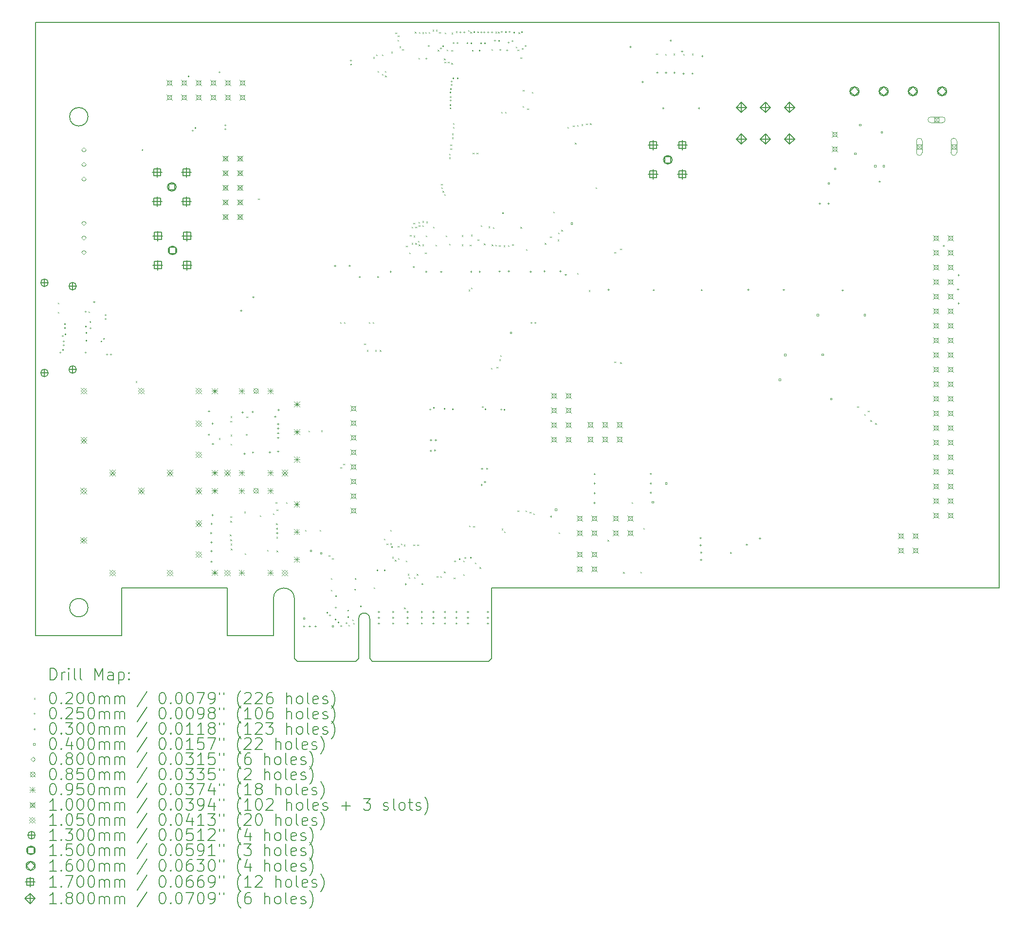
<source format=gbr>
%TF.GenerationSoftware,KiCad,Pcbnew,8.0.4*%
%TF.CreationDate,2024-08-19T13:54:43+02:00*%
%TF.ProjectId,ULX4M-PCIe-IO_x4_half,554c5834-4d2d-4504-9349-652d494f5f78,rev?*%
%TF.SameCoordinates,Original*%
%TF.FileFunction,Drillmap*%
%TF.FilePolarity,Positive*%
%FSLAX45Y45*%
G04 Gerber Fmt 4.5, Leading zero omitted, Abs format (unit mm)*
G04 Created by KiCad (PCBNEW 8.0.4) date 2024-08-19 13:54:43*
%MOMM*%
%LPD*%
G01*
G04 APERTURE LIST*
%ADD10C,0.150000*%
%ADD11C,0.200000*%
%ADD12C,0.100000*%
%ADD13C,0.105000*%
%ADD14C,0.130000*%
%ADD15C,0.160000*%
%ADD16C,0.170000*%
%ADD17C,0.180000*%
G04 APERTURE END LIST*
D10*
X23212770Y-18137500D02*
X14377500Y-18137500D01*
X10997500Y-19412500D02*
X12017500Y-19412500D01*
X12257500Y-19362500D02*
X12307500Y-19412500D01*
X10582500Y-18320000D02*
G75*
G02*
X10947500Y-18320000I182500J0D01*
G01*
X7947500Y-18962500D02*
X7947500Y-18137500D01*
X14327500Y-19412500D02*
X12307500Y-19412500D01*
X9782500Y-18137500D02*
X9782500Y-18962500D01*
X23212500Y-8297500D02*
X23212770Y-18137500D01*
X7947500Y-18137500D02*
X9782500Y-18137500D01*
X9782500Y-18962500D02*
X10582500Y-18962500D01*
X7357500Y-9937500D02*
G75*
G02*
X7037500Y-9937500I-160000J0D01*
G01*
X7037500Y-9937500D02*
G75*
G02*
X7357500Y-9937500I160000J0D01*
G01*
X6447500Y-8297500D02*
X23212500Y-8297500D01*
X12257500Y-18667500D02*
X12257500Y-19362500D01*
X12067500Y-19362500D02*
X12067500Y-18667500D01*
X10947500Y-19362500D02*
X10997500Y-19412500D01*
X12067500Y-18667500D02*
G75*
G02*
X12257500Y-18667500I95000J0D01*
G01*
X6447500Y-8297500D02*
X6447500Y-18962500D01*
X12017500Y-19412500D02*
X12067500Y-19362500D01*
X14377500Y-18137500D02*
X14377500Y-19362500D01*
X7357500Y-18477500D02*
G75*
G02*
X7037500Y-18477500I-160000J0D01*
G01*
X7037500Y-18477500D02*
G75*
G02*
X7357500Y-18477500I160000J0D01*
G01*
X14377500Y-19362500D02*
X14327500Y-19412500D01*
X6447500Y-18962500D02*
X7947500Y-18962500D01*
X10582500Y-18962500D02*
X10582500Y-18320000D01*
X10947500Y-18320000D02*
X10947500Y-19362500D01*
D11*
D12*
X6830500Y-13170500D02*
X6850500Y-13190500D01*
X6850500Y-13170500D02*
X6830500Y-13190500D01*
X6830500Y-13333500D02*
X6850500Y-13353500D01*
X6850500Y-13333500D02*
X6830500Y-13353500D01*
X7366500Y-13326500D02*
X7386500Y-13346500D01*
X7386500Y-13326500D02*
X7366500Y-13346500D01*
X8189500Y-14537500D02*
X8209500Y-14557500D01*
X8209500Y-14537500D02*
X8189500Y-14557500D01*
X9635000Y-15529000D02*
X9655000Y-15549000D01*
X9655000Y-15529000D02*
X9635000Y-15549000D01*
X9824500Y-17204500D02*
X9844500Y-17224500D01*
X9844500Y-17204500D02*
X9824500Y-17224500D01*
X9833500Y-16969500D02*
X9853500Y-16989500D01*
X9853500Y-16969500D02*
X9833500Y-16989500D01*
X9834500Y-15229500D02*
X9854500Y-15249500D01*
X9854500Y-15229500D02*
X9834500Y-15249500D01*
X9834500Y-16887500D02*
X9854500Y-16907500D01*
X9854500Y-16887500D02*
X9834500Y-16907500D01*
X9834500Y-17289500D02*
X9854500Y-17309500D01*
X9854500Y-17289500D02*
X9834500Y-17309500D01*
X9836500Y-15628500D02*
X9856500Y-15648500D01*
X9856500Y-15628500D02*
X9836500Y-15648500D01*
X9836500Y-17367500D02*
X9856500Y-17387500D01*
X9856500Y-17367500D02*
X9836500Y-17387500D01*
X9837500Y-15147500D02*
X9857500Y-15167500D01*
X9857500Y-15147500D02*
X9837500Y-15167500D01*
X9838500Y-15470500D02*
X9858500Y-15490500D01*
X9858500Y-15470500D02*
X9838500Y-15490500D01*
X9843500Y-17451500D02*
X9863500Y-17471500D01*
X9863500Y-17451500D02*
X9843500Y-17471500D01*
X10077500Y-16808500D02*
X10097500Y-16828500D01*
X10097500Y-16808500D02*
X10077500Y-16828500D01*
X10083500Y-17530500D02*
X10103500Y-17550500D01*
X10103500Y-17530500D02*
X10083500Y-17550500D01*
X10115000Y-15151000D02*
X10135000Y-15171000D01*
X10135000Y-15151000D02*
X10115000Y-15171000D01*
X10317500Y-11357500D02*
X10337500Y-11377500D01*
X10337500Y-11357500D02*
X10317500Y-11377500D01*
X10345580Y-16870840D02*
X10365580Y-16890840D01*
X10365580Y-16870840D02*
X10345580Y-16890840D01*
X10471000Y-17470000D02*
X10491000Y-17490000D01*
X10491000Y-17470000D02*
X10471000Y-17490000D01*
X10574180Y-16838500D02*
X10594180Y-16858500D01*
X10594180Y-16838500D02*
X10574180Y-16858500D01*
X10622974Y-16645314D02*
X10642974Y-16665314D01*
X10642974Y-16645314D02*
X10622974Y-16665314D01*
X10628500Y-17010500D02*
X10648500Y-17030500D01*
X10648500Y-17010500D02*
X10628500Y-17030500D01*
X10632500Y-17249500D02*
X10652500Y-17269500D01*
X10652500Y-17249500D02*
X10632500Y-17269500D01*
X10637500Y-16768500D02*
X10657500Y-16788500D01*
X10657500Y-16768500D02*
X10637500Y-16788500D01*
X10639500Y-17486500D02*
X10659500Y-17506500D01*
X10659500Y-17486500D02*
X10639500Y-17506500D01*
X10802780Y-16644780D02*
X10822780Y-16664780D01*
X10822780Y-16644780D02*
X10802780Y-16664780D01*
X11132000Y-17126000D02*
X11152000Y-17146000D01*
X11152000Y-17126000D02*
X11132000Y-17146000D01*
X11191250Y-15397000D02*
X11211250Y-15417000D01*
X11211250Y-15397000D02*
X11191250Y-15417000D01*
X11386000Y-17127000D02*
X11406000Y-17147000D01*
X11406000Y-17127000D02*
X11386000Y-17147000D01*
X11413198Y-15394335D02*
X11433198Y-15414335D01*
X11433198Y-15394335D02*
X11413198Y-15414335D01*
X11543000Y-17565000D02*
X11563000Y-17585000D01*
X11563000Y-17565000D02*
X11543000Y-17585000D01*
X11580000Y-17961000D02*
X11600000Y-17981000D01*
X11600000Y-17961000D02*
X11580000Y-17981000D01*
X11580000Y-18165000D02*
X11600000Y-18185000D01*
X11600000Y-18165000D02*
X11580000Y-18185000D01*
X11604000Y-17615000D02*
X11624000Y-17635000D01*
X11624000Y-17615000D02*
X11604000Y-17635000D01*
X11745000Y-13510000D02*
X11765000Y-13530000D01*
X11765000Y-13510000D02*
X11745000Y-13530000D01*
X11747000Y-16033000D02*
X11767000Y-16053000D01*
X11767000Y-16033000D02*
X11747000Y-16053000D01*
X11799000Y-15975000D02*
X11819000Y-15995000D01*
X11819000Y-15975000D02*
X11799000Y-15995000D01*
X11812000Y-13510000D02*
X11832000Y-13530000D01*
X11832000Y-13510000D02*
X11812000Y-13530000D01*
X11889501Y-18775368D02*
X11909501Y-18795368D01*
X11909501Y-18775368D02*
X11889501Y-18795368D01*
X11955394Y-18685427D02*
X11975394Y-18705427D01*
X11975394Y-18685427D02*
X11955394Y-18705427D01*
X11974017Y-18740983D02*
X11994017Y-18760983D01*
X11994017Y-18740983D02*
X11974017Y-18760983D01*
X12161000Y-13882000D02*
X12181000Y-13902000D01*
X12181000Y-13882000D02*
X12161000Y-13902000D01*
X12208918Y-13996884D02*
X12228918Y-14016884D01*
X12228918Y-13996884D02*
X12208918Y-14016884D01*
X12242000Y-13508000D02*
X12262000Y-13528000D01*
X12262000Y-13508000D02*
X12242000Y-13528000D01*
X12309000Y-13508000D02*
X12329000Y-13528000D01*
X12329000Y-13508000D02*
X12309000Y-13528000D01*
X12320812Y-8900188D02*
X12340812Y-8920188D01*
X12340812Y-8900188D02*
X12320812Y-8920188D01*
X12325000Y-18125000D02*
X12345000Y-18145000D01*
X12345000Y-18125000D02*
X12325000Y-18145000D01*
X12355000Y-13997000D02*
X12375000Y-14017000D01*
X12375000Y-13997000D02*
X12355000Y-14017000D01*
X12368188Y-8852812D02*
X12388188Y-8872812D01*
X12388188Y-8852812D02*
X12368188Y-8872812D01*
X12392897Y-9140898D02*
X12412897Y-9160898D01*
X12412897Y-9140898D02*
X12392897Y-9160898D01*
X12434000Y-13997000D02*
X12454000Y-14017000D01*
X12454000Y-13997000D02*
X12434000Y-14017000D01*
X12471397Y-8851398D02*
X12491397Y-8871398D01*
X12491397Y-8851398D02*
X12471397Y-8871398D01*
X12472500Y-9189500D02*
X12492500Y-9209500D01*
X12492500Y-9189500D02*
X12472500Y-9209500D01*
X12505150Y-17276000D02*
X12525150Y-17296000D01*
X12525150Y-17276000D02*
X12505150Y-17296000D01*
X12522500Y-9139500D02*
X12542500Y-9159500D01*
X12542500Y-9139500D02*
X12522500Y-9159500D01*
X12527500Y-9222500D02*
X12547500Y-9242500D01*
X12547500Y-9222500D02*
X12527500Y-9242500D01*
X12550950Y-17364000D02*
X12570950Y-17384000D01*
X12570950Y-17364000D02*
X12550950Y-17384000D01*
X12613550Y-17124000D02*
X12633550Y-17144000D01*
X12633550Y-17124000D02*
X12613550Y-17144000D01*
X12615534Y-17358378D02*
X12635534Y-17378378D01*
X12635534Y-17358378D02*
X12615534Y-17378378D01*
X12631100Y-8808000D02*
X12651100Y-8828000D01*
X12651100Y-8808000D02*
X12631100Y-8828000D01*
X12649550Y-17594236D02*
X12669550Y-17614236D01*
X12669550Y-17594236D02*
X12649550Y-17614236D01*
X12696450Y-17645678D02*
X12716450Y-17665678D01*
X12716450Y-17645678D02*
X12696450Y-17665678D01*
X12703500Y-8471500D02*
X12723500Y-8491500D01*
X12723500Y-8471500D02*
X12703500Y-8491500D01*
X12743500Y-8597500D02*
X12763500Y-8617500D01*
X12763500Y-8597500D02*
X12743500Y-8617500D01*
X12747000Y-17406000D02*
X12767000Y-17426000D01*
X12767000Y-17406000D02*
X12747000Y-17426000D01*
X12747500Y-8523500D02*
X12767500Y-8543500D01*
X12767500Y-8523500D02*
X12747500Y-8543500D01*
X12751000Y-17616000D02*
X12771000Y-17636000D01*
X12771000Y-17616000D02*
X12751000Y-17636000D01*
X12774812Y-8714812D02*
X12794812Y-8734812D01*
X12794812Y-8714812D02*
X12774812Y-8734812D01*
X12799550Y-17360000D02*
X12819550Y-17380000D01*
X12819550Y-17360000D02*
X12799550Y-17380000D01*
X12822188Y-8762188D02*
X12842188Y-8782188D01*
X12842188Y-8762188D02*
X12822188Y-8782188D01*
X12851981Y-17382232D02*
X12871981Y-17402232D01*
X12871981Y-17382232D02*
X12851981Y-17402232D01*
X12855586Y-18476897D02*
X12875586Y-18496897D01*
X12875586Y-18476897D02*
X12855586Y-18496897D01*
X12884450Y-17657000D02*
X12904450Y-17677000D01*
X12904450Y-17657000D02*
X12884450Y-17677000D01*
X12890000Y-12180000D02*
X12910000Y-12200000D01*
X12910000Y-12180000D02*
X12890000Y-12200000D01*
X12920276Y-17891276D02*
X12940276Y-17911276D01*
X12940276Y-17891276D02*
X12920276Y-17911276D01*
X12937700Y-17945473D02*
X12957700Y-17965473D01*
X12957700Y-17945473D02*
X12937700Y-17965473D01*
X12947500Y-12297500D02*
X12967500Y-12317500D01*
X12967500Y-12297500D02*
X12947500Y-12317500D01*
X12958500Y-11992500D02*
X12978500Y-12012500D01*
X12978500Y-11992500D02*
X12958500Y-12012500D01*
X12990500Y-11850034D02*
X13010500Y-11870034D01*
X13010500Y-11850034D02*
X12990500Y-11870034D01*
X12990500Y-12135660D02*
X13010500Y-12155660D01*
X13010500Y-12135660D02*
X12990500Y-12155660D01*
X13017500Y-11783500D02*
X13037500Y-11803500D01*
X13037500Y-11783500D02*
X13017500Y-11803500D01*
X13019000Y-17377000D02*
X13039000Y-17397000D01*
X13039000Y-17377000D02*
X13019000Y-17397000D01*
X13023500Y-12006500D02*
X13043500Y-12026500D01*
X13043500Y-12006500D02*
X13023500Y-12026500D01*
X13029050Y-17945000D02*
X13049050Y-17965000D01*
X13049050Y-17945000D02*
X13029050Y-17965000D01*
X13042000Y-8459000D02*
X13062000Y-8479000D01*
X13062000Y-8459000D02*
X13042000Y-8479000D01*
X13052500Y-11850034D02*
X13072500Y-11870034D01*
X13072500Y-11850034D02*
X13052500Y-11870034D01*
X13052500Y-12135660D02*
X13072500Y-12155660D01*
X13072500Y-12135660D02*
X13052500Y-12155660D01*
X13075950Y-17892000D02*
X13095950Y-17912000D01*
X13095950Y-17892000D02*
X13075950Y-17912000D01*
X13086000Y-17377000D02*
X13106000Y-17397000D01*
X13106000Y-17377000D02*
X13086000Y-17397000D01*
X13099500Y-12096500D02*
X13119500Y-12116500D01*
X13119500Y-12096500D02*
X13099500Y-12116500D01*
X13104500Y-11764500D02*
X13124500Y-11784500D01*
X13124500Y-11764500D02*
X13104500Y-11784500D01*
X13105500Y-8910500D02*
X13125500Y-8930500D01*
X13125500Y-8910500D02*
X13105500Y-8930500D01*
X13110500Y-11827660D02*
X13130500Y-11847660D01*
X13130500Y-11827660D02*
X13110500Y-11847660D01*
X13110500Y-12158142D02*
X13130500Y-12178142D01*
X13130500Y-12158142D02*
X13110500Y-12178142D01*
X13113262Y-8462655D02*
X13133262Y-8482655D01*
X13133262Y-8462655D02*
X13113262Y-8482655D01*
X13172500Y-8469700D02*
X13192500Y-8489700D01*
X13192500Y-8469700D02*
X13172500Y-8489700D01*
X13172500Y-11753500D02*
X13192500Y-11773500D01*
X13192500Y-11753500D02*
X13172500Y-11773500D01*
X13172500Y-11827660D02*
X13192500Y-11847660D01*
X13192500Y-11827660D02*
X13172500Y-11847660D01*
X13172500Y-12158142D02*
X13192500Y-12178142D01*
X13192500Y-12158142D02*
X13172500Y-12178142D01*
X13221500Y-12301500D02*
X13241500Y-12321500D01*
X13241500Y-12301500D02*
X13221500Y-12321500D01*
X13226945Y-8461878D02*
X13246945Y-8481878D01*
X13246945Y-8461878D02*
X13226945Y-8481878D01*
X13233500Y-12001500D02*
X13253500Y-12021500D01*
X13253500Y-12001500D02*
X13233500Y-12021500D01*
X13244500Y-11762500D02*
X13264500Y-11782500D01*
X13264500Y-11762500D02*
X13244500Y-11782500D01*
X13285550Y-8465428D02*
X13305550Y-8485428D01*
X13305550Y-8465428D02*
X13285550Y-8485428D01*
X13350421Y-8424553D02*
X13370421Y-8444553D01*
X13370421Y-8424553D02*
X13350421Y-8444553D01*
X13360500Y-11851500D02*
X13380500Y-11871500D01*
X13380500Y-11851500D02*
X13360500Y-11871500D01*
X13400500Y-12162500D02*
X13420500Y-12182500D01*
X13420500Y-12162500D02*
X13400500Y-12182500D01*
X13412500Y-8424629D02*
X13432500Y-8444629D01*
X13432500Y-8424629D02*
X13412500Y-8444629D01*
X13422500Y-17929000D02*
X13442500Y-17949000D01*
X13442500Y-17929000D02*
X13422500Y-17949000D01*
X13441500Y-8773500D02*
X13461500Y-8793500D01*
X13461500Y-8773500D02*
X13441500Y-8793500D01*
X13466699Y-8462891D02*
X13486699Y-8482891D01*
X13486699Y-8462891D02*
X13466699Y-8482891D01*
X13489500Y-17929000D02*
X13509500Y-17949000D01*
X13509500Y-17929000D02*
X13489500Y-17949000D01*
X13501000Y-11106000D02*
X13521000Y-11126000D01*
X13521000Y-11106000D02*
X13501000Y-11126000D01*
X13503000Y-11167000D02*
X13523000Y-11187000D01*
X13523000Y-11167000D02*
X13503000Y-11187000D01*
X13525000Y-11228000D02*
X13545000Y-11248000D01*
X13545000Y-11228000D02*
X13525000Y-11248000D01*
X13551000Y-17849000D02*
X13571000Y-17869000D01*
X13571000Y-17849000D02*
X13551000Y-17869000D01*
X13552500Y-8925500D02*
X13572500Y-8945500D01*
X13572500Y-8925500D02*
X13552500Y-8945500D01*
X13557000Y-11281000D02*
X13577000Y-11301000D01*
X13577000Y-11281000D02*
X13557000Y-11301000D01*
X13559831Y-8979959D02*
X13579831Y-8999959D01*
X13579831Y-8979959D02*
X13559831Y-8999959D01*
X13562000Y-8471000D02*
X13582000Y-8491000D01*
X13582000Y-8471000D02*
X13562000Y-8491000D01*
X13579500Y-12005500D02*
X13599500Y-12025500D01*
X13599500Y-12005500D02*
X13579500Y-12025500D01*
X13599500Y-8767500D02*
X13619500Y-8787500D01*
X13619500Y-8767500D02*
X13599500Y-8787500D01*
X13618497Y-8978498D02*
X13638497Y-8998498D01*
X13638497Y-8978498D02*
X13618497Y-8998498D01*
X13639000Y-12145000D02*
X13659000Y-12165000D01*
X13659000Y-12145000D02*
X13639000Y-12165000D01*
X13642500Y-10578000D02*
X13662500Y-10598000D01*
X13662500Y-10578000D02*
X13642500Y-10598000D01*
X13642500Y-10645000D02*
X13662500Y-10665000D01*
X13662500Y-10645000D02*
X13642500Y-10665000D01*
X13660500Y-10418000D02*
X13680500Y-10438000D01*
X13680500Y-10418000D02*
X13660500Y-10438000D01*
X13660500Y-10485000D02*
X13680500Y-10505000D01*
X13680500Y-10485000D02*
X13660500Y-10505000D01*
X13677500Y-9001850D02*
X13697500Y-9021850D01*
X13697500Y-9001850D02*
X13677500Y-9021850D01*
X13678784Y-8777950D02*
X13698784Y-8797950D01*
X13698784Y-8777950D02*
X13678784Y-8797950D01*
X13681500Y-8475500D02*
X13701500Y-8495500D01*
X13701500Y-8475500D02*
X13681500Y-8495500D01*
X13688500Y-10230000D02*
X13708500Y-10250000D01*
X13708500Y-10230000D02*
X13688500Y-10250000D01*
X13688500Y-10297000D02*
X13708500Y-10317000D01*
X13708500Y-10297000D02*
X13688500Y-10317000D01*
X13707500Y-10048000D02*
X13727500Y-10068000D01*
X13727500Y-10048000D02*
X13707500Y-10068000D01*
X13707500Y-10115000D02*
X13727500Y-10135000D01*
X13727500Y-10115000D02*
X13707500Y-10135000D01*
X13721240Y-17952880D02*
X13741240Y-17972880D01*
X13741240Y-17952880D02*
X13721240Y-17972880D01*
X13760500Y-8452500D02*
X13780500Y-8472500D01*
X13780500Y-8452500D02*
X13760500Y-8472500D01*
X13860000Y-12000000D02*
X13880000Y-12020000D01*
X13880000Y-12000000D02*
X13860000Y-12020000D01*
X13860000Y-12160000D02*
X13880000Y-12180000D01*
X13880000Y-12160000D02*
X13860000Y-12180000D01*
X13886000Y-17893450D02*
X13906000Y-17913450D01*
X13906000Y-17893450D02*
X13886000Y-17913450D01*
X13888000Y-17661000D02*
X13908000Y-17681000D01*
X13908000Y-17661000D02*
X13888000Y-17681000D01*
X13969500Y-8429500D02*
X13989500Y-8449500D01*
X13989500Y-8429500D02*
X13969500Y-8449500D01*
X13979896Y-12947500D02*
X13999896Y-12967500D01*
X13999896Y-12947500D02*
X13979896Y-12967500D01*
X13984642Y-17047450D02*
X14004642Y-17067450D01*
X14004642Y-17047450D02*
X13984642Y-17067450D01*
X13998500Y-12166500D02*
X14018500Y-12186500D01*
X14018500Y-12166500D02*
X13998500Y-12186500D01*
X14007500Y-8459500D02*
X14027500Y-8479500D01*
X14027500Y-8459500D02*
X14007500Y-8479500D01*
X14020000Y-11990000D02*
X14040000Y-12010000D01*
X14040000Y-11990000D02*
X14020000Y-12010000D01*
X14020000Y-12910000D02*
X14040000Y-12930000D01*
X14040000Y-12910000D02*
X14020000Y-12930000D01*
X14050000Y-10562500D02*
X14070000Y-10582500D01*
X14070000Y-10562500D02*
X14050000Y-10582500D01*
X14059060Y-17056260D02*
X14079060Y-17076260D01*
X14079060Y-17056260D02*
X14059060Y-17076260D01*
X14086000Y-17694000D02*
X14106000Y-17714000D01*
X14106000Y-17694000D02*
X14086000Y-17714000D01*
X14117000Y-10562500D02*
X14137000Y-10582500D01*
X14137000Y-10562500D02*
X14117000Y-10582500D01*
X14134000Y-12071000D02*
X14154000Y-12091000D01*
X14154000Y-12071000D02*
X14134000Y-12091000D01*
X14169082Y-17773082D02*
X14189082Y-17793082D01*
X14189082Y-17773082D02*
X14169082Y-17793082D01*
X14191000Y-11823000D02*
X14211000Y-11843000D01*
X14211000Y-11823000D02*
X14191000Y-11843000D01*
X14245000Y-12142000D02*
X14265000Y-12162000D01*
X14265000Y-12142000D02*
X14245000Y-12162000D01*
X14325000Y-11846000D02*
X14345000Y-11866000D01*
X14345000Y-11846000D02*
X14325000Y-11866000D01*
X14368500Y-14307500D02*
X14388500Y-14327500D01*
X14388500Y-14307500D02*
X14368500Y-14327500D01*
X14376500Y-8762500D02*
X14396500Y-8782500D01*
X14396500Y-8762500D02*
X14376500Y-8782500D01*
X14380000Y-12160000D02*
X14400000Y-12180000D01*
X14400000Y-12160000D02*
X14380000Y-12180000D01*
X14402500Y-11856500D02*
X14422500Y-11876500D01*
X14422500Y-11856500D02*
X14402500Y-11876500D01*
X14446000Y-12166000D02*
X14466000Y-12186000D01*
X14466000Y-12166000D02*
X14446000Y-12186000D01*
X14446500Y-8459500D02*
X14466500Y-8479500D01*
X14466500Y-8459500D02*
X14446500Y-8479500D01*
X14465000Y-14289000D02*
X14485000Y-14309000D01*
X14485000Y-14289000D02*
X14465000Y-14309000D01*
X14489500Y-8459500D02*
X14509500Y-8479500D01*
X14509500Y-8459500D02*
X14489500Y-8479500D01*
X14506500Y-12172500D02*
X14526500Y-12192500D01*
X14526500Y-12172500D02*
X14506500Y-12192500D01*
X14509500Y-14156500D02*
X14529500Y-14176500D01*
X14529500Y-14156500D02*
X14509500Y-14176500D01*
X14529500Y-14084500D02*
X14549500Y-14104500D01*
X14549500Y-14084500D02*
X14529500Y-14104500D01*
X14548000Y-9853500D02*
X14568000Y-9873500D01*
X14568000Y-9853500D02*
X14548000Y-9873500D01*
X14552528Y-17102750D02*
X14572528Y-17122750D01*
X14572528Y-17102750D02*
X14552528Y-17122750D01*
X14586791Y-12175342D02*
X14606791Y-12195342D01*
X14606791Y-12175342D02*
X14586791Y-12195342D01*
X14597540Y-17150240D02*
X14617540Y-17170240D01*
X14617540Y-17150240D02*
X14597540Y-17170240D01*
X14615000Y-9853500D02*
X14635000Y-9873500D01*
X14635000Y-9853500D02*
X14615000Y-9873500D01*
X14663629Y-12174371D02*
X14683629Y-12194371D01*
X14683629Y-12174371D02*
X14663629Y-12194371D01*
X14801391Y-8720450D02*
X14821391Y-8740450D01*
X14821391Y-8720450D02*
X14801391Y-8740450D01*
X14830000Y-8770000D02*
X14850000Y-8790000D01*
X14850000Y-8770000D02*
X14830000Y-8790000D01*
X14830000Y-16787000D02*
X14850000Y-16807000D01*
X14850000Y-16787000D02*
X14830000Y-16807000D01*
X14845500Y-8469500D02*
X14865500Y-8489500D01*
X14865500Y-8469500D02*
X14845500Y-8489500D01*
X14879500Y-11854500D02*
X14899500Y-11874500D01*
X14899500Y-11854500D02*
X14879500Y-11874500D01*
X14879550Y-8902209D02*
X14899550Y-8922209D01*
X14899550Y-8902209D02*
X14879550Y-8922209D01*
X14920500Y-9749500D02*
X14940500Y-9769500D01*
X14940500Y-9749500D02*
X14920500Y-9769500D01*
X14923500Y-9469500D02*
X14943500Y-9489500D01*
X14943500Y-9469500D02*
X14923500Y-9489500D01*
X14967000Y-16788000D02*
X14987000Y-16808000D01*
X14987000Y-16788000D02*
X14967000Y-16808000D01*
X14979000Y-12242000D02*
X14999000Y-12262000D01*
X14999000Y-12242000D02*
X14979000Y-12262000D01*
X14997500Y-9792500D02*
X15017500Y-9812500D01*
X15017500Y-9792500D02*
X14997500Y-9812500D01*
X15041000Y-16812000D02*
X15061000Y-16832000D01*
X15061000Y-16812000D02*
X15041000Y-16832000D01*
X15079950Y-9504500D02*
X15099950Y-9524500D01*
X15099950Y-9504500D02*
X15079950Y-9524500D01*
X15103000Y-16838000D02*
X15123000Y-16858000D01*
X15123000Y-16838000D02*
X15103000Y-16858000D01*
X15305000Y-12135000D02*
X15325000Y-12155000D01*
X15325000Y-12135000D02*
X15305000Y-12155000D01*
X15396674Y-12017700D02*
X15416674Y-12037700D01*
X15416674Y-12017700D02*
X15396674Y-12037700D01*
X15449500Y-11590500D02*
X15469500Y-11610500D01*
X15469500Y-11590500D02*
X15449500Y-11610500D01*
X15526000Y-12074000D02*
X15546000Y-12094000D01*
X15546000Y-12074000D02*
X15526000Y-12094000D01*
X15534628Y-11953550D02*
X15554628Y-11973550D01*
X15554628Y-11953550D02*
X15534628Y-11973550D01*
X15547000Y-17166000D02*
X15567000Y-17186000D01*
X15567000Y-17166000D02*
X15547000Y-17186000D01*
X15590000Y-11905000D02*
X15610000Y-11925000D01*
X15610000Y-11905000D02*
X15590000Y-11925000D01*
X15699500Y-10115500D02*
X15719500Y-10135500D01*
X15719500Y-10115500D02*
X15699500Y-10135500D01*
X15793500Y-10087500D02*
X15813500Y-10107500D01*
X15813500Y-10087500D02*
X15793500Y-10107500D01*
X15829500Y-10391500D02*
X15849500Y-10411500D01*
X15849500Y-10391500D02*
X15829500Y-10411500D01*
X15865500Y-10081500D02*
X15885500Y-10101500D01*
X15885500Y-10081500D02*
X15865500Y-10101500D01*
X15865500Y-12654500D02*
X15885500Y-12674500D01*
X15885500Y-12654500D02*
X15865500Y-12674500D01*
X15943500Y-10068500D02*
X15963500Y-10088500D01*
X15963500Y-10068500D02*
X15943500Y-10088500D01*
X16024500Y-10053500D02*
X16044500Y-10073500D01*
X16044500Y-10053500D02*
X16024500Y-10073500D01*
X16072500Y-12955500D02*
X16092500Y-12975500D01*
X16092500Y-12955500D02*
X16072500Y-12975500D01*
X16092500Y-10050500D02*
X16112500Y-10070500D01*
X16112500Y-10050500D02*
X16092500Y-10070500D01*
X16187500Y-11164500D02*
X16207500Y-11184500D01*
X16207500Y-11164500D02*
X16187500Y-11184500D01*
X16396000Y-17298000D02*
X16416000Y-17318000D01*
X16416000Y-17298000D02*
X16396000Y-17318000D01*
X16514500Y-12292500D02*
X16534500Y-12312500D01*
X16534500Y-12292500D02*
X16514500Y-12312500D01*
X16514500Y-14193500D02*
X16534500Y-14213500D01*
X16534500Y-14193500D02*
X16514500Y-14213500D01*
X16615500Y-12232500D02*
X16635500Y-12252500D01*
X16635500Y-12232500D02*
X16615500Y-12252500D01*
X16615500Y-14208500D02*
X16635500Y-14228500D01*
X16635500Y-14208500D02*
X16615500Y-14228500D01*
X16667500Y-17856500D02*
X16687500Y-17876500D01*
X16687500Y-17856500D02*
X16667500Y-17876500D01*
X16813000Y-16644000D02*
X16833000Y-16664000D01*
X16833000Y-16644000D02*
X16813000Y-16664000D01*
X16969500Y-17853500D02*
X16989500Y-17873500D01*
X16989500Y-17853500D02*
X16969500Y-17873500D01*
X17019500Y-17090500D02*
X17039500Y-17110500D01*
X17039500Y-17090500D02*
X17019500Y-17110500D01*
X17243500Y-8838500D02*
X17263500Y-8858500D01*
X17263500Y-8838500D02*
X17243500Y-8858500D01*
X17398500Y-8844500D02*
X17418500Y-8864500D01*
X17418500Y-8844500D02*
X17398500Y-8864500D01*
X17543500Y-8840500D02*
X17563500Y-8860500D01*
X17563500Y-8840500D02*
X17543500Y-8860500D01*
X17712500Y-8846500D02*
X17732500Y-8866500D01*
X17732500Y-8846500D02*
X17712500Y-8866500D01*
X17862500Y-8840500D02*
X17882500Y-8860500D01*
X17882500Y-8840500D02*
X17862500Y-8860500D01*
X20738500Y-14972500D02*
X20758500Y-14992500D01*
X20758500Y-14972500D02*
X20738500Y-14992500D01*
X20859500Y-15109500D02*
X20879500Y-15129500D01*
X20879500Y-15109500D02*
X20859500Y-15129500D01*
X20924500Y-15049500D02*
X20944500Y-15069500D01*
X20944500Y-15049500D02*
X20924500Y-15069500D01*
X20967500Y-15215500D02*
X20987500Y-15235500D01*
X20987500Y-15215500D02*
X20967500Y-15235500D01*
X21053500Y-15267500D02*
X21073500Y-15287500D01*
X21073500Y-15267500D02*
X21053500Y-15287500D01*
X6886312Y-14040188D02*
G75*
G02*
X6861312Y-14040188I-12500J0D01*
G01*
X6861312Y-14040188D02*
G75*
G02*
X6886312Y-14040188I12500J0D01*
G01*
X6932312Y-13752188D02*
G75*
G02*
X6907312Y-13752188I-12500J0D01*
G01*
X6907312Y-13752188D02*
G75*
G02*
X6932312Y-13752188I12500J0D01*
G01*
X6933688Y-13992812D02*
G75*
G02*
X6908688Y-13992812I-12500J0D01*
G01*
X6908688Y-13992812D02*
G75*
G02*
X6933688Y-13992812I12500J0D01*
G01*
X6949000Y-13844000D02*
G75*
G02*
X6924000Y-13844000I-12500J0D01*
G01*
X6924000Y-13844000D02*
G75*
G02*
X6949000Y-13844000I12500J0D01*
G01*
X6949000Y-13911000D02*
G75*
G02*
X6924000Y-13911000I-12500J0D01*
G01*
X6924000Y-13911000D02*
G75*
G02*
X6949000Y-13911000I12500J0D01*
G01*
X6970000Y-13549000D02*
G75*
G02*
X6945000Y-13549000I-12500J0D01*
G01*
X6945000Y-13549000D02*
G75*
G02*
X6970000Y-13549000I12500J0D01*
G01*
X6970000Y-13616000D02*
G75*
G02*
X6945000Y-13616000I-12500J0D01*
G01*
X6945000Y-13616000D02*
G75*
G02*
X6970000Y-13616000I12500J0D01*
G01*
X6978564Y-13722504D02*
G75*
G02*
X6953564Y-13722504I-12500J0D01*
G01*
X6953564Y-13722504D02*
G75*
G02*
X6978564Y-13722504I12500J0D01*
G01*
X7332500Y-13330000D02*
G75*
G02*
X7307500Y-13330000I-12500J0D01*
G01*
X7307500Y-13330000D02*
G75*
G02*
X7332500Y-13330000I12500J0D01*
G01*
X7332500Y-13590000D02*
G75*
G02*
X7307500Y-13590000I-12500J0D01*
G01*
X7307500Y-13590000D02*
G75*
G02*
X7332500Y-13590000I12500J0D01*
G01*
X7332500Y-14040000D02*
G75*
G02*
X7307500Y-14040000I-12500J0D01*
G01*
X7307500Y-14040000D02*
G75*
G02*
X7332500Y-14040000I12500J0D01*
G01*
X7342500Y-13700000D02*
G75*
G02*
X7317500Y-13700000I-12500J0D01*
G01*
X7317500Y-13700000D02*
G75*
G02*
X7342500Y-13700000I12500J0D01*
G01*
X7342500Y-13830000D02*
G75*
G02*
X7317500Y-13830000I-12500J0D01*
G01*
X7317500Y-13830000D02*
G75*
G02*
X7342500Y-13830000I12500J0D01*
G01*
X7412500Y-13510000D02*
G75*
G02*
X7387500Y-13510000I-12500J0D01*
G01*
X7387500Y-13510000D02*
G75*
G02*
X7412500Y-13510000I12500J0D01*
G01*
X7412500Y-13615500D02*
G75*
G02*
X7387500Y-13615500I-12500J0D01*
G01*
X7387500Y-13615500D02*
G75*
G02*
X7412500Y-13615500I12500J0D01*
G01*
X7602312Y-13848188D02*
G75*
G02*
X7577312Y-13848188I-12500J0D01*
G01*
X7577312Y-13848188D02*
G75*
G02*
X7602312Y-13848188I12500J0D01*
G01*
X7649688Y-13800812D02*
G75*
G02*
X7624688Y-13800812I-12500J0D01*
G01*
X7624688Y-13800812D02*
G75*
G02*
X7649688Y-13800812I12500J0D01*
G01*
X7677000Y-13388000D02*
G75*
G02*
X7652000Y-13388000I-12500J0D01*
G01*
X7652000Y-13388000D02*
G75*
G02*
X7677000Y-13388000I12500J0D01*
G01*
X7677000Y-13455000D02*
G75*
G02*
X7652000Y-13455000I-12500J0D01*
G01*
X7652000Y-13455000D02*
G75*
G02*
X7677000Y-13455000I12500J0D01*
G01*
X7702500Y-14075500D02*
G75*
G02*
X7677500Y-14075500I-12500J0D01*
G01*
X7677500Y-14075500D02*
G75*
G02*
X7702500Y-14075500I12500J0D01*
G01*
X7769500Y-14075500D02*
G75*
G02*
X7744500Y-14075500I-12500J0D01*
G01*
X7744500Y-14075500D02*
G75*
G02*
X7769500Y-14075500I12500J0D01*
G01*
X8319000Y-10515500D02*
G75*
G02*
X8294000Y-10515500I-12500J0D01*
G01*
X8294000Y-10515500D02*
G75*
G02*
X8319000Y-10515500I12500J0D01*
G01*
X9123174Y-9236171D02*
G75*
G02*
X9098174Y-9236171I-12500J0D01*
G01*
X9098174Y-9236171D02*
G75*
G02*
X9123174Y-9236171I12500J0D01*
G01*
X9189251Y-10179249D02*
G75*
G02*
X9164251Y-10179249I-12500J0D01*
G01*
X9164251Y-10179249D02*
G75*
G02*
X9189251Y-10179249I12500J0D01*
G01*
X9238749Y-10129751D02*
G75*
G02*
X9213749Y-10129751I-12500J0D01*
G01*
X9213749Y-10129751D02*
G75*
G02*
X9238749Y-10129751I12500J0D01*
G01*
X9655251Y-9163751D02*
G75*
G02*
X9630251Y-9163751I-12500J0D01*
G01*
X9630251Y-9163751D02*
G75*
G02*
X9655251Y-9163751I12500J0D01*
G01*
X9758000Y-10086500D02*
G75*
G02*
X9733000Y-10086500I-12500J0D01*
G01*
X9733000Y-10086500D02*
G75*
G02*
X9758000Y-10086500I12500J0D01*
G01*
X9758000Y-10156500D02*
G75*
G02*
X9733000Y-10156500I-12500J0D01*
G01*
X9733000Y-10156500D02*
G75*
G02*
X9758000Y-10156500I12500J0D01*
G01*
X10132500Y-15470000D02*
G75*
G02*
X10107500Y-15470000I-12500J0D01*
G01*
X10107500Y-15470000D02*
G75*
G02*
X10132500Y-15470000I12500J0D01*
G01*
X11534318Y-18567482D02*
G75*
G02*
X11509318Y-18567482I-12500J0D01*
G01*
X11509318Y-18567482D02*
G75*
G02*
X11534318Y-18567482I12500J0D01*
G01*
X11577958Y-18611122D02*
G75*
G02*
X11552958Y-18611122I-12500J0D01*
G01*
X11552958Y-18611122D02*
G75*
G02*
X11577958Y-18611122I12500J0D01*
G01*
X11677432Y-18686068D02*
G75*
G02*
X11652432Y-18686068I-12500J0D01*
G01*
X11652432Y-18686068D02*
G75*
G02*
X11677432Y-18686068I12500J0D01*
G01*
X11681500Y-18479000D02*
G75*
G02*
X11656500Y-18479000I-12500J0D01*
G01*
X11656500Y-18479000D02*
G75*
G02*
X11681500Y-18479000I12500J0D01*
G01*
X11685535Y-18279300D02*
G75*
G02*
X11660535Y-18279300I-12500J0D01*
G01*
X11660535Y-18279300D02*
G75*
G02*
X11685535Y-18279300I12500J0D01*
G01*
X11728432Y-18737068D02*
G75*
G02*
X11703432Y-18737068I-12500J0D01*
G01*
X11703432Y-18737068D02*
G75*
G02*
X11728432Y-18737068I12500J0D01*
G01*
X11772500Y-18800000D02*
G75*
G02*
X11747500Y-18800000I-12500J0D01*
G01*
X11747500Y-18800000D02*
G75*
G02*
X11772500Y-18800000I12500J0D01*
G01*
X11867300Y-18750000D02*
G75*
G02*
X11842300Y-18750000I-12500J0D01*
G01*
X11842300Y-18750000D02*
G75*
G02*
X11867300Y-18750000I12500J0D01*
G01*
X11895200Y-18530000D02*
G75*
G02*
X11870200Y-18530000I-12500J0D01*
G01*
X11870200Y-18530000D02*
G75*
G02*
X11895200Y-18530000I12500J0D01*
G01*
X11897500Y-18641000D02*
G75*
G02*
X11872500Y-18641000I-12500J0D01*
G01*
X11872500Y-18641000D02*
G75*
G02*
X11897500Y-18641000I12500J0D01*
G01*
X11944000Y-8962500D02*
G75*
G02*
X11919000Y-8962500I-12500J0D01*
G01*
X11919000Y-8962500D02*
G75*
G02*
X11944000Y-8962500I12500J0D01*
G01*
X11946602Y-9029898D02*
G75*
G02*
X11921602Y-9029898I-12500J0D01*
G01*
X11921602Y-9029898D02*
G75*
G02*
X11946602Y-9029898I12500J0D01*
G01*
X12018500Y-18167000D02*
G75*
G02*
X11993500Y-18167000I-12500J0D01*
G01*
X11993500Y-18167000D02*
G75*
G02*
X12018500Y-18167000I12500J0D01*
G01*
X12026411Y-17979911D02*
G75*
G02*
X12001411Y-17979911I-12500J0D01*
G01*
X12001411Y-17979911D02*
G75*
G02*
X12026411Y-17979911I12500J0D01*
G01*
X12118500Y-18454950D02*
G75*
G02*
X12093500Y-18454950I-12500J0D01*
G01*
X12093500Y-18454950D02*
G75*
G02*
X12118500Y-18454950I12500J0D01*
G01*
X12402620Y-17828260D02*
G75*
G02*
X12377620Y-17828260I-12500J0D01*
G01*
X12377620Y-17828260D02*
G75*
G02*
X12402620Y-17828260I12500J0D01*
G01*
X12529620Y-17828500D02*
G75*
G02*
X12504620Y-17828500I-12500J0D01*
G01*
X12504620Y-17828500D02*
G75*
G02*
X12529620Y-17828500I12500J0D01*
G01*
X12656745Y-17422219D02*
G75*
G02*
X12631745Y-17422219I-12500J0D01*
G01*
X12631745Y-17422219D02*
G75*
G02*
X12656745Y-17422219I12500J0D01*
G01*
X13256000Y-8928500D02*
G75*
G02*
X13231000Y-8928500I-12500J0D01*
G01*
X13231000Y-8928500D02*
G75*
G02*
X13256000Y-8928500I12500J0D01*
G01*
X13301000Y-8707500D02*
G75*
G02*
X13276000Y-8707500I-12500J0D01*
G01*
X13276000Y-8707500D02*
G75*
G02*
X13301000Y-8707500I12500J0D01*
G01*
X13326000Y-15031720D02*
G75*
G02*
X13301000Y-15031720I-12500J0D01*
G01*
X13301000Y-15031720D02*
G75*
G02*
X13326000Y-15031720I12500J0D01*
G01*
X13388140Y-15003780D02*
G75*
G02*
X13363140Y-15003780I-12500J0D01*
G01*
X13363140Y-15003780D02*
G75*
G02*
X13388140Y-15003780I12500J0D01*
G01*
X13510000Y-8750500D02*
G75*
G02*
X13485000Y-8750500I-12500J0D01*
G01*
X13485000Y-8750500D02*
G75*
G02*
X13510000Y-8750500I12500J0D01*
G01*
X13548500Y-8709000D02*
G75*
G02*
X13523500Y-8709000I-12500J0D01*
G01*
X13523500Y-8709000D02*
G75*
G02*
X13548500Y-8709000I12500J0D01*
G01*
X13573719Y-15021715D02*
G75*
G02*
X13548719Y-15021715I-12500J0D01*
G01*
X13548719Y-15021715D02*
G75*
G02*
X13573719Y-15021715I12500J0D01*
G01*
X13676000Y-9734500D02*
G75*
G02*
X13651000Y-9734500I-12500J0D01*
G01*
X13651000Y-9734500D02*
G75*
G02*
X13676000Y-9734500I12500J0D01*
G01*
X13677000Y-9792500D02*
G75*
G02*
X13652000Y-9792500I-12500J0D01*
G01*
X13652000Y-9792500D02*
G75*
G02*
X13677000Y-9792500I12500J0D01*
G01*
X13678000Y-9515500D02*
G75*
G02*
X13653000Y-9515500I-12500J0D01*
G01*
X13653000Y-9515500D02*
G75*
G02*
X13678000Y-9515500I12500J0D01*
G01*
X13680000Y-9652500D02*
G75*
G02*
X13655000Y-9652500I-12500J0D01*
G01*
X13655000Y-9652500D02*
G75*
G02*
X13680000Y-9652500I12500J0D01*
G01*
X13680627Y-9594553D02*
G75*
G02*
X13655627Y-9594553I-12500J0D01*
G01*
X13655627Y-9594553D02*
G75*
G02*
X13680627Y-9594553I12500J0D01*
G01*
X13682000Y-9456500D02*
G75*
G02*
X13657000Y-9456500I-12500J0D01*
G01*
X13657000Y-9456500D02*
G75*
G02*
X13682000Y-9456500I12500J0D01*
G01*
X13695000Y-9322500D02*
G75*
G02*
X13670000Y-9322500I-12500J0D01*
G01*
X13670000Y-9322500D02*
G75*
G02*
X13695000Y-9322500I12500J0D01*
G01*
X13697950Y-9383450D02*
G75*
G02*
X13672950Y-9383450I-12500J0D01*
G01*
X13672950Y-9383450D02*
G75*
G02*
X13697950Y-9383450I12500J0D01*
G01*
X13718340Y-15026640D02*
G75*
G02*
X13693340Y-15026640I-12500J0D01*
G01*
X13693340Y-15026640D02*
G75*
G02*
X13718340Y-15026640I12500J0D01*
G01*
X13729000Y-8656500D02*
G75*
G02*
X13704000Y-8656500I-12500J0D01*
G01*
X13704000Y-8656500D02*
G75*
G02*
X13729000Y-8656500I12500J0D01*
G01*
X13729000Y-9269901D02*
G75*
G02*
X13704000Y-9269901I-12500J0D01*
G01*
X13704000Y-9269901D02*
G75*
G02*
X13729000Y-9269901I12500J0D01*
G01*
X13752548Y-17671952D02*
G75*
G02*
X13727548Y-17671952I-12500J0D01*
G01*
X13727548Y-17671952D02*
G75*
G02*
X13752548Y-17671952I12500J0D01*
G01*
X13799000Y-8656500D02*
G75*
G02*
X13774000Y-8656500I-12500J0D01*
G01*
X13774000Y-8656500D02*
G75*
G02*
X13799000Y-8656500I12500J0D01*
G01*
X13803177Y-9267740D02*
G75*
G02*
X13778177Y-9267740I-12500J0D01*
G01*
X13778177Y-9267740D02*
G75*
G02*
X13803177Y-9267740I12500J0D01*
G01*
X13834082Y-17633418D02*
G75*
G02*
X13809082Y-17633418I-12500J0D01*
G01*
X13809082Y-17633418D02*
G75*
G02*
X13834082Y-17633418I12500J0D01*
G01*
X13849000Y-8468586D02*
G75*
G02*
X13824000Y-8468586I-12500J0D01*
G01*
X13824000Y-8468586D02*
G75*
G02*
X13849000Y-8468586I12500J0D01*
G01*
X13917262Y-8467684D02*
G75*
G02*
X13892262Y-8467684I-12500J0D01*
G01*
X13892262Y-8467684D02*
G75*
G02*
X13917262Y-8467684I12500J0D01*
G01*
X13932050Y-17611862D02*
G75*
G02*
X13907050Y-17611862I-12500J0D01*
G01*
X13907050Y-17611862D02*
G75*
G02*
X13932050Y-17611862I12500J0D01*
G01*
X13969000Y-8658500D02*
G75*
G02*
X13944000Y-8658500I-12500J0D01*
G01*
X13944000Y-8658500D02*
G75*
G02*
X13969000Y-8658500I12500J0D01*
G01*
X14029500Y-17611862D02*
G75*
G02*
X14004500Y-17611862I-12500J0D01*
G01*
X14004500Y-17611862D02*
G75*
G02*
X14029500Y-17611862I12500J0D01*
G01*
X14039000Y-8658500D02*
G75*
G02*
X14014000Y-8658500I-12500J0D01*
G01*
X14014000Y-8658500D02*
G75*
G02*
X14039000Y-8658500I12500J0D01*
G01*
X14062599Y-8789450D02*
G75*
G02*
X14037599Y-8789450I-12500J0D01*
G01*
X14037599Y-8789450D02*
G75*
G02*
X14062599Y-8789450I12500J0D01*
G01*
X14089000Y-8467158D02*
G75*
G02*
X14064000Y-8467158I-12500J0D01*
G01*
X14064000Y-8467158D02*
G75*
G02*
X14089000Y-8467158I12500J0D01*
G01*
X14154008Y-8466169D02*
G75*
G02*
X14129008Y-8466169I-12500J0D01*
G01*
X14129008Y-8466169D02*
G75*
G02*
X14154008Y-8466169I12500J0D01*
G01*
X14183000Y-8789450D02*
G75*
G02*
X14158000Y-8789450I-12500J0D01*
G01*
X14158000Y-8789450D02*
G75*
G02*
X14183000Y-8789450I12500J0D01*
G01*
X14209000Y-8661500D02*
G75*
G02*
X14184000Y-8661500I-12500J0D01*
G01*
X14184000Y-8661500D02*
G75*
G02*
X14209000Y-8661500I12500J0D01*
G01*
X14212000Y-8467500D02*
G75*
G02*
X14187000Y-8467500I-12500J0D01*
G01*
X14187000Y-8467500D02*
G75*
G02*
X14212000Y-8467500I12500J0D01*
G01*
X14239040Y-14988540D02*
G75*
G02*
X14214040Y-14988540I-12500J0D01*
G01*
X14214040Y-14988540D02*
G75*
G02*
X14239040Y-14988540I12500J0D01*
G01*
X14262000Y-8471050D02*
G75*
G02*
X14237000Y-8471050I-12500J0D01*
G01*
X14237000Y-8471050D02*
G75*
G02*
X14262000Y-8471050I12500J0D01*
G01*
X14279000Y-8661500D02*
G75*
G02*
X14254000Y-8661500I-12500J0D01*
G01*
X14254000Y-8661500D02*
G75*
G02*
X14279000Y-8661500I12500J0D01*
G01*
X14282553Y-15025359D02*
G75*
G02*
X14257553Y-15025359I-12500J0D01*
G01*
X14257553Y-15025359D02*
G75*
G02*
X14282553Y-15025359I12500J0D01*
G01*
X14330580Y-8467382D02*
G75*
G02*
X14305580Y-8467382I-12500J0D01*
G01*
X14305580Y-8467382D02*
G75*
G02*
X14330580Y-8467382I12500J0D01*
G01*
X14397420Y-8467382D02*
G75*
G02*
X14372420Y-8467382I-12500J0D01*
G01*
X14372420Y-8467382D02*
G75*
G02*
X14397420Y-8467382I12500J0D01*
G01*
X14449000Y-8616824D02*
G75*
G02*
X14424000Y-8616824I-12500J0D01*
G01*
X14424000Y-8616824D02*
G75*
G02*
X14449000Y-8616824I12500J0D01*
G01*
X14519000Y-8616824D02*
G75*
G02*
X14494000Y-8616824I-12500J0D01*
G01*
X14494000Y-8616824D02*
G75*
G02*
X14519000Y-8616824I12500J0D01*
G01*
X14543000Y-8777500D02*
G75*
G02*
X14518000Y-8777500I-12500J0D01*
G01*
X14518000Y-8777500D02*
G75*
G02*
X14543000Y-8777500I12500J0D01*
G01*
X14562500Y-15030000D02*
G75*
G02*
X14537500Y-15030000I-12500J0D01*
G01*
X14537500Y-15030000D02*
G75*
G02*
X14562500Y-15030000I12500J0D01*
G01*
X14569000Y-8463767D02*
G75*
G02*
X14544000Y-8463767I-12500J0D01*
G01*
X14544000Y-8463767D02*
G75*
G02*
X14569000Y-8463767I12500J0D01*
G01*
X14590500Y-11614000D02*
G75*
G02*
X14565500Y-11614000I-12500J0D01*
G01*
X14565500Y-11614000D02*
G75*
G02*
X14590500Y-11614000I12500J0D01*
G01*
X14617500Y-15034260D02*
G75*
G02*
X14592500Y-15034260I-12500J0D01*
G01*
X14592500Y-15034260D02*
G75*
G02*
X14617500Y-15034260I12500J0D01*
G01*
X14639000Y-8463767D02*
G75*
G02*
X14614000Y-8463767I-12500J0D01*
G01*
X14614000Y-8463767D02*
G75*
G02*
X14639000Y-8463767I12500J0D01*
G01*
X14663000Y-8783450D02*
G75*
G02*
X14638000Y-8783450I-12500J0D01*
G01*
X14638000Y-8783450D02*
G75*
G02*
X14663000Y-8783450I12500J0D01*
G01*
X14689000Y-8646789D02*
G75*
G02*
X14664000Y-8646789I-12500J0D01*
G01*
X14664000Y-8646789D02*
G75*
G02*
X14689000Y-8646789I12500J0D01*
G01*
X14705000Y-8460500D02*
G75*
G02*
X14680000Y-8460500I-12500J0D01*
G01*
X14680000Y-8460500D02*
G75*
G02*
X14705000Y-8460500I12500J0D01*
G01*
X14755464Y-8624839D02*
G75*
G02*
X14730464Y-8624839I-12500J0D01*
G01*
X14730464Y-8624839D02*
G75*
G02*
X14755464Y-8624839I12500J0D01*
G01*
X14761500Y-12171000D02*
G75*
G02*
X14736500Y-12171000I-12500J0D01*
G01*
X14736500Y-12171000D02*
G75*
G02*
X14761500Y-12171000I12500J0D01*
G01*
X14784000Y-8472500D02*
G75*
G02*
X14759000Y-8472500I-12500J0D01*
G01*
X14759000Y-8472500D02*
G75*
G02*
X14784000Y-8472500I12500J0D01*
G01*
X14922555Y-8464995D02*
G75*
G02*
X14897555Y-8464995I-12500J0D01*
G01*
X14897555Y-8464995D02*
G75*
G02*
X14922555Y-8464995I12500J0D01*
G01*
X14932251Y-8758249D02*
G75*
G02*
X14907251Y-8758249I-12500J0D01*
G01*
X14907251Y-8758249D02*
G75*
G02*
X14932251Y-8758249I12500J0D01*
G01*
X14981749Y-8708751D02*
G75*
G02*
X14956749Y-8708751I-12500J0D01*
G01*
X14956749Y-8708751D02*
G75*
G02*
X14981749Y-8708751I12500J0D01*
G01*
X15088500Y-13524500D02*
G75*
G02*
X15063500Y-13524500I-12500J0D01*
G01*
X15063500Y-13524500D02*
G75*
G02*
X15088500Y-13524500I12500J0D01*
G01*
X15155500Y-13524500D02*
G75*
G02*
X15130500Y-13524500I-12500J0D01*
G01*
X15130500Y-13524500D02*
G75*
G02*
X15155500Y-13524500I12500J0D01*
G01*
X7458500Y-13144500D02*
X7458500Y-13174500D01*
X7443500Y-13159500D02*
X7473500Y-13159500D01*
X9456000Y-15450000D02*
X9456000Y-15480000D01*
X9441000Y-15465000D02*
X9471000Y-15465000D01*
X9460000Y-15042000D02*
X9460000Y-15072000D01*
X9445000Y-15057000D02*
X9475000Y-15057000D01*
X9496500Y-17163500D02*
X9496500Y-17193500D01*
X9481500Y-17178500D02*
X9511500Y-17178500D01*
X9501500Y-17321500D02*
X9501500Y-17351500D01*
X9486500Y-17336500D02*
X9516500Y-17336500D01*
X9503000Y-17477000D02*
X9503000Y-17507000D01*
X9488000Y-17492000D02*
X9518000Y-17492000D01*
X9503000Y-17659000D02*
X9503000Y-17689000D01*
X9488000Y-17674000D02*
X9518000Y-17674000D01*
X9504500Y-17001500D02*
X9504500Y-17031500D01*
X9489500Y-17016500D02*
X9519500Y-17016500D01*
X9521000Y-15257000D02*
X9521000Y-15287000D01*
X9506000Y-15272000D02*
X9536000Y-15272000D01*
X9521500Y-16847500D02*
X9521500Y-16877500D01*
X9506500Y-16862500D02*
X9536500Y-16862500D01*
X9525500Y-15610500D02*
X9525500Y-15640500D01*
X9510500Y-15625500D02*
X9540500Y-15625500D01*
X10015500Y-13291500D02*
X10015500Y-13321500D01*
X10000500Y-13306500D02*
X10030500Y-13306500D01*
X10044400Y-15062500D02*
X10044400Y-15092500D01*
X10029400Y-15077500D02*
X10059400Y-15077500D01*
X10077500Y-15784500D02*
X10077500Y-15814500D01*
X10062500Y-15799500D02*
X10092500Y-15799500D01*
X10217500Y-15056500D02*
X10217500Y-15086500D01*
X10202500Y-15071500D02*
X10232500Y-15071500D01*
X10223254Y-15760174D02*
X10223254Y-15790174D01*
X10208254Y-15775174D02*
X10238254Y-15775174D01*
X10230500Y-13059500D02*
X10230500Y-13089500D01*
X10215500Y-13074500D02*
X10245500Y-13074500D01*
X10517500Y-15756500D02*
X10517500Y-15786500D01*
X10502500Y-15771500D02*
X10532500Y-15771500D01*
X10610000Y-15135000D02*
X10610000Y-15165000D01*
X10595000Y-15150000D02*
X10625000Y-15150000D01*
X10641500Y-17084500D02*
X10641500Y-17114500D01*
X10626500Y-17099500D02*
X10656500Y-17099500D01*
X10644500Y-17162500D02*
X10644500Y-17192500D01*
X10629500Y-17177500D02*
X10659500Y-17177500D01*
X10662500Y-15264500D02*
X10662500Y-15294500D01*
X10647500Y-15279500D02*
X10677500Y-15279500D01*
X10662500Y-15344500D02*
X10662500Y-15374500D01*
X10647500Y-15359500D02*
X10677500Y-15359500D01*
X10662500Y-15424500D02*
X10662500Y-15454500D01*
X10647500Y-15439500D02*
X10677500Y-15439500D01*
X10662500Y-15506500D02*
X10662500Y-15536500D01*
X10647500Y-15521500D02*
X10677500Y-15521500D01*
X10662500Y-15744500D02*
X10662500Y-15774500D01*
X10647500Y-15759500D02*
X10677500Y-15759500D01*
X10671500Y-15022500D02*
X10671500Y-15052500D01*
X10656500Y-15037500D02*
X10686500Y-15037500D01*
X11112500Y-18785000D02*
X11112500Y-18815000D01*
X11097500Y-18800000D02*
X11127500Y-18800000D01*
X11212500Y-18785000D02*
X11212500Y-18815000D01*
X11197500Y-18800000D02*
X11227500Y-18800000D01*
X11312500Y-18785000D02*
X11312500Y-18815000D01*
X11297500Y-18800000D02*
X11327500Y-18800000D01*
X11650000Y-12513000D02*
X11650000Y-12543000D01*
X11635000Y-12528000D02*
X11665000Y-12528000D01*
X11905000Y-12511000D02*
X11905000Y-12541000D01*
X11890000Y-12526000D02*
X11920000Y-12526000D01*
X12080000Y-12705000D02*
X12080000Y-12735000D01*
X12065000Y-12720000D02*
X12095000Y-12720000D01*
X12400000Y-12705000D02*
X12400000Y-12735000D01*
X12385000Y-12720000D02*
X12415000Y-12720000D01*
X12412500Y-18535000D02*
X12412500Y-18565000D01*
X12397500Y-18550000D02*
X12427500Y-18550000D01*
X12412500Y-18635000D02*
X12412500Y-18665000D01*
X12397500Y-18650000D02*
X12427500Y-18650000D01*
X12412500Y-18735000D02*
X12412500Y-18765000D01*
X12397500Y-18750000D02*
X12427500Y-18750000D01*
X12619500Y-12614500D02*
X12619500Y-12644500D01*
X12604500Y-12629500D02*
X12634500Y-12629500D01*
X12662500Y-18535000D02*
X12662500Y-18565000D01*
X12647500Y-18550000D02*
X12677500Y-18550000D01*
X12662500Y-18635000D02*
X12662500Y-18665000D01*
X12647500Y-18650000D02*
X12677500Y-18650000D01*
X12662500Y-18735000D02*
X12662500Y-18765000D01*
X12647500Y-18750000D02*
X12677500Y-18750000D01*
X12882000Y-18051000D02*
X12882000Y-18081000D01*
X12867000Y-18066000D02*
X12897000Y-18066000D01*
X12912500Y-18535000D02*
X12912500Y-18565000D01*
X12897500Y-18550000D02*
X12927500Y-18550000D01*
X12912500Y-18635000D02*
X12912500Y-18665000D01*
X12897500Y-18650000D02*
X12927500Y-18650000D01*
X12912500Y-18735000D02*
X12912500Y-18765000D01*
X12897500Y-18750000D02*
X12927500Y-18750000D01*
X13020000Y-12535000D02*
X13020000Y-12565000D01*
X13005000Y-12550000D02*
X13035000Y-12550000D01*
X13162500Y-18535000D02*
X13162500Y-18565000D01*
X13147500Y-18550000D02*
X13177500Y-18550000D01*
X13162500Y-18635000D02*
X13162500Y-18665000D01*
X13147500Y-18650000D02*
X13177500Y-18650000D01*
X13162500Y-18735000D02*
X13162500Y-18765000D01*
X13147500Y-18750000D02*
X13177500Y-18750000D01*
X13170000Y-18048000D02*
X13170000Y-18078000D01*
X13155000Y-18063000D02*
X13185000Y-18063000D01*
X13238000Y-12615000D02*
X13238000Y-12645000D01*
X13223000Y-12630000D02*
X13253000Y-12630000D01*
X13317119Y-15732119D02*
X13317119Y-15762119D01*
X13302119Y-15747119D02*
X13332119Y-15747119D01*
X13321500Y-15547000D02*
X13321500Y-15577000D01*
X13306500Y-15562000D02*
X13336500Y-15562000D01*
X13362500Y-18535000D02*
X13362500Y-18565000D01*
X13347500Y-18550000D02*
X13377500Y-18550000D01*
X13362500Y-18635000D02*
X13362500Y-18665000D01*
X13347500Y-18650000D02*
X13377500Y-18650000D01*
X13362500Y-18735000D02*
X13362500Y-18765000D01*
X13347500Y-18750000D02*
X13377500Y-18750000D01*
X13390000Y-15725000D02*
X13390000Y-15755000D01*
X13375000Y-15740000D02*
X13405000Y-15740000D01*
X13406500Y-15547000D02*
X13406500Y-15577000D01*
X13391500Y-15562000D02*
X13421500Y-15562000D01*
X13496000Y-12619000D02*
X13496000Y-12649000D01*
X13481000Y-12634000D02*
X13511000Y-12634000D01*
X13562500Y-18535000D02*
X13562500Y-18565000D01*
X13547500Y-18550000D02*
X13577500Y-18550000D01*
X13562500Y-18635000D02*
X13562500Y-18665000D01*
X13547500Y-18650000D02*
X13577500Y-18650000D01*
X13562500Y-18735000D02*
X13562500Y-18765000D01*
X13547500Y-18750000D02*
X13577500Y-18750000D01*
X13762500Y-18535000D02*
X13762500Y-18565000D01*
X13747500Y-18550000D02*
X13777500Y-18550000D01*
X13762500Y-18635000D02*
X13762500Y-18665000D01*
X13747500Y-18650000D02*
X13777500Y-18650000D01*
X13762500Y-18735000D02*
X13762500Y-18765000D01*
X13747500Y-18750000D02*
X13777500Y-18750000D01*
X13962500Y-18535000D02*
X13962500Y-18565000D01*
X13947500Y-18550000D02*
X13977500Y-18550000D01*
X13962500Y-18635000D02*
X13962500Y-18665000D01*
X13947500Y-18650000D02*
X13977500Y-18650000D01*
X13962500Y-18735000D02*
X13962500Y-18765000D01*
X13947500Y-18750000D02*
X13977500Y-18750000D01*
X14019000Y-12615000D02*
X14019000Y-12645000D01*
X14004000Y-12630000D02*
X14034000Y-12630000D01*
X14169000Y-12615000D02*
X14169000Y-12645000D01*
X14154000Y-12630000D02*
X14184000Y-12630000D01*
X14204052Y-16325052D02*
X14204052Y-16355052D01*
X14189052Y-16340052D02*
X14219052Y-16340052D01*
X14211000Y-16042000D02*
X14211000Y-16072000D01*
X14196000Y-16057000D02*
X14226000Y-16057000D01*
X14261000Y-16275000D02*
X14261000Y-16305000D01*
X14246000Y-16290000D02*
X14276000Y-16290000D01*
X14296000Y-16042000D02*
X14296000Y-16072000D01*
X14281000Y-16057000D02*
X14311000Y-16057000D01*
X14312500Y-18535000D02*
X14312500Y-18565000D01*
X14297500Y-18550000D02*
X14327500Y-18550000D01*
X14312500Y-18635000D02*
X14312500Y-18665000D01*
X14297500Y-18650000D02*
X14327500Y-18650000D01*
X14312500Y-18735000D02*
X14312500Y-18765000D01*
X14297500Y-18750000D02*
X14327500Y-18750000D01*
X14514000Y-12611000D02*
X14514000Y-12641000D01*
X14499000Y-12626000D02*
X14529000Y-12626000D01*
X14675000Y-12609000D02*
X14675000Y-12639000D01*
X14660000Y-12624000D02*
X14690000Y-12624000D01*
X15054000Y-12615000D02*
X15054000Y-12645000D01*
X15039000Y-12630000D02*
X15069000Y-12630000D01*
X15296000Y-12607000D02*
X15296000Y-12637000D01*
X15281000Y-12622000D02*
X15311000Y-12622000D01*
X15406781Y-16874676D02*
X15406781Y-16904676D01*
X15391781Y-16889676D02*
X15421781Y-16889676D01*
X15570000Y-12607000D02*
X15570000Y-12637000D01*
X15555000Y-12622000D02*
X15585000Y-12622000D01*
X15665000Y-12671000D02*
X15665000Y-12701000D01*
X15650000Y-12686000D02*
X15680000Y-12686000D01*
X16162500Y-16639500D02*
X16162500Y-16669500D01*
X16147500Y-16654500D02*
X16177500Y-16654500D01*
X16167500Y-16134500D02*
X16167500Y-16164500D01*
X16152500Y-16149500D02*
X16182500Y-16149500D01*
X16167500Y-16299500D02*
X16167500Y-16329500D01*
X16152500Y-16314500D02*
X16182500Y-16314500D01*
X16167500Y-16470500D02*
X16167500Y-16500500D01*
X16152500Y-16485500D02*
X16182500Y-16485500D01*
X16409500Y-12930500D02*
X16409500Y-12960500D01*
X16394500Y-12945500D02*
X16424500Y-12945500D01*
X16790500Y-8702500D02*
X16790500Y-8732500D01*
X16775500Y-8717500D02*
X16805500Y-8717500D01*
X17003500Y-9315500D02*
X17003500Y-9345500D01*
X16988500Y-9330500D02*
X17018500Y-9330500D01*
X17142500Y-16300500D02*
X17142500Y-16330500D01*
X17127500Y-16315500D02*
X17157500Y-16315500D01*
X17142500Y-16460500D02*
X17142500Y-16490500D01*
X17127500Y-16475500D02*
X17157500Y-16475500D01*
X17143500Y-16133500D02*
X17143500Y-16163500D01*
X17128500Y-16148500D02*
X17158500Y-16148500D01*
X17193500Y-12934500D02*
X17193500Y-12964500D01*
X17178500Y-12949500D02*
X17208500Y-12949500D01*
X17254500Y-9150500D02*
X17254500Y-9180500D01*
X17239500Y-9165500D02*
X17269500Y-9165500D01*
X17361500Y-9769500D02*
X17361500Y-9799500D01*
X17346500Y-9784500D02*
X17376500Y-9784500D01*
X17407500Y-9152500D02*
X17407500Y-9182500D01*
X17392500Y-9167500D02*
X17422500Y-9167500D01*
X17490500Y-8593500D02*
X17490500Y-8623500D01*
X17475500Y-8608500D02*
X17505500Y-8608500D01*
X17555500Y-9154500D02*
X17555500Y-9184500D01*
X17540500Y-9169500D02*
X17570500Y-9169500D01*
X17686500Y-8783500D02*
X17686500Y-8813500D01*
X17671500Y-8798500D02*
X17701500Y-8798500D01*
X17715500Y-9169500D02*
X17715500Y-9199500D01*
X17700500Y-9184500D02*
X17730500Y-9184500D01*
X17869500Y-9166500D02*
X17869500Y-9196500D01*
X17854500Y-9181500D02*
X17884500Y-9181500D01*
X17981500Y-9769500D02*
X17981500Y-9799500D01*
X17966500Y-9784500D02*
X17996500Y-9784500D01*
X18011500Y-17250500D02*
X18011500Y-17280500D01*
X17996500Y-17265500D02*
X18026500Y-17265500D01*
X18011500Y-17373500D02*
X18011500Y-17403500D01*
X17996500Y-17388500D02*
X18026500Y-17388500D01*
X18019500Y-17628500D02*
X18019500Y-17658500D01*
X18004500Y-17643500D02*
X18034500Y-17643500D01*
X18021500Y-17502500D02*
X18021500Y-17532500D01*
X18006500Y-17517500D02*
X18036500Y-17517500D01*
X18029500Y-12934500D02*
X18029500Y-12964500D01*
X18014500Y-12949500D02*
X18044500Y-12949500D01*
X18040500Y-8863500D02*
X18040500Y-8893500D01*
X18025500Y-8878500D02*
X18055500Y-8878500D01*
X18538500Y-17507500D02*
X18538500Y-17537500D01*
X18523500Y-17522500D02*
X18553500Y-17522500D01*
X18812500Y-17362500D02*
X18812500Y-17392500D01*
X18797500Y-17377500D02*
X18827500Y-17377500D01*
X18841500Y-12930500D02*
X18841500Y-12960500D01*
X18826500Y-12945500D02*
X18856500Y-12945500D01*
X19044500Y-17257500D02*
X19044500Y-17287500D01*
X19029500Y-17272500D02*
X19059500Y-17272500D01*
X19456500Y-12932500D02*
X19456500Y-12962500D01*
X19441500Y-12947500D02*
X19471500Y-12947500D01*
X20082500Y-11431500D02*
X20082500Y-11461500D01*
X20067500Y-11446500D02*
X20097500Y-11446500D01*
X20235500Y-11431500D02*
X20235500Y-11461500D01*
X20220500Y-11446500D02*
X20250500Y-11446500D01*
X20484500Y-12941500D02*
X20484500Y-12971500D01*
X20469500Y-12956500D02*
X20499500Y-12956500D01*
X21124500Y-11046500D02*
X21124500Y-11076500D01*
X21109500Y-11061500D02*
X21139500Y-11061500D01*
X22240000Y-12165000D02*
X22240000Y-12195000D01*
X22225000Y-12180000D02*
X22255000Y-12180000D01*
X22490000Y-12925000D02*
X22490000Y-12955000D01*
X22475000Y-12940000D02*
X22505000Y-12940000D01*
X22500000Y-12675000D02*
X22500000Y-12705000D01*
X22485000Y-12690000D02*
X22515000Y-12690000D01*
X22500000Y-13165000D02*
X22500000Y-13195000D01*
X22485000Y-13180000D02*
X22515000Y-13180000D01*
X11126642Y-18679642D02*
X11126642Y-18651358D01*
X11098358Y-18651358D01*
X11098358Y-18679642D01*
X11126642Y-18679642D01*
X11247642Y-17503642D02*
X11247642Y-17475358D01*
X11219358Y-17475358D01*
X11219358Y-17503642D01*
X11247642Y-17503642D01*
X11422642Y-17541642D02*
X11422642Y-17513358D01*
X11394358Y-17513358D01*
X11394358Y-17541642D01*
X11422642Y-17541642D01*
X11626142Y-18811692D02*
X11626142Y-18783408D01*
X11597858Y-18783408D01*
X11597858Y-18811692D01*
X11626142Y-18811692D01*
X14729142Y-13709142D02*
X14729142Y-13680858D01*
X14700858Y-13680858D01*
X14700858Y-13709142D01*
X14729142Y-13709142D01*
X15509642Y-16784642D02*
X15509642Y-16756358D01*
X15481358Y-16756358D01*
X15481358Y-16784642D01*
X15509642Y-16784642D01*
X15786142Y-11807142D02*
X15786142Y-11778858D01*
X15757858Y-11778858D01*
X15757858Y-11807142D01*
X15786142Y-11807142D01*
X17194642Y-16651642D02*
X17194642Y-16623358D01*
X17166358Y-16623358D01*
X17166358Y-16651642D01*
X17194642Y-16651642D01*
X17428642Y-16329642D02*
X17428642Y-16301358D01*
X17400358Y-16301358D01*
X17400358Y-16329642D01*
X17428642Y-16329642D01*
X19404642Y-14523642D02*
X19404642Y-14495358D01*
X19376358Y-14495358D01*
X19376358Y-14523642D01*
X19404642Y-14523642D01*
X19498642Y-14092642D02*
X19498642Y-14064358D01*
X19470358Y-14064358D01*
X19470358Y-14092642D01*
X19498642Y-14092642D01*
X20064642Y-13399642D02*
X20064642Y-13371358D01*
X20036358Y-13371358D01*
X20036358Y-13399642D01*
X20064642Y-13399642D01*
X20149142Y-14091142D02*
X20149142Y-14062858D01*
X20120858Y-14062858D01*
X20120858Y-14091142D01*
X20149142Y-14091142D01*
X20253642Y-11110642D02*
X20253642Y-11082358D01*
X20225358Y-11082358D01*
X20225358Y-11110642D01*
X20253642Y-11110642D01*
X20296642Y-14859642D02*
X20296642Y-14831358D01*
X20268358Y-14831358D01*
X20268358Y-14859642D01*
X20296642Y-14859642D01*
X20363642Y-10854642D02*
X20363642Y-10826358D01*
X20335358Y-10826358D01*
X20335358Y-10854642D01*
X20363642Y-10854642D01*
X20717642Y-10593642D02*
X20717642Y-10565358D01*
X20689358Y-10565358D01*
X20689358Y-10593642D01*
X20717642Y-10593642D01*
X20801642Y-10090642D02*
X20801642Y-10062358D01*
X20773358Y-10062358D01*
X20773358Y-10090642D01*
X20801642Y-10090642D01*
X20881642Y-13399642D02*
X20881642Y-13371358D01*
X20853358Y-13371358D01*
X20853358Y-13399642D01*
X20881642Y-13399642D01*
X21062642Y-10807642D02*
X21062642Y-10779358D01*
X21034358Y-10779358D01*
X21034358Y-10807642D01*
X21062642Y-10807642D01*
X21178642Y-10217642D02*
X21178642Y-10189358D01*
X21150358Y-10189358D01*
X21150358Y-10217642D01*
X21178642Y-10217642D01*
X21211642Y-10807642D02*
X21211642Y-10779358D01*
X21183358Y-10779358D01*
X21183358Y-10807642D01*
X21211642Y-10807642D01*
X7282500Y-11827500D02*
X7322500Y-11787500D01*
X7282500Y-11747500D01*
X7242500Y-11787500D01*
X7282500Y-11827500D01*
X7282500Y-12081500D02*
X7322500Y-12041500D01*
X7282500Y-12001500D01*
X7242500Y-12041500D01*
X7282500Y-12081500D01*
X7282500Y-12335500D02*
X7322500Y-12295500D01*
X7282500Y-12255500D01*
X7242500Y-12295500D01*
X7282500Y-12335500D01*
X7284500Y-10550500D02*
X7324500Y-10510500D01*
X7284500Y-10470500D01*
X7244500Y-10510500D01*
X7284500Y-10550500D01*
X7284500Y-10804500D02*
X7324500Y-10764500D01*
X7284500Y-10724500D01*
X7244500Y-10764500D01*
X7284500Y-10804500D01*
X7284500Y-11058500D02*
X7324500Y-11018500D01*
X7284500Y-10978500D01*
X7244500Y-11018500D01*
X7284500Y-11058500D01*
X10237500Y-16402500D02*
X10322500Y-16487500D01*
X10322500Y-16402500D02*
X10237500Y-16487500D01*
X10322500Y-16445000D02*
G75*
G02*
X10237500Y-16445000I-42500J0D01*
G01*
X10237500Y-16445000D02*
G75*
G02*
X10322500Y-16445000I42500J0D01*
G01*
X10238500Y-14664500D02*
X10323500Y-14749500D01*
X10323500Y-14664500D02*
X10238500Y-14749500D01*
X10323500Y-14707000D02*
G75*
G02*
X10238500Y-14707000I-42500J0D01*
G01*
X10238500Y-14707000D02*
G75*
G02*
X10323500Y-14707000I42500J0D01*
G01*
X9512500Y-16397500D02*
X9607500Y-16492500D01*
X9607500Y-16397500D02*
X9512500Y-16492500D01*
X9560000Y-16397500D02*
X9560000Y-16492500D01*
X9512500Y-16445000D02*
X9607500Y-16445000D01*
X9512500Y-17822500D02*
X9607500Y-17917500D01*
X9607500Y-17822500D02*
X9512500Y-17917500D01*
X9560000Y-17822500D02*
X9560000Y-17917500D01*
X9512500Y-17870000D02*
X9607500Y-17870000D01*
X9513500Y-14659500D02*
X9608500Y-14754500D01*
X9608500Y-14659500D02*
X9513500Y-14754500D01*
X9561000Y-14659500D02*
X9561000Y-14754500D01*
X9513500Y-14707000D02*
X9608500Y-14707000D01*
X9513500Y-16084500D02*
X9608500Y-16179500D01*
X9608500Y-16084500D02*
X9513500Y-16179500D01*
X9561000Y-16084500D02*
X9561000Y-16179500D01*
X9513500Y-16132000D02*
X9608500Y-16132000D01*
X9982500Y-16397500D02*
X10077500Y-16492500D01*
X10077500Y-16397500D02*
X9982500Y-16492500D01*
X10030000Y-16397500D02*
X10030000Y-16492500D01*
X9982500Y-16445000D02*
X10077500Y-16445000D01*
X9982500Y-17822500D02*
X10077500Y-17917500D01*
X10077500Y-17822500D02*
X9982500Y-17917500D01*
X10030000Y-17822500D02*
X10030000Y-17917500D01*
X9982500Y-17870000D02*
X10077500Y-17870000D01*
X9983500Y-14659500D02*
X10078500Y-14754500D01*
X10078500Y-14659500D02*
X9983500Y-14754500D01*
X10031000Y-14659500D02*
X10031000Y-14754500D01*
X9983500Y-14707000D02*
X10078500Y-14707000D01*
X9983500Y-16084500D02*
X10078500Y-16179500D01*
X10078500Y-16084500D02*
X9983500Y-16179500D01*
X10031000Y-16084500D02*
X10031000Y-16179500D01*
X9983500Y-16132000D02*
X10078500Y-16132000D01*
X10482500Y-16397500D02*
X10577500Y-16492500D01*
X10577500Y-16397500D02*
X10482500Y-16492500D01*
X10530000Y-16397500D02*
X10530000Y-16492500D01*
X10482500Y-16445000D02*
X10577500Y-16445000D01*
X10482500Y-17822500D02*
X10577500Y-17917500D01*
X10577500Y-17822500D02*
X10482500Y-17917500D01*
X10530000Y-17822500D02*
X10530000Y-17917500D01*
X10482500Y-17870000D02*
X10577500Y-17870000D01*
X10483500Y-14659500D02*
X10578500Y-14754500D01*
X10578500Y-14659500D02*
X10483500Y-14754500D01*
X10531000Y-14659500D02*
X10531000Y-14754500D01*
X10483500Y-14707000D02*
X10578500Y-14707000D01*
X10483500Y-16084500D02*
X10578500Y-16179500D01*
X10578500Y-16084500D02*
X10483500Y-16179500D01*
X10531000Y-16084500D02*
X10531000Y-16179500D01*
X10483500Y-16132000D02*
X10578500Y-16132000D01*
X10942500Y-16630000D02*
X11037500Y-16725000D01*
X11037500Y-16630000D02*
X10942500Y-16725000D01*
X10990000Y-16630000D02*
X10990000Y-16725000D01*
X10942500Y-16677500D02*
X11037500Y-16677500D01*
X10942500Y-17110000D02*
X11037500Y-17205000D01*
X11037500Y-17110000D02*
X10942500Y-17205000D01*
X10990000Y-17110000D02*
X10990000Y-17205000D01*
X10942500Y-17157500D02*
X11037500Y-17157500D01*
X10942500Y-17590000D02*
X11037500Y-17685000D01*
X11037500Y-17590000D02*
X10942500Y-17685000D01*
X10990000Y-17590000D02*
X10990000Y-17685000D01*
X10942500Y-17637500D02*
X11037500Y-17637500D01*
X10943500Y-14892000D02*
X11038500Y-14987000D01*
X11038500Y-14892000D02*
X10943500Y-14987000D01*
X10991000Y-14892000D02*
X10991000Y-14987000D01*
X10943500Y-14939500D02*
X11038500Y-14939500D01*
X10943500Y-15372000D02*
X11038500Y-15467000D01*
X11038500Y-15372000D02*
X10943500Y-15467000D01*
X10991000Y-15372000D02*
X10991000Y-15467000D01*
X10943500Y-15419500D02*
X11038500Y-15419500D01*
X10943500Y-15852000D02*
X11038500Y-15947000D01*
X11038500Y-15852000D02*
X10943500Y-15947000D01*
X10991000Y-15852000D02*
X10991000Y-15947000D01*
X10943500Y-15899500D02*
X11038500Y-15899500D01*
X8723500Y-9297500D02*
X8823500Y-9397500D01*
X8823500Y-9297500D02*
X8723500Y-9397500D01*
X8808856Y-9382856D02*
X8808856Y-9312144D01*
X8738144Y-9312144D01*
X8738144Y-9382856D01*
X8808856Y-9382856D01*
X8723500Y-9551500D02*
X8823500Y-9651500D01*
X8823500Y-9551500D02*
X8723500Y-9651500D01*
X8808856Y-9636856D02*
X8808856Y-9566144D01*
X8738144Y-9566144D01*
X8738144Y-9636856D01*
X8808856Y-9636856D01*
X8977500Y-9297500D02*
X9077500Y-9397500D01*
X9077500Y-9297500D02*
X8977500Y-9397500D01*
X9062856Y-9382856D02*
X9062856Y-9312144D01*
X8992144Y-9312144D01*
X8992144Y-9382856D01*
X9062856Y-9382856D01*
X8977500Y-9551500D02*
X9077500Y-9651500D01*
X9077500Y-9551500D02*
X8977500Y-9651500D01*
X9062856Y-9636856D02*
X9062856Y-9566144D01*
X8992144Y-9566144D01*
X8992144Y-9636856D01*
X9062856Y-9636856D01*
X9231500Y-9297500D02*
X9331500Y-9397500D01*
X9331500Y-9297500D02*
X9231500Y-9397500D01*
X9316856Y-9382856D02*
X9316856Y-9312144D01*
X9246144Y-9312144D01*
X9246144Y-9382856D01*
X9316856Y-9382856D01*
X9231500Y-9551500D02*
X9331500Y-9651500D01*
X9331500Y-9551500D02*
X9231500Y-9651500D01*
X9316856Y-9636856D02*
X9316856Y-9566144D01*
X9246144Y-9566144D01*
X9246144Y-9636856D01*
X9316856Y-9636856D01*
X9485500Y-9297500D02*
X9585500Y-9397500D01*
X9585500Y-9297500D02*
X9485500Y-9397500D01*
X9570856Y-9382856D02*
X9570856Y-9312144D01*
X9500144Y-9312144D01*
X9500144Y-9382856D01*
X9570856Y-9382856D01*
X9485500Y-9551500D02*
X9585500Y-9651500D01*
X9585500Y-9551500D02*
X9485500Y-9651500D01*
X9570856Y-9636856D02*
X9570856Y-9566144D01*
X9500144Y-9566144D01*
X9500144Y-9636856D01*
X9570856Y-9636856D01*
X9695000Y-10612000D02*
X9795000Y-10712000D01*
X9795000Y-10612000D02*
X9695000Y-10712000D01*
X9780356Y-10697356D02*
X9780356Y-10626644D01*
X9709644Y-10626644D01*
X9709644Y-10697356D01*
X9780356Y-10697356D01*
X9695000Y-10866000D02*
X9795000Y-10966000D01*
X9795000Y-10866000D02*
X9695000Y-10966000D01*
X9780356Y-10951356D02*
X9780356Y-10880644D01*
X9709644Y-10880644D01*
X9709644Y-10951356D01*
X9780356Y-10951356D01*
X9695000Y-11120000D02*
X9795000Y-11220000D01*
X9795000Y-11120000D02*
X9695000Y-11220000D01*
X9780356Y-11205356D02*
X9780356Y-11134644D01*
X9709644Y-11134644D01*
X9709644Y-11205356D01*
X9780356Y-11205356D01*
X9695000Y-11374000D02*
X9795000Y-11474000D01*
X9795000Y-11374000D02*
X9695000Y-11474000D01*
X9780356Y-11459356D02*
X9780356Y-11388644D01*
X9709644Y-11388644D01*
X9709644Y-11459356D01*
X9780356Y-11459356D01*
X9695000Y-11628000D02*
X9795000Y-11728000D01*
X9795000Y-11628000D02*
X9695000Y-11728000D01*
X9780356Y-11713356D02*
X9780356Y-11642644D01*
X9709644Y-11642644D01*
X9709644Y-11713356D01*
X9780356Y-11713356D01*
X9739500Y-9297500D02*
X9839500Y-9397500D01*
X9839500Y-9297500D02*
X9739500Y-9397500D01*
X9824856Y-9382856D02*
X9824856Y-9312144D01*
X9754144Y-9312144D01*
X9754144Y-9382856D01*
X9824856Y-9382856D01*
X9739500Y-9551500D02*
X9839500Y-9651500D01*
X9839500Y-9551500D02*
X9739500Y-9651500D01*
X9824856Y-9636856D02*
X9824856Y-9566144D01*
X9754144Y-9566144D01*
X9754144Y-9636856D01*
X9824856Y-9636856D01*
X9949000Y-10612000D02*
X10049000Y-10712000D01*
X10049000Y-10612000D02*
X9949000Y-10712000D01*
X10034356Y-10697356D02*
X10034356Y-10626644D01*
X9963644Y-10626644D01*
X9963644Y-10697356D01*
X10034356Y-10697356D01*
X9949000Y-10866000D02*
X10049000Y-10966000D01*
X10049000Y-10866000D02*
X9949000Y-10966000D01*
X10034356Y-10951356D02*
X10034356Y-10880644D01*
X9963644Y-10880644D01*
X9963644Y-10951356D01*
X10034356Y-10951356D01*
X9949000Y-11120000D02*
X10049000Y-11220000D01*
X10049000Y-11120000D02*
X9949000Y-11220000D01*
X10034356Y-11205356D02*
X10034356Y-11134644D01*
X9963644Y-11134644D01*
X9963644Y-11205356D01*
X10034356Y-11205356D01*
X9949000Y-11374000D02*
X10049000Y-11474000D01*
X10049000Y-11374000D02*
X9949000Y-11474000D01*
X10034356Y-11459356D02*
X10034356Y-11388644D01*
X9963644Y-11388644D01*
X9963644Y-11459356D01*
X10034356Y-11459356D01*
X9949000Y-11628000D02*
X10049000Y-11728000D01*
X10049000Y-11628000D02*
X9949000Y-11728000D01*
X10034356Y-11713356D02*
X10034356Y-11642644D01*
X9963644Y-11642644D01*
X9963644Y-11713356D01*
X10034356Y-11713356D01*
X9993500Y-9297500D02*
X10093500Y-9397500D01*
X10093500Y-9297500D02*
X9993500Y-9397500D01*
X10078856Y-9382856D02*
X10078856Y-9312144D01*
X10008144Y-9312144D01*
X10008144Y-9382856D01*
X10078856Y-9382856D01*
X9993500Y-9551500D02*
X10093500Y-9651500D01*
X10093500Y-9551500D02*
X9993500Y-9651500D01*
X10078856Y-9636856D02*
X10078856Y-9566144D01*
X10008144Y-9566144D01*
X10008144Y-9636856D01*
X10078856Y-9636856D01*
X11921500Y-14958500D02*
X12021500Y-15058500D01*
X12021500Y-14958500D02*
X11921500Y-15058500D01*
X12006856Y-15043856D02*
X12006856Y-14973144D01*
X11936144Y-14973144D01*
X11936144Y-15043856D01*
X12006856Y-15043856D01*
X11921500Y-15212500D02*
X12021500Y-15312500D01*
X12021500Y-15212500D02*
X11921500Y-15312500D01*
X12006856Y-15297856D02*
X12006856Y-15227144D01*
X11936144Y-15227144D01*
X11936144Y-15297856D01*
X12006856Y-15297856D01*
X11921500Y-15466500D02*
X12021500Y-15566500D01*
X12021500Y-15466500D02*
X11921500Y-15566500D01*
X12006856Y-15551856D02*
X12006856Y-15481144D01*
X11936144Y-15481144D01*
X11936144Y-15551856D01*
X12006856Y-15551856D01*
X11921500Y-15720500D02*
X12021500Y-15820500D01*
X12021500Y-15720500D02*
X11921500Y-15820500D01*
X12006856Y-15805856D02*
X12006856Y-15735144D01*
X11936144Y-15735144D01*
X11936144Y-15805856D01*
X12006856Y-15805856D01*
X11921500Y-15974500D02*
X12021500Y-16074500D01*
X12021500Y-15974500D02*
X11921500Y-16074500D01*
X12006856Y-16059856D02*
X12006856Y-15989144D01*
X11936144Y-15989144D01*
X11936144Y-16059856D01*
X12006856Y-16059856D01*
X11921500Y-16228500D02*
X12021500Y-16328500D01*
X12021500Y-16228500D02*
X11921500Y-16328500D01*
X12006856Y-16313856D02*
X12006856Y-16243144D01*
X11936144Y-16243144D01*
X11936144Y-16313856D01*
X12006856Y-16313856D01*
X11921500Y-16482500D02*
X12021500Y-16582500D01*
X12021500Y-16482500D02*
X11921500Y-16582500D01*
X12006856Y-16567856D02*
X12006856Y-16497144D01*
X11936144Y-16497144D01*
X11936144Y-16567856D01*
X12006856Y-16567856D01*
X11921500Y-16736500D02*
X12021500Y-16836500D01*
X12021500Y-16736500D02*
X11921500Y-16836500D01*
X12006856Y-16821856D02*
X12006856Y-16751144D01*
X11936144Y-16751144D01*
X11936144Y-16821856D01*
X12006856Y-16821856D01*
X15413000Y-14740500D02*
X15513000Y-14840500D01*
X15513000Y-14740500D02*
X15413000Y-14840500D01*
X15498356Y-14825856D02*
X15498356Y-14755144D01*
X15427644Y-14755144D01*
X15427644Y-14825856D01*
X15498356Y-14825856D01*
X15413000Y-14994500D02*
X15513000Y-15094500D01*
X15513000Y-14994500D02*
X15413000Y-15094500D01*
X15498356Y-15079856D02*
X15498356Y-15009144D01*
X15427644Y-15009144D01*
X15427644Y-15079856D01*
X15498356Y-15079856D01*
X15413000Y-15248500D02*
X15513000Y-15348500D01*
X15513000Y-15248500D02*
X15413000Y-15348500D01*
X15498356Y-15333856D02*
X15498356Y-15263144D01*
X15427644Y-15263144D01*
X15427644Y-15333856D01*
X15498356Y-15333856D01*
X15413000Y-15502500D02*
X15513000Y-15602500D01*
X15513000Y-15502500D02*
X15413000Y-15602500D01*
X15498356Y-15587856D02*
X15498356Y-15517144D01*
X15427644Y-15517144D01*
X15427644Y-15587856D01*
X15498356Y-15587856D01*
X15667000Y-14740500D02*
X15767000Y-14840500D01*
X15767000Y-14740500D02*
X15667000Y-14840500D01*
X15752356Y-14825856D02*
X15752356Y-14755144D01*
X15681644Y-14755144D01*
X15681644Y-14825856D01*
X15752356Y-14825856D01*
X15667000Y-14994500D02*
X15767000Y-15094500D01*
X15767000Y-14994500D02*
X15667000Y-15094500D01*
X15752356Y-15079856D02*
X15752356Y-15009144D01*
X15681644Y-15009144D01*
X15681644Y-15079856D01*
X15752356Y-15079856D01*
X15667000Y-15248500D02*
X15767000Y-15348500D01*
X15767000Y-15248500D02*
X15667000Y-15348500D01*
X15752356Y-15333856D02*
X15752356Y-15263144D01*
X15681644Y-15263144D01*
X15681644Y-15333856D01*
X15752356Y-15333856D01*
X15667000Y-15502500D02*
X15767000Y-15602500D01*
X15767000Y-15502500D02*
X15667000Y-15602500D01*
X15752356Y-15587856D02*
X15752356Y-15517144D01*
X15681644Y-15517144D01*
X15681644Y-15587856D01*
X15752356Y-15587856D01*
X15860000Y-16874000D02*
X15960000Y-16974000D01*
X15960000Y-16874000D02*
X15860000Y-16974000D01*
X15945356Y-16959356D02*
X15945356Y-16888644D01*
X15874644Y-16888644D01*
X15874644Y-16959356D01*
X15945356Y-16959356D01*
X15860000Y-17128000D02*
X15960000Y-17228000D01*
X15960000Y-17128000D02*
X15860000Y-17228000D01*
X15945356Y-17213356D02*
X15945356Y-17142644D01*
X15874644Y-17142644D01*
X15874644Y-17213356D01*
X15945356Y-17213356D01*
X15860000Y-17498000D02*
X15960000Y-17598000D01*
X15960000Y-17498000D02*
X15860000Y-17598000D01*
X15945356Y-17583356D02*
X15945356Y-17512644D01*
X15874644Y-17512644D01*
X15874644Y-17583356D01*
X15945356Y-17583356D01*
X15860000Y-17752000D02*
X15960000Y-17852000D01*
X15960000Y-17752000D02*
X15860000Y-17852000D01*
X15945356Y-17837356D02*
X15945356Y-17766644D01*
X15874644Y-17766644D01*
X15874644Y-17837356D01*
X15945356Y-17837356D01*
X16048000Y-15245000D02*
X16148000Y-15345000D01*
X16148000Y-15245000D02*
X16048000Y-15345000D01*
X16133356Y-15330356D02*
X16133356Y-15259644D01*
X16062644Y-15259644D01*
X16062644Y-15330356D01*
X16133356Y-15330356D01*
X16048000Y-15499000D02*
X16148000Y-15599000D01*
X16148000Y-15499000D02*
X16048000Y-15599000D01*
X16133356Y-15584356D02*
X16133356Y-15513644D01*
X16062644Y-15513644D01*
X16062644Y-15584356D01*
X16133356Y-15584356D01*
X16114000Y-16874000D02*
X16214000Y-16974000D01*
X16214000Y-16874000D02*
X16114000Y-16974000D01*
X16199356Y-16959356D02*
X16199356Y-16888644D01*
X16128644Y-16888644D01*
X16128644Y-16959356D01*
X16199356Y-16959356D01*
X16114000Y-17128000D02*
X16214000Y-17228000D01*
X16214000Y-17128000D02*
X16114000Y-17228000D01*
X16199356Y-17213356D02*
X16199356Y-17142644D01*
X16128644Y-17142644D01*
X16128644Y-17213356D01*
X16199356Y-17213356D01*
X16114000Y-17498000D02*
X16214000Y-17598000D01*
X16214000Y-17498000D02*
X16114000Y-17598000D01*
X16199356Y-17583356D02*
X16199356Y-17512644D01*
X16128644Y-17512644D01*
X16128644Y-17583356D01*
X16199356Y-17583356D01*
X16114000Y-17752000D02*
X16214000Y-17852000D01*
X16214000Y-17752000D02*
X16114000Y-17852000D01*
X16199356Y-17837356D02*
X16199356Y-17766644D01*
X16128644Y-17766644D01*
X16128644Y-17837356D01*
X16199356Y-17837356D01*
X16302000Y-15245000D02*
X16402000Y-15345000D01*
X16402000Y-15245000D02*
X16302000Y-15345000D01*
X16387356Y-15330356D02*
X16387356Y-15259644D01*
X16316644Y-15259644D01*
X16316644Y-15330356D01*
X16387356Y-15330356D01*
X16302000Y-15499000D02*
X16402000Y-15599000D01*
X16402000Y-15499000D02*
X16302000Y-15599000D01*
X16387356Y-15584356D02*
X16387356Y-15513644D01*
X16316644Y-15513644D01*
X16316644Y-15584356D01*
X16387356Y-15584356D01*
X16484500Y-16875500D02*
X16584500Y-16975500D01*
X16584500Y-16875500D02*
X16484500Y-16975500D01*
X16569856Y-16960856D02*
X16569856Y-16890144D01*
X16499144Y-16890144D01*
X16499144Y-16960856D01*
X16569856Y-16960856D01*
X16484500Y-17129500D02*
X16584500Y-17229500D01*
X16584500Y-17129500D02*
X16484500Y-17229500D01*
X16569856Y-17214856D02*
X16569856Y-17144144D01*
X16499144Y-17144144D01*
X16499144Y-17214856D01*
X16569856Y-17214856D01*
X16556000Y-15245000D02*
X16656000Y-15345000D01*
X16656000Y-15245000D02*
X16556000Y-15345000D01*
X16641356Y-15330356D02*
X16641356Y-15259644D01*
X16570644Y-15259644D01*
X16570644Y-15330356D01*
X16641356Y-15330356D01*
X16556000Y-15499000D02*
X16656000Y-15599000D01*
X16656000Y-15499000D02*
X16556000Y-15599000D01*
X16641356Y-15584356D02*
X16641356Y-15513644D01*
X16570644Y-15513644D01*
X16570644Y-15584356D01*
X16641356Y-15584356D01*
X16738500Y-16875500D02*
X16838500Y-16975500D01*
X16838500Y-16875500D02*
X16738500Y-16975500D01*
X16823856Y-16960856D02*
X16823856Y-16890144D01*
X16753144Y-16890144D01*
X16753144Y-16960856D01*
X16823856Y-16960856D01*
X16738500Y-17129500D02*
X16838500Y-17229500D01*
X16838500Y-17129500D02*
X16738500Y-17229500D01*
X16823856Y-17214856D02*
X16823856Y-17144144D01*
X16753144Y-17144144D01*
X16753144Y-17214856D01*
X16823856Y-17214856D01*
X20294500Y-10194500D02*
X20394500Y-10294500D01*
X20394500Y-10194500D02*
X20294500Y-10294500D01*
X20379856Y-10279856D02*
X20379856Y-10209144D01*
X20309144Y-10209144D01*
X20309144Y-10279856D01*
X20379856Y-10279856D01*
X20294500Y-10448500D02*
X20394500Y-10548500D01*
X20394500Y-10448500D02*
X20294500Y-10548500D01*
X20379856Y-10533856D02*
X20379856Y-10463144D01*
X20309144Y-10463144D01*
X20309144Y-10533856D01*
X20379856Y-10533856D01*
X21450000Y-17181000D02*
X21550000Y-17281000D01*
X21550000Y-17181000D02*
X21450000Y-17281000D01*
X21535356Y-17266356D02*
X21535356Y-17195644D01*
X21464644Y-17195644D01*
X21464644Y-17266356D01*
X21535356Y-17266356D01*
X21450000Y-17435000D02*
X21550000Y-17535000D01*
X21550000Y-17435000D02*
X21450000Y-17535000D01*
X21535356Y-17520356D02*
X21535356Y-17449644D01*
X21464644Y-17449644D01*
X21464644Y-17520356D01*
X21535356Y-17520356D01*
X21704000Y-17181000D02*
X21804000Y-17281000D01*
X21804000Y-17181000D02*
X21704000Y-17281000D01*
X21789356Y-17266356D02*
X21789356Y-17195644D01*
X21718644Y-17195644D01*
X21718644Y-17266356D01*
X21789356Y-17266356D01*
X21704000Y-17435000D02*
X21804000Y-17535000D01*
X21804000Y-17435000D02*
X21704000Y-17535000D01*
X21789356Y-17520356D02*
X21789356Y-17449644D01*
X21718644Y-17449644D01*
X21718644Y-17520356D01*
X21789356Y-17520356D01*
X21769500Y-10410250D02*
X21869500Y-10510250D01*
X21869500Y-10410250D02*
X21769500Y-10510250D01*
X21854856Y-10495606D02*
X21854856Y-10424894D01*
X21784144Y-10424894D01*
X21784144Y-10495606D01*
X21854856Y-10495606D01*
X21869500Y-10560250D02*
X21869500Y-10360250D01*
X21769500Y-10360250D02*
G75*
G02*
X21869500Y-10360250I50000J0D01*
G01*
X21769500Y-10360250D02*
X21769500Y-10560250D01*
X21769500Y-10560250D02*
G75*
G03*
X21869500Y-10560250I50000J0D01*
G01*
X22059000Y-11995000D02*
X22159000Y-12095000D01*
X22159000Y-11995000D02*
X22059000Y-12095000D01*
X22144356Y-12080356D02*
X22144356Y-12009644D01*
X22073644Y-12009644D01*
X22073644Y-12080356D01*
X22144356Y-12080356D01*
X22059000Y-12249000D02*
X22159000Y-12349000D01*
X22159000Y-12249000D02*
X22059000Y-12349000D01*
X22144356Y-12334356D02*
X22144356Y-12263644D01*
X22073644Y-12263644D01*
X22073644Y-12334356D01*
X22144356Y-12334356D01*
X22059000Y-12503000D02*
X22159000Y-12603000D01*
X22159000Y-12503000D02*
X22059000Y-12603000D01*
X22144356Y-12588356D02*
X22144356Y-12517644D01*
X22073644Y-12517644D01*
X22073644Y-12588356D01*
X22144356Y-12588356D01*
X22059000Y-12757000D02*
X22159000Y-12857000D01*
X22159000Y-12757000D02*
X22059000Y-12857000D01*
X22144356Y-12842356D02*
X22144356Y-12771644D01*
X22073644Y-12771644D01*
X22073644Y-12842356D01*
X22144356Y-12842356D01*
X22059000Y-13011000D02*
X22159000Y-13111000D01*
X22159000Y-13011000D02*
X22059000Y-13111000D01*
X22144356Y-13096356D02*
X22144356Y-13025644D01*
X22073644Y-13025644D01*
X22073644Y-13096356D01*
X22144356Y-13096356D01*
X22059000Y-13265000D02*
X22159000Y-13365000D01*
X22159000Y-13265000D02*
X22059000Y-13365000D01*
X22144356Y-13350356D02*
X22144356Y-13279644D01*
X22073644Y-13279644D01*
X22073644Y-13350356D01*
X22144356Y-13350356D01*
X22059000Y-13519000D02*
X22159000Y-13619000D01*
X22159000Y-13519000D02*
X22059000Y-13619000D01*
X22144356Y-13604356D02*
X22144356Y-13533644D01*
X22073644Y-13533644D01*
X22073644Y-13604356D01*
X22144356Y-13604356D01*
X22059000Y-13773000D02*
X22159000Y-13873000D01*
X22159000Y-13773000D02*
X22059000Y-13873000D01*
X22144356Y-13858356D02*
X22144356Y-13787644D01*
X22073644Y-13787644D01*
X22073644Y-13858356D01*
X22144356Y-13858356D01*
X22059000Y-14027000D02*
X22159000Y-14127000D01*
X22159000Y-14027000D02*
X22059000Y-14127000D01*
X22144356Y-14112356D02*
X22144356Y-14041644D01*
X22073644Y-14041644D01*
X22073644Y-14112356D01*
X22144356Y-14112356D01*
X22059000Y-14281000D02*
X22159000Y-14381000D01*
X22159000Y-14281000D02*
X22059000Y-14381000D01*
X22144356Y-14366356D02*
X22144356Y-14295644D01*
X22073644Y-14295644D01*
X22073644Y-14366356D01*
X22144356Y-14366356D01*
X22059000Y-14535000D02*
X22159000Y-14635000D01*
X22159000Y-14535000D02*
X22059000Y-14635000D01*
X22144356Y-14620356D02*
X22144356Y-14549644D01*
X22073644Y-14549644D01*
X22073644Y-14620356D01*
X22144356Y-14620356D01*
X22059000Y-14789000D02*
X22159000Y-14889000D01*
X22159000Y-14789000D02*
X22059000Y-14889000D01*
X22144356Y-14874356D02*
X22144356Y-14803644D01*
X22073644Y-14803644D01*
X22073644Y-14874356D01*
X22144356Y-14874356D01*
X22059000Y-15043000D02*
X22159000Y-15143000D01*
X22159000Y-15043000D02*
X22059000Y-15143000D01*
X22144356Y-15128356D02*
X22144356Y-15057644D01*
X22073644Y-15057644D01*
X22073644Y-15128356D01*
X22144356Y-15128356D01*
X22059000Y-15297000D02*
X22159000Y-15397000D01*
X22159000Y-15297000D02*
X22059000Y-15397000D01*
X22144356Y-15382356D02*
X22144356Y-15311644D01*
X22073644Y-15311644D01*
X22073644Y-15382356D01*
X22144356Y-15382356D01*
X22059000Y-15551000D02*
X22159000Y-15651000D01*
X22159000Y-15551000D02*
X22059000Y-15651000D01*
X22144356Y-15636356D02*
X22144356Y-15565644D01*
X22073644Y-15565644D01*
X22073644Y-15636356D01*
X22144356Y-15636356D01*
X22059000Y-15805000D02*
X22159000Y-15905000D01*
X22159000Y-15805000D02*
X22059000Y-15905000D01*
X22144356Y-15890356D02*
X22144356Y-15819644D01*
X22073644Y-15819644D01*
X22073644Y-15890356D01*
X22144356Y-15890356D01*
X22059000Y-16059000D02*
X22159000Y-16159000D01*
X22159000Y-16059000D02*
X22059000Y-16159000D01*
X22144356Y-16144356D02*
X22144356Y-16073644D01*
X22073644Y-16073644D01*
X22073644Y-16144356D01*
X22144356Y-16144356D01*
X22059000Y-16313000D02*
X22159000Y-16413000D01*
X22159000Y-16313000D02*
X22059000Y-16413000D01*
X22144356Y-16398356D02*
X22144356Y-16327644D01*
X22073644Y-16327644D01*
X22073644Y-16398356D01*
X22144356Y-16398356D01*
X22059000Y-16567000D02*
X22159000Y-16667000D01*
X22159000Y-16567000D02*
X22059000Y-16667000D01*
X22144356Y-16652356D02*
X22144356Y-16581644D01*
X22073644Y-16581644D01*
X22073644Y-16652356D01*
X22144356Y-16652356D01*
X22059000Y-16821000D02*
X22159000Y-16921000D01*
X22159000Y-16821000D02*
X22059000Y-16921000D01*
X22144356Y-16906356D02*
X22144356Y-16835644D01*
X22073644Y-16835644D01*
X22073644Y-16906356D01*
X22144356Y-16906356D01*
X22069500Y-9940250D02*
X22169500Y-10040250D01*
X22169500Y-9940250D02*
X22069500Y-10040250D01*
X22154856Y-10025606D02*
X22154856Y-9954894D01*
X22084144Y-9954894D01*
X22084144Y-10025606D01*
X22154856Y-10025606D01*
X22219500Y-9940250D02*
X22019500Y-9940250D01*
X22019500Y-10040250D02*
G75*
G02*
X22019500Y-9940250I0J50000D01*
G01*
X22019500Y-10040250D02*
X22219500Y-10040250D01*
X22219500Y-10040250D02*
G75*
G03*
X22219500Y-9940250I0J50000D01*
G01*
X22313000Y-11995000D02*
X22413000Y-12095000D01*
X22413000Y-11995000D02*
X22313000Y-12095000D01*
X22398356Y-12080356D02*
X22398356Y-12009644D01*
X22327644Y-12009644D01*
X22327644Y-12080356D01*
X22398356Y-12080356D01*
X22313000Y-12249000D02*
X22413000Y-12349000D01*
X22413000Y-12249000D02*
X22313000Y-12349000D01*
X22398356Y-12334356D02*
X22398356Y-12263644D01*
X22327644Y-12263644D01*
X22327644Y-12334356D01*
X22398356Y-12334356D01*
X22313000Y-12503000D02*
X22413000Y-12603000D01*
X22413000Y-12503000D02*
X22313000Y-12603000D01*
X22398356Y-12588356D02*
X22398356Y-12517644D01*
X22327644Y-12517644D01*
X22327644Y-12588356D01*
X22398356Y-12588356D01*
X22313000Y-12757000D02*
X22413000Y-12857000D01*
X22413000Y-12757000D02*
X22313000Y-12857000D01*
X22398356Y-12842356D02*
X22398356Y-12771644D01*
X22327644Y-12771644D01*
X22327644Y-12842356D01*
X22398356Y-12842356D01*
X22313000Y-13011000D02*
X22413000Y-13111000D01*
X22413000Y-13011000D02*
X22313000Y-13111000D01*
X22398356Y-13096356D02*
X22398356Y-13025644D01*
X22327644Y-13025644D01*
X22327644Y-13096356D01*
X22398356Y-13096356D01*
X22313000Y-13265000D02*
X22413000Y-13365000D01*
X22413000Y-13265000D02*
X22313000Y-13365000D01*
X22398356Y-13350356D02*
X22398356Y-13279644D01*
X22327644Y-13279644D01*
X22327644Y-13350356D01*
X22398356Y-13350356D01*
X22313000Y-13519000D02*
X22413000Y-13619000D01*
X22413000Y-13519000D02*
X22313000Y-13619000D01*
X22398356Y-13604356D02*
X22398356Y-13533644D01*
X22327644Y-13533644D01*
X22327644Y-13604356D01*
X22398356Y-13604356D01*
X22313000Y-13773000D02*
X22413000Y-13873000D01*
X22413000Y-13773000D02*
X22313000Y-13873000D01*
X22398356Y-13858356D02*
X22398356Y-13787644D01*
X22327644Y-13787644D01*
X22327644Y-13858356D01*
X22398356Y-13858356D01*
X22313000Y-14027000D02*
X22413000Y-14127000D01*
X22413000Y-14027000D02*
X22313000Y-14127000D01*
X22398356Y-14112356D02*
X22398356Y-14041644D01*
X22327644Y-14041644D01*
X22327644Y-14112356D01*
X22398356Y-14112356D01*
X22313000Y-14281000D02*
X22413000Y-14381000D01*
X22413000Y-14281000D02*
X22313000Y-14381000D01*
X22398356Y-14366356D02*
X22398356Y-14295644D01*
X22327644Y-14295644D01*
X22327644Y-14366356D01*
X22398356Y-14366356D01*
X22313000Y-14535000D02*
X22413000Y-14635000D01*
X22413000Y-14535000D02*
X22313000Y-14635000D01*
X22398356Y-14620356D02*
X22398356Y-14549644D01*
X22327644Y-14549644D01*
X22327644Y-14620356D01*
X22398356Y-14620356D01*
X22313000Y-14789000D02*
X22413000Y-14889000D01*
X22413000Y-14789000D02*
X22313000Y-14889000D01*
X22398356Y-14874356D02*
X22398356Y-14803644D01*
X22327644Y-14803644D01*
X22327644Y-14874356D01*
X22398356Y-14874356D01*
X22313000Y-15043000D02*
X22413000Y-15143000D01*
X22413000Y-15043000D02*
X22313000Y-15143000D01*
X22398356Y-15128356D02*
X22398356Y-15057644D01*
X22327644Y-15057644D01*
X22327644Y-15128356D01*
X22398356Y-15128356D01*
X22313000Y-15297000D02*
X22413000Y-15397000D01*
X22413000Y-15297000D02*
X22313000Y-15397000D01*
X22398356Y-15382356D02*
X22398356Y-15311644D01*
X22327644Y-15311644D01*
X22327644Y-15382356D01*
X22398356Y-15382356D01*
X22313000Y-15551000D02*
X22413000Y-15651000D01*
X22413000Y-15551000D02*
X22313000Y-15651000D01*
X22398356Y-15636356D02*
X22398356Y-15565644D01*
X22327644Y-15565644D01*
X22327644Y-15636356D01*
X22398356Y-15636356D01*
X22313000Y-15805000D02*
X22413000Y-15905000D01*
X22413000Y-15805000D02*
X22313000Y-15905000D01*
X22398356Y-15890356D02*
X22398356Y-15819644D01*
X22327644Y-15819644D01*
X22327644Y-15890356D01*
X22398356Y-15890356D01*
X22313000Y-16059000D02*
X22413000Y-16159000D01*
X22413000Y-16059000D02*
X22313000Y-16159000D01*
X22398356Y-16144356D02*
X22398356Y-16073644D01*
X22327644Y-16073644D01*
X22327644Y-16144356D01*
X22398356Y-16144356D01*
X22313000Y-16313000D02*
X22413000Y-16413000D01*
X22413000Y-16313000D02*
X22313000Y-16413000D01*
X22398356Y-16398356D02*
X22398356Y-16327644D01*
X22327644Y-16327644D01*
X22327644Y-16398356D01*
X22398356Y-16398356D01*
X22313000Y-16567000D02*
X22413000Y-16667000D01*
X22413000Y-16567000D02*
X22313000Y-16667000D01*
X22398356Y-16652356D02*
X22398356Y-16581644D01*
X22327644Y-16581644D01*
X22327644Y-16652356D01*
X22398356Y-16652356D01*
X22313000Y-16821000D02*
X22413000Y-16921000D01*
X22413000Y-16821000D02*
X22313000Y-16921000D01*
X22398356Y-16906356D02*
X22398356Y-16835644D01*
X22327644Y-16835644D01*
X22327644Y-16906356D01*
X22398356Y-16906356D01*
X22369500Y-10410250D02*
X22469500Y-10510250D01*
X22469500Y-10410250D02*
X22369500Y-10510250D01*
X22454856Y-10495606D02*
X22454856Y-10424894D01*
X22384144Y-10424894D01*
X22384144Y-10495606D01*
X22454856Y-10495606D01*
X22469500Y-10560250D02*
X22469500Y-10360250D01*
X22369500Y-10360250D02*
G75*
G02*
X22469500Y-10360250I50000J0D01*
G01*
X22369500Y-10360250D02*
X22369500Y-10560250D01*
X22369500Y-10560250D02*
G75*
G03*
X22469500Y-10560250I50000J0D01*
G01*
D13*
X7227500Y-16392500D02*
X7332500Y-16497500D01*
X7332500Y-16392500D02*
X7227500Y-16497500D01*
X7280000Y-16497500D02*
X7332500Y-16445000D01*
X7280000Y-16392500D01*
X7227500Y-16445000D01*
X7280000Y-16497500D01*
X7227500Y-17250000D02*
X7332500Y-17355000D01*
X7332500Y-17250000D02*
X7227500Y-17355000D01*
X7280000Y-17355000D02*
X7332500Y-17302500D01*
X7280000Y-17250000D01*
X7227500Y-17302500D01*
X7280000Y-17355000D01*
X7228500Y-14654500D02*
X7333500Y-14759500D01*
X7333500Y-14654500D02*
X7228500Y-14759500D01*
X7281000Y-14759500D02*
X7333500Y-14707000D01*
X7281000Y-14654500D01*
X7228500Y-14707000D01*
X7281000Y-14759500D01*
X7228500Y-15512000D02*
X7333500Y-15617000D01*
X7333500Y-15512000D02*
X7228500Y-15617000D01*
X7281000Y-15617000D02*
X7333500Y-15564500D01*
X7281000Y-15512000D01*
X7228500Y-15564500D01*
X7281000Y-15617000D01*
X7727500Y-17817500D02*
X7832500Y-17922500D01*
X7832500Y-17817500D02*
X7727500Y-17922500D01*
X7780000Y-17922500D02*
X7832500Y-17870000D01*
X7780000Y-17817500D01*
X7727500Y-17870000D01*
X7780000Y-17922500D01*
X7728500Y-16079500D02*
X7833500Y-16184500D01*
X7833500Y-16079500D02*
X7728500Y-16184500D01*
X7781000Y-16184500D02*
X7833500Y-16132000D01*
X7781000Y-16079500D01*
X7728500Y-16132000D01*
X7781000Y-16184500D01*
X8227500Y-16392500D02*
X8332500Y-16497500D01*
X8332500Y-16392500D02*
X8227500Y-16497500D01*
X8280000Y-16497500D02*
X8332500Y-16445000D01*
X8280000Y-16392500D01*
X8227500Y-16445000D01*
X8280000Y-16497500D01*
X8228500Y-14654500D02*
X8333500Y-14759500D01*
X8333500Y-14654500D02*
X8228500Y-14759500D01*
X8281000Y-14759500D02*
X8333500Y-14707000D01*
X8281000Y-14654500D01*
X8228500Y-14707000D01*
X8281000Y-14759500D01*
X8727500Y-17817500D02*
X8832500Y-17922500D01*
X8832500Y-17817500D02*
X8727500Y-17922500D01*
X8780000Y-17922500D02*
X8832500Y-17870000D01*
X8780000Y-17817500D01*
X8727500Y-17870000D01*
X8780000Y-17922500D01*
X8728500Y-16079500D02*
X8833500Y-16184500D01*
X8833500Y-16079500D02*
X8728500Y-16184500D01*
X8781000Y-16184500D02*
X8833500Y-16132000D01*
X8781000Y-16079500D01*
X8728500Y-16132000D01*
X8781000Y-16184500D01*
X9227500Y-16392500D02*
X9332500Y-16497500D01*
X9332500Y-16392500D02*
X9227500Y-16497500D01*
X9280000Y-16497500D02*
X9332500Y-16445000D01*
X9280000Y-16392500D01*
X9227500Y-16445000D01*
X9280000Y-16497500D01*
X9227500Y-16960000D02*
X9332500Y-17065000D01*
X9332500Y-16960000D02*
X9227500Y-17065000D01*
X9280000Y-17065000D02*
X9332500Y-17012500D01*
X9280000Y-16960000D01*
X9227500Y-17012500D01*
X9280000Y-17065000D01*
X9227500Y-17500000D02*
X9332500Y-17605000D01*
X9332500Y-17500000D02*
X9227500Y-17605000D01*
X9280000Y-17605000D02*
X9332500Y-17552500D01*
X9280000Y-17500000D01*
X9227500Y-17552500D01*
X9280000Y-17605000D01*
X9228500Y-14654500D02*
X9333500Y-14759500D01*
X9333500Y-14654500D02*
X9228500Y-14759500D01*
X9281000Y-14759500D02*
X9333500Y-14707000D01*
X9281000Y-14654500D01*
X9228500Y-14707000D01*
X9281000Y-14759500D01*
X9228500Y-15222000D02*
X9333500Y-15327000D01*
X9333500Y-15222000D02*
X9228500Y-15327000D01*
X9281000Y-15327000D02*
X9333500Y-15274500D01*
X9281000Y-15222000D01*
X9228500Y-15274500D01*
X9281000Y-15327000D01*
X9228500Y-15762000D02*
X9333500Y-15867000D01*
X9333500Y-15762000D02*
X9228500Y-15867000D01*
X9281000Y-15867000D02*
X9333500Y-15814500D01*
X9281000Y-15762000D01*
X9228500Y-15814500D01*
X9281000Y-15867000D01*
X9727500Y-17817500D02*
X9832500Y-17922500D01*
X9832500Y-17817500D02*
X9727500Y-17922500D01*
X9780000Y-17922500D02*
X9832500Y-17870000D01*
X9780000Y-17817500D01*
X9727500Y-17870000D01*
X9780000Y-17922500D01*
X9728500Y-16079500D02*
X9833500Y-16184500D01*
X9833500Y-16079500D02*
X9728500Y-16184500D01*
X9781000Y-16184500D02*
X9833500Y-16132000D01*
X9781000Y-16079500D01*
X9728500Y-16132000D01*
X9781000Y-16184500D01*
X10727500Y-17817500D02*
X10832500Y-17922500D01*
X10832500Y-17817500D02*
X10727500Y-17922500D01*
X10780000Y-17922500D02*
X10832500Y-17870000D01*
X10780000Y-17817500D01*
X10727500Y-17870000D01*
X10780000Y-17922500D01*
X10728500Y-16079500D02*
X10833500Y-16184500D01*
X10833500Y-16079500D02*
X10728500Y-16184500D01*
X10781000Y-16184500D02*
X10833500Y-16132000D01*
X10781000Y-16079500D01*
X10728500Y-16132000D01*
X10781000Y-16184500D01*
D14*
X6600000Y-12760000D02*
X6600000Y-12890000D01*
X6535000Y-12825000D02*
X6665000Y-12825000D01*
X6665000Y-12825000D02*
G75*
G02*
X6535000Y-12825000I-65000J0D01*
G01*
X6535000Y-12825000D02*
G75*
G02*
X6665000Y-12825000I65000J0D01*
G01*
X6600000Y-14330000D02*
X6600000Y-14460000D01*
X6535000Y-14395000D02*
X6665000Y-14395000D01*
X6665000Y-14395000D02*
G75*
G02*
X6535000Y-14395000I-65000J0D01*
G01*
X6535000Y-14395000D02*
G75*
G02*
X6665000Y-14395000I65000J0D01*
G01*
X7090000Y-12820000D02*
X7090000Y-12950000D01*
X7025000Y-12885000D02*
X7155000Y-12885000D01*
X7155000Y-12885000D02*
G75*
G02*
X7025000Y-12885000I-65000J0D01*
G01*
X7025000Y-12885000D02*
G75*
G02*
X7155000Y-12885000I65000J0D01*
G01*
X7090000Y-14270000D02*
X7090000Y-14400000D01*
X7025000Y-14335000D02*
X7155000Y-14335000D01*
X7155000Y-14335000D02*
G75*
G02*
X7025000Y-14335000I-65000J0D01*
G01*
X7025000Y-14335000D02*
G75*
G02*
X7155000Y-14335000I65000J0D01*
G01*
D10*
X8868534Y-11211533D02*
X8868534Y-11105467D01*
X8762467Y-11105467D01*
X8762467Y-11211533D01*
X8868534Y-11211533D01*
X8890500Y-11158500D02*
G75*
G02*
X8740500Y-11158500I-75000J0D01*
G01*
X8740500Y-11158500D02*
G75*
G02*
X8890500Y-11158500I75000J0D01*
G01*
X8880534Y-12316533D02*
X8880534Y-12210466D01*
X8774467Y-12210466D01*
X8774467Y-12316533D01*
X8880534Y-12316533D01*
X8902500Y-12263500D02*
G75*
G02*
X8752500Y-12263500I-75000J0D01*
G01*
X8752500Y-12263500D02*
G75*
G02*
X8902500Y-12263500I75000J0D01*
G01*
X17497534Y-10739534D02*
X17497534Y-10633467D01*
X17391467Y-10633467D01*
X17391467Y-10739534D01*
X17497534Y-10739534D01*
X17519500Y-10686500D02*
G75*
G02*
X17369500Y-10686500I-75000J0D01*
G01*
X17369500Y-10686500D02*
G75*
G02*
X17519500Y-10686500I75000J0D01*
G01*
D15*
X20691500Y-9575711D02*
X20771500Y-9495711D01*
X20691500Y-9415711D01*
X20611500Y-9495711D01*
X20691500Y-9575711D01*
X20771500Y-9495711D02*
G75*
G02*
X20611500Y-9495711I-80000J0D01*
G01*
X20611500Y-9495711D02*
G75*
G02*
X20771500Y-9495711I80000J0D01*
G01*
X21199500Y-9575711D02*
X21279500Y-9495711D01*
X21199500Y-9415711D01*
X21119500Y-9495711D01*
X21199500Y-9575711D01*
X21279500Y-9495711D02*
G75*
G02*
X21119500Y-9495711I-80000J0D01*
G01*
X21119500Y-9495711D02*
G75*
G02*
X21279500Y-9495711I80000J0D01*
G01*
X21707500Y-9575711D02*
X21787500Y-9495711D01*
X21707500Y-9415711D01*
X21627500Y-9495711D01*
X21707500Y-9575711D01*
X21787500Y-9495711D02*
G75*
G02*
X21627500Y-9495711I-80000J0D01*
G01*
X21627500Y-9495711D02*
G75*
G02*
X21787500Y-9495711I80000J0D01*
G01*
X22215500Y-9575711D02*
X22295500Y-9495711D01*
X22215500Y-9415711D01*
X22135500Y-9495711D01*
X22215500Y-9575711D01*
X22295500Y-9495711D02*
G75*
G02*
X22135500Y-9495711I-80000J0D01*
G01*
X22135500Y-9495711D02*
G75*
G02*
X22295500Y-9495711I80000J0D01*
G01*
D16*
X8561500Y-10819500D02*
X8561500Y-10989500D01*
X8476500Y-10904500D02*
X8646500Y-10904500D01*
X8621605Y-10964605D02*
X8621605Y-10844395D01*
X8501395Y-10844395D01*
X8501395Y-10964605D01*
X8621605Y-10964605D01*
X8561500Y-11327500D02*
X8561500Y-11497500D01*
X8476500Y-11412500D02*
X8646500Y-11412500D01*
X8621605Y-11472605D02*
X8621605Y-11352395D01*
X8501395Y-11352395D01*
X8501395Y-11472605D01*
X8621605Y-11472605D01*
X8573500Y-11924500D02*
X8573500Y-12094500D01*
X8488500Y-12009500D02*
X8658500Y-12009500D01*
X8633605Y-12069605D02*
X8633605Y-11949395D01*
X8513395Y-11949395D01*
X8513395Y-12069605D01*
X8633605Y-12069605D01*
X8573500Y-12432500D02*
X8573500Y-12602500D01*
X8488500Y-12517500D02*
X8658500Y-12517500D01*
X8633605Y-12577605D02*
X8633605Y-12457395D01*
X8513395Y-12457395D01*
X8513395Y-12577605D01*
X8633605Y-12577605D01*
X9069500Y-10819500D02*
X9069500Y-10989500D01*
X8984500Y-10904500D02*
X9154500Y-10904500D01*
X9129605Y-10964605D02*
X9129605Y-10844395D01*
X9009395Y-10844395D01*
X9009395Y-10964605D01*
X9129605Y-10964605D01*
X9069500Y-11327500D02*
X9069500Y-11497500D01*
X8984500Y-11412500D02*
X9154500Y-11412500D01*
X9129605Y-11472605D02*
X9129605Y-11352395D01*
X9009395Y-11352395D01*
X9009395Y-11472605D01*
X9129605Y-11472605D01*
X9081500Y-11924500D02*
X9081500Y-12094500D01*
X8996500Y-12009500D02*
X9166500Y-12009500D01*
X9141605Y-12069605D02*
X9141605Y-11949395D01*
X9021395Y-11949395D01*
X9021395Y-12069605D01*
X9141605Y-12069605D01*
X9081500Y-12432500D02*
X9081500Y-12602500D01*
X8996500Y-12517500D02*
X9166500Y-12517500D01*
X9141605Y-12577605D02*
X9141605Y-12457395D01*
X9021395Y-12457395D01*
X9021395Y-12577605D01*
X9141605Y-12577605D01*
X17190500Y-10347500D02*
X17190500Y-10517500D01*
X17105500Y-10432500D02*
X17275500Y-10432500D01*
X17250605Y-10492605D02*
X17250605Y-10372395D01*
X17130395Y-10372395D01*
X17130395Y-10492605D01*
X17250605Y-10492605D01*
X17190500Y-10855500D02*
X17190500Y-11025500D01*
X17105500Y-10940500D02*
X17275500Y-10940500D01*
X17250605Y-11000605D02*
X17250605Y-10880395D01*
X17130395Y-10880395D01*
X17130395Y-11000605D01*
X17250605Y-11000605D01*
X17698500Y-10347500D02*
X17698500Y-10517500D01*
X17613500Y-10432500D02*
X17783500Y-10432500D01*
X17758605Y-10492605D02*
X17758605Y-10372395D01*
X17638395Y-10372395D01*
X17638395Y-10492605D01*
X17758605Y-10492605D01*
X17698500Y-10855500D02*
X17698500Y-11025500D01*
X17613500Y-10940500D02*
X17783500Y-10940500D01*
X17758605Y-11000605D02*
X17758605Y-10880395D01*
X17638395Y-10880395D01*
X17638395Y-11000605D01*
X17758605Y-11000605D01*
D17*
X18722750Y-9686090D02*
X18722750Y-9866090D01*
X18632750Y-9776090D02*
X18812750Y-9776090D01*
X18722750Y-9866090D02*
X18812750Y-9776090D01*
X18722750Y-9686090D01*
X18632750Y-9776090D01*
X18722750Y-9866090D01*
X18722750Y-10236090D02*
X18722750Y-10416090D01*
X18632750Y-10326090D02*
X18812750Y-10326090D01*
X18722750Y-10416090D02*
X18812750Y-10326090D01*
X18722750Y-10236090D01*
X18632750Y-10326090D01*
X18722750Y-10416090D01*
X19142750Y-9686090D02*
X19142750Y-9866090D01*
X19052750Y-9776090D02*
X19232750Y-9776090D01*
X19142750Y-9866090D02*
X19232750Y-9776090D01*
X19142750Y-9686090D01*
X19052750Y-9776090D01*
X19142750Y-9866090D01*
X19142750Y-10236090D02*
X19142750Y-10416090D01*
X19052750Y-10326090D02*
X19232750Y-10326090D01*
X19142750Y-10416090D02*
X19232750Y-10326090D01*
X19142750Y-10236090D01*
X19052750Y-10326090D01*
X19142750Y-10416090D01*
X19562750Y-9686090D02*
X19562750Y-9866090D01*
X19472750Y-9776090D02*
X19652750Y-9776090D01*
X19562750Y-9866090D02*
X19652750Y-9776090D01*
X19562750Y-9686090D01*
X19472750Y-9776090D01*
X19562750Y-9866090D01*
X19562750Y-10236090D02*
X19562750Y-10416090D01*
X19472750Y-10326090D02*
X19652750Y-10326090D01*
X19562750Y-10416090D02*
X19652750Y-10326090D01*
X19562750Y-10236090D01*
X19472750Y-10326090D01*
X19562750Y-10416090D01*
D11*
X6700777Y-19731484D02*
X6700777Y-19531484D01*
X6700777Y-19531484D02*
X6748396Y-19531484D01*
X6748396Y-19531484D02*
X6776967Y-19541008D01*
X6776967Y-19541008D02*
X6796015Y-19560055D01*
X6796015Y-19560055D02*
X6805539Y-19579103D01*
X6805539Y-19579103D02*
X6815062Y-19617198D01*
X6815062Y-19617198D02*
X6815062Y-19645770D01*
X6815062Y-19645770D02*
X6805539Y-19683865D01*
X6805539Y-19683865D02*
X6796015Y-19702912D01*
X6796015Y-19702912D02*
X6776967Y-19721960D01*
X6776967Y-19721960D02*
X6748396Y-19731484D01*
X6748396Y-19731484D02*
X6700777Y-19731484D01*
X6900777Y-19731484D02*
X6900777Y-19598150D01*
X6900777Y-19636246D02*
X6910301Y-19617198D01*
X6910301Y-19617198D02*
X6919824Y-19607674D01*
X6919824Y-19607674D02*
X6938872Y-19598150D01*
X6938872Y-19598150D02*
X6957920Y-19598150D01*
X7024586Y-19731484D02*
X7024586Y-19598150D01*
X7024586Y-19531484D02*
X7015062Y-19541008D01*
X7015062Y-19541008D02*
X7024586Y-19550531D01*
X7024586Y-19550531D02*
X7034110Y-19541008D01*
X7034110Y-19541008D02*
X7024586Y-19531484D01*
X7024586Y-19531484D02*
X7024586Y-19550531D01*
X7148396Y-19731484D02*
X7129348Y-19721960D01*
X7129348Y-19721960D02*
X7119824Y-19702912D01*
X7119824Y-19702912D02*
X7119824Y-19531484D01*
X7253158Y-19731484D02*
X7234110Y-19721960D01*
X7234110Y-19721960D02*
X7224586Y-19702912D01*
X7224586Y-19702912D02*
X7224586Y-19531484D01*
X7481729Y-19731484D02*
X7481729Y-19531484D01*
X7481729Y-19531484D02*
X7548396Y-19674341D01*
X7548396Y-19674341D02*
X7615062Y-19531484D01*
X7615062Y-19531484D02*
X7615062Y-19731484D01*
X7796015Y-19731484D02*
X7796015Y-19626722D01*
X7796015Y-19626722D02*
X7786491Y-19607674D01*
X7786491Y-19607674D02*
X7767443Y-19598150D01*
X7767443Y-19598150D02*
X7729348Y-19598150D01*
X7729348Y-19598150D02*
X7710301Y-19607674D01*
X7796015Y-19721960D02*
X7776967Y-19731484D01*
X7776967Y-19731484D02*
X7729348Y-19731484D01*
X7729348Y-19731484D02*
X7710301Y-19721960D01*
X7710301Y-19721960D02*
X7700777Y-19702912D01*
X7700777Y-19702912D02*
X7700777Y-19683865D01*
X7700777Y-19683865D02*
X7710301Y-19664817D01*
X7710301Y-19664817D02*
X7729348Y-19655293D01*
X7729348Y-19655293D02*
X7776967Y-19655293D01*
X7776967Y-19655293D02*
X7796015Y-19645770D01*
X7891253Y-19598150D02*
X7891253Y-19798150D01*
X7891253Y-19607674D02*
X7910301Y-19598150D01*
X7910301Y-19598150D02*
X7948396Y-19598150D01*
X7948396Y-19598150D02*
X7967443Y-19607674D01*
X7967443Y-19607674D02*
X7976967Y-19617198D01*
X7976967Y-19617198D02*
X7986491Y-19636246D01*
X7986491Y-19636246D02*
X7986491Y-19693389D01*
X7986491Y-19693389D02*
X7976967Y-19712436D01*
X7976967Y-19712436D02*
X7967443Y-19721960D01*
X7967443Y-19721960D02*
X7948396Y-19731484D01*
X7948396Y-19731484D02*
X7910301Y-19731484D01*
X7910301Y-19731484D02*
X7891253Y-19721960D01*
X8072205Y-19712436D02*
X8081729Y-19721960D01*
X8081729Y-19721960D02*
X8072205Y-19731484D01*
X8072205Y-19731484D02*
X8062682Y-19721960D01*
X8062682Y-19721960D02*
X8072205Y-19712436D01*
X8072205Y-19712436D02*
X8072205Y-19731484D01*
X8072205Y-19607674D02*
X8081729Y-19617198D01*
X8081729Y-19617198D02*
X8072205Y-19626722D01*
X8072205Y-19626722D02*
X8062682Y-19617198D01*
X8062682Y-19617198D02*
X8072205Y-19607674D01*
X8072205Y-19607674D02*
X8072205Y-19626722D01*
D12*
X6420000Y-20050000D02*
X6440000Y-20070000D01*
X6440000Y-20050000D02*
X6420000Y-20070000D01*
D11*
X6738872Y-19951484D02*
X6757920Y-19951484D01*
X6757920Y-19951484D02*
X6776967Y-19961008D01*
X6776967Y-19961008D02*
X6786491Y-19970531D01*
X6786491Y-19970531D02*
X6796015Y-19989579D01*
X6796015Y-19989579D02*
X6805539Y-20027674D01*
X6805539Y-20027674D02*
X6805539Y-20075293D01*
X6805539Y-20075293D02*
X6796015Y-20113389D01*
X6796015Y-20113389D02*
X6786491Y-20132436D01*
X6786491Y-20132436D02*
X6776967Y-20141960D01*
X6776967Y-20141960D02*
X6757920Y-20151484D01*
X6757920Y-20151484D02*
X6738872Y-20151484D01*
X6738872Y-20151484D02*
X6719824Y-20141960D01*
X6719824Y-20141960D02*
X6710301Y-20132436D01*
X6710301Y-20132436D02*
X6700777Y-20113389D01*
X6700777Y-20113389D02*
X6691253Y-20075293D01*
X6691253Y-20075293D02*
X6691253Y-20027674D01*
X6691253Y-20027674D02*
X6700777Y-19989579D01*
X6700777Y-19989579D02*
X6710301Y-19970531D01*
X6710301Y-19970531D02*
X6719824Y-19961008D01*
X6719824Y-19961008D02*
X6738872Y-19951484D01*
X6891253Y-20132436D02*
X6900777Y-20141960D01*
X6900777Y-20141960D02*
X6891253Y-20151484D01*
X6891253Y-20151484D02*
X6881729Y-20141960D01*
X6881729Y-20141960D02*
X6891253Y-20132436D01*
X6891253Y-20132436D02*
X6891253Y-20151484D01*
X6976967Y-19970531D02*
X6986491Y-19961008D01*
X6986491Y-19961008D02*
X7005539Y-19951484D01*
X7005539Y-19951484D02*
X7053158Y-19951484D01*
X7053158Y-19951484D02*
X7072205Y-19961008D01*
X7072205Y-19961008D02*
X7081729Y-19970531D01*
X7081729Y-19970531D02*
X7091253Y-19989579D01*
X7091253Y-19989579D02*
X7091253Y-20008627D01*
X7091253Y-20008627D02*
X7081729Y-20037198D01*
X7081729Y-20037198D02*
X6967443Y-20151484D01*
X6967443Y-20151484D02*
X7091253Y-20151484D01*
X7215062Y-19951484D02*
X7234110Y-19951484D01*
X7234110Y-19951484D02*
X7253158Y-19961008D01*
X7253158Y-19961008D02*
X7262682Y-19970531D01*
X7262682Y-19970531D02*
X7272205Y-19989579D01*
X7272205Y-19989579D02*
X7281729Y-20027674D01*
X7281729Y-20027674D02*
X7281729Y-20075293D01*
X7281729Y-20075293D02*
X7272205Y-20113389D01*
X7272205Y-20113389D02*
X7262682Y-20132436D01*
X7262682Y-20132436D02*
X7253158Y-20141960D01*
X7253158Y-20141960D02*
X7234110Y-20151484D01*
X7234110Y-20151484D02*
X7215062Y-20151484D01*
X7215062Y-20151484D02*
X7196015Y-20141960D01*
X7196015Y-20141960D02*
X7186491Y-20132436D01*
X7186491Y-20132436D02*
X7176967Y-20113389D01*
X7176967Y-20113389D02*
X7167443Y-20075293D01*
X7167443Y-20075293D02*
X7167443Y-20027674D01*
X7167443Y-20027674D02*
X7176967Y-19989579D01*
X7176967Y-19989579D02*
X7186491Y-19970531D01*
X7186491Y-19970531D02*
X7196015Y-19961008D01*
X7196015Y-19961008D02*
X7215062Y-19951484D01*
X7405539Y-19951484D02*
X7424586Y-19951484D01*
X7424586Y-19951484D02*
X7443634Y-19961008D01*
X7443634Y-19961008D02*
X7453158Y-19970531D01*
X7453158Y-19970531D02*
X7462682Y-19989579D01*
X7462682Y-19989579D02*
X7472205Y-20027674D01*
X7472205Y-20027674D02*
X7472205Y-20075293D01*
X7472205Y-20075293D02*
X7462682Y-20113389D01*
X7462682Y-20113389D02*
X7453158Y-20132436D01*
X7453158Y-20132436D02*
X7443634Y-20141960D01*
X7443634Y-20141960D02*
X7424586Y-20151484D01*
X7424586Y-20151484D02*
X7405539Y-20151484D01*
X7405539Y-20151484D02*
X7386491Y-20141960D01*
X7386491Y-20141960D02*
X7376967Y-20132436D01*
X7376967Y-20132436D02*
X7367443Y-20113389D01*
X7367443Y-20113389D02*
X7357920Y-20075293D01*
X7357920Y-20075293D02*
X7357920Y-20027674D01*
X7357920Y-20027674D02*
X7367443Y-19989579D01*
X7367443Y-19989579D02*
X7376967Y-19970531D01*
X7376967Y-19970531D02*
X7386491Y-19961008D01*
X7386491Y-19961008D02*
X7405539Y-19951484D01*
X7557920Y-20151484D02*
X7557920Y-20018150D01*
X7557920Y-20037198D02*
X7567443Y-20027674D01*
X7567443Y-20027674D02*
X7586491Y-20018150D01*
X7586491Y-20018150D02*
X7615063Y-20018150D01*
X7615063Y-20018150D02*
X7634110Y-20027674D01*
X7634110Y-20027674D02*
X7643634Y-20046722D01*
X7643634Y-20046722D02*
X7643634Y-20151484D01*
X7643634Y-20046722D02*
X7653158Y-20027674D01*
X7653158Y-20027674D02*
X7672205Y-20018150D01*
X7672205Y-20018150D02*
X7700777Y-20018150D01*
X7700777Y-20018150D02*
X7719824Y-20027674D01*
X7719824Y-20027674D02*
X7729348Y-20046722D01*
X7729348Y-20046722D02*
X7729348Y-20151484D01*
X7824586Y-20151484D02*
X7824586Y-20018150D01*
X7824586Y-20037198D02*
X7834110Y-20027674D01*
X7834110Y-20027674D02*
X7853158Y-20018150D01*
X7853158Y-20018150D02*
X7881729Y-20018150D01*
X7881729Y-20018150D02*
X7900777Y-20027674D01*
X7900777Y-20027674D02*
X7910301Y-20046722D01*
X7910301Y-20046722D02*
X7910301Y-20151484D01*
X7910301Y-20046722D02*
X7919824Y-20027674D01*
X7919824Y-20027674D02*
X7938872Y-20018150D01*
X7938872Y-20018150D02*
X7967443Y-20018150D01*
X7967443Y-20018150D02*
X7986491Y-20027674D01*
X7986491Y-20027674D02*
X7996015Y-20046722D01*
X7996015Y-20046722D02*
X7996015Y-20151484D01*
X8386491Y-19941960D02*
X8215063Y-20199103D01*
X8643634Y-19951484D02*
X8662682Y-19951484D01*
X8662682Y-19951484D02*
X8681729Y-19961008D01*
X8681729Y-19961008D02*
X8691253Y-19970531D01*
X8691253Y-19970531D02*
X8700777Y-19989579D01*
X8700777Y-19989579D02*
X8710301Y-20027674D01*
X8710301Y-20027674D02*
X8710301Y-20075293D01*
X8710301Y-20075293D02*
X8700777Y-20113389D01*
X8700777Y-20113389D02*
X8691253Y-20132436D01*
X8691253Y-20132436D02*
X8681729Y-20141960D01*
X8681729Y-20141960D02*
X8662682Y-20151484D01*
X8662682Y-20151484D02*
X8643634Y-20151484D01*
X8643634Y-20151484D02*
X8624587Y-20141960D01*
X8624587Y-20141960D02*
X8615063Y-20132436D01*
X8615063Y-20132436D02*
X8605539Y-20113389D01*
X8605539Y-20113389D02*
X8596015Y-20075293D01*
X8596015Y-20075293D02*
X8596015Y-20027674D01*
X8596015Y-20027674D02*
X8605539Y-19989579D01*
X8605539Y-19989579D02*
X8615063Y-19970531D01*
X8615063Y-19970531D02*
X8624587Y-19961008D01*
X8624587Y-19961008D02*
X8643634Y-19951484D01*
X8796015Y-20132436D02*
X8805539Y-20141960D01*
X8805539Y-20141960D02*
X8796015Y-20151484D01*
X8796015Y-20151484D02*
X8786491Y-20141960D01*
X8786491Y-20141960D02*
X8796015Y-20132436D01*
X8796015Y-20132436D02*
X8796015Y-20151484D01*
X8929348Y-19951484D02*
X8948396Y-19951484D01*
X8948396Y-19951484D02*
X8967444Y-19961008D01*
X8967444Y-19961008D02*
X8976968Y-19970531D01*
X8976968Y-19970531D02*
X8986491Y-19989579D01*
X8986491Y-19989579D02*
X8996015Y-20027674D01*
X8996015Y-20027674D02*
X8996015Y-20075293D01*
X8996015Y-20075293D02*
X8986491Y-20113389D01*
X8986491Y-20113389D02*
X8976968Y-20132436D01*
X8976968Y-20132436D02*
X8967444Y-20141960D01*
X8967444Y-20141960D02*
X8948396Y-20151484D01*
X8948396Y-20151484D02*
X8929348Y-20151484D01*
X8929348Y-20151484D02*
X8910301Y-20141960D01*
X8910301Y-20141960D02*
X8900777Y-20132436D01*
X8900777Y-20132436D02*
X8891253Y-20113389D01*
X8891253Y-20113389D02*
X8881729Y-20075293D01*
X8881729Y-20075293D02*
X8881729Y-20027674D01*
X8881729Y-20027674D02*
X8891253Y-19989579D01*
X8891253Y-19989579D02*
X8900777Y-19970531D01*
X8900777Y-19970531D02*
X8910301Y-19961008D01*
X8910301Y-19961008D02*
X8929348Y-19951484D01*
X9119825Y-19951484D02*
X9138872Y-19951484D01*
X9138872Y-19951484D02*
X9157920Y-19961008D01*
X9157920Y-19961008D02*
X9167444Y-19970531D01*
X9167444Y-19970531D02*
X9176968Y-19989579D01*
X9176968Y-19989579D02*
X9186491Y-20027674D01*
X9186491Y-20027674D02*
X9186491Y-20075293D01*
X9186491Y-20075293D02*
X9176968Y-20113389D01*
X9176968Y-20113389D02*
X9167444Y-20132436D01*
X9167444Y-20132436D02*
X9157920Y-20141960D01*
X9157920Y-20141960D02*
X9138872Y-20151484D01*
X9138872Y-20151484D02*
X9119825Y-20151484D01*
X9119825Y-20151484D02*
X9100777Y-20141960D01*
X9100777Y-20141960D02*
X9091253Y-20132436D01*
X9091253Y-20132436D02*
X9081729Y-20113389D01*
X9081729Y-20113389D02*
X9072206Y-20075293D01*
X9072206Y-20075293D02*
X9072206Y-20027674D01*
X9072206Y-20027674D02*
X9081729Y-19989579D01*
X9081729Y-19989579D02*
X9091253Y-19970531D01*
X9091253Y-19970531D02*
X9100777Y-19961008D01*
X9100777Y-19961008D02*
X9119825Y-19951484D01*
X9253158Y-19951484D02*
X9386491Y-19951484D01*
X9386491Y-19951484D02*
X9300777Y-20151484D01*
X9472206Y-20151484D02*
X9510301Y-20151484D01*
X9510301Y-20151484D02*
X9529349Y-20141960D01*
X9529349Y-20141960D02*
X9538872Y-20132436D01*
X9538872Y-20132436D02*
X9557920Y-20103865D01*
X9557920Y-20103865D02*
X9567444Y-20065770D01*
X9567444Y-20065770D02*
X9567444Y-19989579D01*
X9567444Y-19989579D02*
X9557920Y-19970531D01*
X9557920Y-19970531D02*
X9548396Y-19961008D01*
X9548396Y-19961008D02*
X9529349Y-19951484D01*
X9529349Y-19951484D02*
X9491253Y-19951484D01*
X9491253Y-19951484D02*
X9472206Y-19961008D01*
X9472206Y-19961008D02*
X9462682Y-19970531D01*
X9462682Y-19970531D02*
X9453158Y-19989579D01*
X9453158Y-19989579D02*
X9453158Y-20037198D01*
X9453158Y-20037198D02*
X9462682Y-20056246D01*
X9462682Y-20056246D02*
X9472206Y-20065770D01*
X9472206Y-20065770D02*
X9491253Y-20075293D01*
X9491253Y-20075293D02*
X9529349Y-20075293D01*
X9529349Y-20075293D02*
X9548396Y-20065770D01*
X9548396Y-20065770D02*
X9557920Y-20056246D01*
X9557920Y-20056246D02*
X9567444Y-20037198D01*
X9643634Y-19951484D02*
X9643634Y-19989579D01*
X9719825Y-19951484D02*
X9719825Y-19989579D01*
X10015063Y-20227674D02*
X10005539Y-20218150D01*
X10005539Y-20218150D02*
X9986491Y-20189579D01*
X9986491Y-20189579D02*
X9976968Y-20170531D01*
X9976968Y-20170531D02*
X9967444Y-20141960D01*
X9967444Y-20141960D02*
X9957920Y-20094341D01*
X9957920Y-20094341D02*
X9957920Y-20056246D01*
X9957920Y-20056246D02*
X9967444Y-20008627D01*
X9967444Y-20008627D02*
X9976968Y-19980055D01*
X9976968Y-19980055D02*
X9986491Y-19961008D01*
X9986491Y-19961008D02*
X10005539Y-19932436D01*
X10005539Y-19932436D02*
X10015063Y-19922912D01*
X10081730Y-19970531D02*
X10091253Y-19961008D01*
X10091253Y-19961008D02*
X10110301Y-19951484D01*
X10110301Y-19951484D02*
X10157920Y-19951484D01*
X10157920Y-19951484D02*
X10176968Y-19961008D01*
X10176968Y-19961008D02*
X10186491Y-19970531D01*
X10186491Y-19970531D02*
X10196015Y-19989579D01*
X10196015Y-19989579D02*
X10196015Y-20008627D01*
X10196015Y-20008627D02*
X10186491Y-20037198D01*
X10186491Y-20037198D02*
X10072206Y-20151484D01*
X10072206Y-20151484D02*
X10196015Y-20151484D01*
X10272206Y-19970531D02*
X10281730Y-19961008D01*
X10281730Y-19961008D02*
X10300777Y-19951484D01*
X10300777Y-19951484D02*
X10348396Y-19951484D01*
X10348396Y-19951484D02*
X10367444Y-19961008D01*
X10367444Y-19961008D02*
X10376968Y-19970531D01*
X10376968Y-19970531D02*
X10386491Y-19989579D01*
X10386491Y-19989579D02*
X10386491Y-20008627D01*
X10386491Y-20008627D02*
X10376968Y-20037198D01*
X10376968Y-20037198D02*
X10262682Y-20151484D01*
X10262682Y-20151484D02*
X10386491Y-20151484D01*
X10557920Y-19951484D02*
X10519825Y-19951484D01*
X10519825Y-19951484D02*
X10500777Y-19961008D01*
X10500777Y-19961008D02*
X10491253Y-19970531D01*
X10491253Y-19970531D02*
X10472206Y-19999103D01*
X10472206Y-19999103D02*
X10462682Y-20037198D01*
X10462682Y-20037198D02*
X10462682Y-20113389D01*
X10462682Y-20113389D02*
X10472206Y-20132436D01*
X10472206Y-20132436D02*
X10481730Y-20141960D01*
X10481730Y-20141960D02*
X10500777Y-20151484D01*
X10500777Y-20151484D02*
X10538872Y-20151484D01*
X10538872Y-20151484D02*
X10557920Y-20141960D01*
X10557920Y-20141960D02*
X10567444Y-20132436D01*
X10567444Y-20132436D02*
X10576968Y-20113389D01*
X10576968Y-20113389D02*
X10576968Y-20065770D01*
X10576968Y-20065770D02*
X10567444Y-20046722D01*
X10567444Y-20046722D02*
X10557920Y-20037198D01*
X10557920Y-20037198D02*
X10538872Y-20027674D01*
X10538872Y-20027674D02*
X10500777Y-20027674D01*
X10500777Y-20027674D02*
X10481730Y-20037198D01*
X10481730Y-20037198D02*
X10472206Y-20046722D01*
X10472206Y-20046722D02*
X10462682Y-20065770D01*
X10815063Y-20151484D02*
X10815063Y-19951484D01*
X10900777Y-20151484D02*
X10900777Y-20046722D01*
X10900777Y-20046722D02*
X10891253Y-20027674D01*
X10891253Y-20027674D02*
X10872206Y-20018150D01*
X10872206Y-20018150D02*
X10843634Y-20018150D01*
X10843634Y-20018150D02*
X10824587Y-20027674D01*
X10824587Y-20027674D02*
X10815063Y-20037198D01*
X11024587Y-20151484D02*
X11005539Y-20141960D01*
X11005539Y-20141960D02*
X10996015Y-20132436D01*
X10996015Y-20132436D02*
X10986492Y-20113389D01*
X10986492Y-20113389D02*
X10986492Y-20056246D01*
X10986492Y-20056246D02*
X10996015Y-20037198D01*
X10996015Y-20037198D02*
X11005539Y-20027674D01*
X11005539Y-20027674D02*
X11024587Y-20018150D01*
X11024587Y-20018150D02*
X11053158Y-20018150D01*
X11053158Y-20018150D02*
X11072206Y-20027674D01*
X11072206Y-20027674D02*
X11081730Y-20037198D01*
X11081730Y-20037198D02*
X11091253Y-20056246D01*
X11091253Y-20056246D02*
X11091253Y-20113389D01*
X11091253Y-20113389D02*
X11081730Y-20132436D01*
X11081730Y-20132436D02*
X11072206Y-20141960D01*
X11072206Y-20141960D02*
X11053158Y-20151484D01*
X11053158Y-20151484D02*
X11024587Y-20151484D01*
X11205539Y-20151484D02*
X11186491Y-20141960D01*
X11186491Y-20141960D02*
X11176968Y-20122912D01*
X11176968Y-20122912D02*
X11176968Y-19951484D01*
X11357920Y-20141960D02*
X11338872Y-20151484D01*
X11338872Y-20151484D02*
X11300777Y-20151484D01*
X11300777Y-20151484D02*
X11281730Y-20141960D01*
X11281730Y-20141960D02*
X11272206Y-20122912D01*
X11272206Y-20122912D02*
X11272206Y-20046722D01*
X11272206Y-20046722D02*
X11281730Y-20027674D01*
X11281730Y-20027674D02*
X11300777Y-20018150D01*
X11300777Y-20018150D02*
X11338872Y-20018150D01*
X11338872Y-20018150D02*
X11357920Y-20027674D01*
X11357920Y-20027674D02*
X11367444Y-20046722D01*
X11367444Y-20046722D02*
X11367444Y-20065770D01*
X11367444Y-20065770D02*
X11272206Y-20084817D01*
X11443634Y-20141960D02*
X11462682Y-20151484D01*
X11462682Y-20151484D02*
X11500777Y-20151484D01*
X11500777Y-20151484D02*
X11519825Y-20141960D01*
X11519825Y-20141960D02*
X11529349Y-20122912D01*
X11529349Y-20122912D02*
X11529349Y-20113389D01*
X11529349Y-20113389D02*
X11519825Y-20094341D01*
X11519825Y-20094341D02*
X11500777Y-20084817D01*
X11500777Y-20084817D02*
X11472206Y-20084817D01*
X11472206Y-20084817D02*
X11453158Y-20075293D01*
X11453158Y-20075293D02*
X11443634Y-20056246D01*
X11443634Y-20056246D02*
X11443634Y-20046722D01*
X11443634Y-20046722D02*
X11453158Y-20027674D01*
X11453158Y-20027674D02*
X11472206Y-20018150D01*
X11472206Y-20018150D02*
X11500777Y-20018150D01*
X11500777Y-20018150D02*
X11519825Y-20027674D01*
X11596015Y-20227674D02*
X11605539Y-20218150D01*
X11605539Y-20218150D02*
X11624587Y-20189579D01*
X11624587Y-20189579D02*
X11634111Y-20170531D01*
X11634111Y-20170531D02*
X11643634Y-20141960D01*
X11643634Y-20141960D02*
X11653158Y-20094341D01*
X11653158Y-20094341D02*
X11653158Y-20056246D01*
X11653158Y-20056246D02*
X11643634Y-20008627D01*
X11643634Y-20008627D02*
X11634111Y-19980055D01*
X11634111Y-19980055D02*
X11624587Y-19961008D01*
X11624587Y-19961008D02*
X11605539Y-19932436D01*
X11605539Y-19932436D02*
X11596015Y-19922912D01*
D12*
X6440000Y-20324000D02*
G75*
G02*
X6415000Y-20324000I-12500J0D01*
G01*
X6415000Y-20324000D02*
G75*
G02*
X6440000Y-20324000I12500J0D01*
G01*
D11*
X6738872Y-20215484D02*
X6757920Y-20215484D01*
X6757920Y-20215484D02*
X6776967Y-20225008D01*
X6776967Y-20225008D02*
X6786491Y-20234531D01*
X6786491Y-20234531D02*
X6796015Y-20253579D01*
X6796015Y-20253579D02*
X6805539Y-20291674D01*
X6805539Y-20291674D02*
X6805539Y-20339293D01*
X6805539Y-20339293D02*
X6796015Y-20377389D01*
X6796015Y-20377389D02*
X6786491Y-20396436D01*
X6786491Y-20396436D02*
X6776967Y-20405960D01*
X6776967Y-20405960D02*
X6757920Y-20415484D01*
X6757920Y-20415484D02*
X6738872Y-20415484D01*
X6738872Y-20415484D02*
X6719824Y-20405960D01*
X6719824Y-20405960D02*
X6710301Y-20396436D01*
X6710301Y-20396436D02*
X6700777Y-20377389D01*
X6700777Y-20377389D02*
X6691253Y-20339293D01*
X6691253Y-20339293D02*
X6691253Y-20291674D01*
X6691253Y-20291674D02*
X6700777Y-20253579D01*
X6700777Y-20253579D02*
X6710301Y-20234531D01*
X6710301Y-20234531D02*
X6719824Y-20225008D01*
X6719824Y-20225008D02*
X6738872Y-20215484D01*
X6891253Y-20396436D02*
X6900777Y-20405960D01*
X6900777Y-20405960D02*
X6891253Y-20415484D01*
X6891253Y-20415484D02*
X6881729Y-20405960D01*
X6881729Y-20405960D02*
X6891253Y-20396436D01*
X6891253Y-20396436D02*
X6891253Y-20415484D01*
X6976967Y-20234531D02*
X6986491Y-20225008D01*
X6986491Y-20225008D02*
X7005539Y-20215484D01*
X7005539Y-20215484D02*
X7053158Y-20215484D01*
X7053158Y-20215484D02*
X7072205Y-20225008D01*
X7072205Y-20225008D02*
X7081729Y-20234531D01*
X7081729Y-20234531D02*
X7091253Y-20253579D01*
X7091253Y-20253579D02*
X7091253Y-20272627D01*
X7091253Y-20272627D02*
X7081729Y-20301198D01*
X7081729Y-20301198D02*
X6967443Y-20415484D01*
X6967443Y-20415484D02*
X7091253Y-20415484D01*
X7272205Y-20215484D02*
X7176967Y-20215484D01*
X7176967Y-20215484D02*
X7167443Y-20310722D01*
X7167443Y-20310722D02*
X7176967Y-20301198D01*
X7176967Y-20301198D02*
X7196015Y-20291674D01*
X7196015Y-20291674D02*
X7243634Y-20291674D01*
X7243634Y-20291674D02*
X7262682Y-20301198D01*
X7262682Y-20301198D02*
X7272205Y-20310722D01*
X7272205Y-20310722D02*
X7281729Y-20329770D01*
X7281729Y-20329770D02*
X7281729Y-20377389D01*
X7281729Y-20377389D02*
X7272205Y-20396436D01*
X7272205Y-20396436D02*
X7262682Y-20405960D01*
X7262682Y-20405960D02*
X7243634Y-20415484D01*
X7243634Y-20415484D02*
X7196015Y-20415484D01*
X7196015Y-20415484D02*
X7176967Y-20405960D01*
X7176967Y-20405960D02*
X7167443Y-20396436D01*
X7405539Y-20215484D02*
X7424586Y-20215484D01*
X7424586Y-20215484D02*
X7443634Y-20225008D01*
X7443634Y-20225008D02*
X7453158Y-20234531D01*
X7453158Y-20234531D02*
X7462682Y-20253579D01*
X7462682Y-20253579D02*
X7472205Y-20291674D01*
X7472205Y-20291674D02*
X7472205Y-20339293D01*
X7472205Y-20339293D02*
X7462682Y-20377389D01*
X7462682Y-20377389D02*
X7453158Y-20396436D01*
X7453158Y-20396436D02*
X7443634Y-20405960D01*
X7443634Y-20405960D02*
X7424586Y-20415484D01*
X7424586Y-20415484D02*
X7405539Y-20415484D01*
X7405539Y-20415484D02*
X7386491Y-20405960D01*
X7386491Y-20405960D02*
X7376967Y-20396436D01*
X7376967Y-20396436D02*
X7367443Y-20377389D01*
X7367443Y-20377389D02*
X7357920Y-20339293D01*
X7357920Y-20339293D02*
X7357920Y-20291674D01*
X7357920Y-20291674D02*
X7367443Y-20253579D01*
X7367443Y-20253579D02*
X7376967Y-20234531D01*
X7376967Y-20234531D02*
X7386491Y-20225008D01*
X7386491Y-20225008D02*
X7405539Y-20215484D01*
X7557920Y-20415484D02*
X7557920Y-20282150D01*
X7557920Y-20301198D02*
X7567443Y-20291674D01*
X7567443Y-20291674D02*
X7586491Y-20282150D01*
X7586491Y-20282150D02*
X7615063Y-20282150D01*
X7615063Y-20282150D02*
X7634110Y-20291674D01*
X7634110Y-20291674D02*
X7643634Y-20310722D01*
X7643634Y-20310722D02*
X7643634Y-20415484D01*
X7643634Y-20310722D02*
X7653158Y-20291674D01*
X7653158Y-20291674D02*
X7672205Y-20282150D01*
X7672205Y-20282150D02*
X7700777Y-20282150D01*
X7700777Y-20282150D02*
X7719824Y-20291674D01*
X7719824Y-20291674D02*
X7729348Y-20310722D01*
X7729348Y-20310722D02*
X7729348Y-20415484D01*
X7824586Y-20415484D02*
X7824586Y-20282150D01*
X7824586Y-20301198D02*
X7834110Y-20291674D01*
X7834110Y-20291674D02*
X7853158Y-20282150D01*
X7853158Y-20282150D02*
X7881729Y-20282150D01*
X7881729Y-20282150D02*
X7900777Y-20291674D01*
X7900777Y-20291674D02*
X7910301Y-20310722D01*
X7910301Y-20310722D02*
X7910301Y-20415484D01*
X7910301Y-20310722D02*
X7919824Y-20291674D01*
X7919824Y-20291674D02*
X7938872Y-20282150D01*
X7938872Y-20282150D02*
X7967443Y-20282150D01*
X7967443Y-20282150D02*
X7986491Y-20291674D01*
X7986491Y-20291674D02*
X7996015Y-20310722D01*
X7996015Y-20310722D02*
X7996015Y-20415484D01*
X8386491Y-20205960D02*
X8215063Y-20463103D01*
X8643634Y-20215484D02*
X8662682Y-20215484D01*
X8662682Y-20215484D02*
X8681729Y-20225008D01*
X8681729Y-20225008D02*
X8691253Y-20234531D01*
X8691253Y-20234531D02*
X8700777Y-20253579D01*
X8700777Y-20253579D02*
X8710301Y-20291674D01*
X8710301Y-20291674D02*
X8710301Y-20339293D01*
X8710301Y-20339293D02*
X8700777Y-20377389D01*
X8700777Y-20377389D02*
X8691253Y-20396436D01*
X8691253Y-20396436D02*
X8681729Y-20405960D01*
X8681729Y-20405960D02*
X8662682Y-20415484D01*
X8662682Y-20415484D02*
X8643634Y-20415484D01*
X8643634Y-20415484D02*
X8624587Y-20405960D01*
X8624587Y-20405960D02*
X8615063Y-20396436D01*
X8615063Y-20396436D02*
X8605539Y-20377389D01*
X8605539Y-20377389D02*
X8596015Y-20339293D01*
X8596015Y-20339293D02*
X8596015Y-20291674D01*
X8596015Y-20291674D02*
X8605539Y-20253579D01*
X8605539Y-20253579D02*
X8615063Y-20234531D01*
X8615063Y-20234531D02*
X8624587Y-20225008D01*
X8624587Y-20225008D02*
X8643634Y-20215484D01*
X8796015Y-20396436D02*
X8805539Y-20405960D01*
X8805539Y-20405960D02*
X8796015Y-20415484D01*
X8796015Y-20415484D02*
X8786491Y-20405960D01*
X8786491Y-20405960D02*
X8796015Y-20396436D01*
X8796015Y-20396436D02*
X8796015Y-20415484D01*
X8929348Y-20215484D02*
X8948396Y-20215484D01*
X8948396Y-20215484D02*
X8967444Y-20225008D01*
X8967444Y-20225008D02*
X8976968Y-20234531D01*
X8976968Y-20234531D02*
X8986491Y-20253579D01*
X8986491Y-20253579D02*
X8996015Y-20291674D01*
X8996015Y-20291674D02*
X8996015Y-20339293D01*
X8996015Y-20339293D02*
X8986491Y-20377389D01*
X8986491Y-20377389D02*
X8976968Y-20396436D01*
X8976968Y-20396436D02*
X8967444Y-20405960D01*
X8967444Y-20405960D02*
X8948396Y-20415484D01*
X8948396Y-20415484D02*
X8929348Y-20415484D01*
X8929348Y-20415484D02*
X8910301Y-20405960D01*
X8910301Y-20405960D02*
X8900777Y-20396436D01*
X8900777Y-20396436D02*
X8891253Y-20377389D01*
X8891253Y-20377389D02*
X8881729Y-20339293D01*
X8881729Y-20339293D02*
X8881729Y-20291674D01*
X8881729Y-20291674D02*
X8891253Y-20253579D01*
X8891253Y-20253579D02*
X8900777Y-20234531D01*
X8900777Y-20234531D02*
X8910301Y-20225008D01*
X8910301Y-20225008D02*
X8929348Y-20215484D01*
X9119825Y-20215484D02*
X9138872Y-20215484D01*
X9138872Y-20215484D02*
X9157920Y-20225008D01*
X9157920Y-20225008D02*
X9167444Y-20234531D01*
X9167444Y-20234531D02*
X9176968Y-20253579D01*
X9176968Y-20253579D02*
X9186491Y-20291674D01*
X9186491Y-20291674D02*
X9186491Y-20339293D01*
X9186491Y-20339293D02*
X9176968Y-20377389D01*
X9176968Y-20377389D02*
X9167444Y-20396436D01*
X9167444Y-20396436D02*
X9157920Y-20405960D01*
X9157920Y-20405960D02*
X9138872Y-20415484D01*
X9138872Y-20415484D02*
X9119825Y-20415484D01*
X9119825Y-20415484D02*
X9100777Y-20405960D01*
X9100777Y-20405960D02*
X9091253Y-20396436D01*
X9091253Y-20396436D02*
X9081729Y-20377389D01*
X9081729Y-20377389D02*
X9072206Y-20339293D01*
X9072206Y-20339293D02*
X9072206Y-20291674D01*
X9072206Y-20291674D02*
X9081729Y-20253579D01*
X9081729Y-20253579D02*
X9091253Y-20234531D01*
X9091253Y-20234531D02*
X9100777Y-20225008D01*
X9100777Y-20225008D02*
X9119825Y-20215484D01*
X9281729Y-20415484D02*
X9319825Y-20415484D01*
X9319825Y-20415484D02*
X9338872Y-20405960D01*
X9338872Y-20405960D02*
X9348396Y-20396436D01*
X9348396Y-20396436D02*
X9367444Y-20367865D01*
X9367444Y-20367865D02*
X9376968Y-20329770D01*
X9376968Y-20329770D02*
X9376968Y-20253579D01*
X9376968Y-20253579D02*
X9367444Y-20234531D01*
X9367444Y-20234531D02*
X9357920Y-20225008D01*
X9357920Y-20225008D02*
X9338872Y-20215484D01*
X9338872Y-20215484D02*
X9300777Y-20215484D01*
X9300777Y-20215484D02*
X9281729Y-20225008D01*
X9281729Y-20225008D02*
X9272206Y-20234531D01*
X9272206Y-20234531D02*
X9262682Y-20253579D01*
X9262682Y-20253579D02*
X9262682Y-20301198D01*
X9262682Y-20301198D02*
X9272206Y-20320246D01*
X9272206Y-20320246D02*
X9281729Y-20329770D01*
X9281729Y-20329770D02*
X9300777Y-20339293D01*
X9300777Y-20339293D02*
X9338872Y-20339293D01*
X9338872Y-20339293D02*
X9357920Y-20329770D01*
X9357920Y-20329770D02*
X9367444Y-20320246D01*
X9367444Y-20320246D02*
X9376968Y-20301198D01*
X9491253Y-20301198D02*
X9472206Y-20291674D01*
X9472206Y-20291674D02*
X9462682Y-20282150D01*
X9462682Y-20282150D02*
X9453158Y-20263103D01*
X9453158Y-20263103D02*
X9453158Y-20253579D01*
X9453158Y-20253579D02*
X9462682Y-20234531D01*
X9462682Y-20234531D02*
X9472206Y-20225008D01*
X9472206Y-20225008D02*
X9491253Y-20215484D01*
X9491253Y-20215484D02*
X9529349Y-20215484D01*
X9529349Y-20215484D02*
X9548396Y-20225008D01*
X9548396Y-20225008D02*
X9557920Y-20234531D01*
X9557920Y-20234531D02*
X9567444Y-20253579D01*
X9567444Y-20253579D02*
X9567444Y-20263103D01*
X9567444Y-20263103D02*
X9557920Y-20282150D01*
X9557920Y-20282150D02*
X9548396Y-20291674D01*
X9548396Y-20291674D02*
X9529349Y-20301198D01*
X9529349Y-20301198D02*
X9491253Y-20301198D01*
X9491253Y-20301198D02*
X9472206Y-20310722D01*
X9472206Y-20310722D02*
X9462682Y-20320246D01*
X9462682Y-20320246D02*
X9453158Y-20339293D01*
X9453158Y-20339293D02*
X9453158Y-20377389D01*
X9453158Y-20377389D02*
X9462682Y-20396436D01*
X9462682Y-20396436D02*
X9472206Y-20405960D01*
X9472206Y-20405960D02*
X9491253Y-20415484D01*
X9491253Y-20415484D02*
X9529349Y-20415484D01*
X9529349Y-20415484D02*
X9548396Y-20405960D01*
X9548396Y-20405960D02*
X9557920Y-20396436D01*
X9557920Y-20396436D02*
X9567444Y-20377389D01*
X9567444Y-20377389D02*
X9567444Y-20339293D01*
X9567444Y-20339293D02*
X9557920Y-20320246D01*
X9557920Y-20320246D02*
X9548396Y-20310722D01*
X9548396Y-20310722D02*
X9529349Y-20301198D01*
X9643634Y-20215484D02*
X9643634Y-20253579D01*
X9719825Y-20215484D02*
X9719825Y-20253579D01*
X10015063Y-20491674D02*
X10005539Y-20482150D01*
X10005539Y-20482150D02*
X9986491Y-20453579D01*
X9986491Y-20453579D02*
X9976968Y-20434531D01*
X9976968Y-20434531D02*
X9967444Y-20405960D01*
X9967444Y-20405960D02*
X9957920Y-20358341D01*
X9957920Y-20358341D02*
X9957920Y-20320246D01*
X9957920Y-20320246D02*
X9967444Y-20272627D01*
X9967444Y-20272627D02*
X9976968Y-20244055D01*
X9976968Y-20244055D02*
X9986491Y-20225008D01*
X9986491Y-20225008D02*
X10005539Y-20196436D01*
X10005539Y-20196436D02*
X10015063Y-20186912D01*
X10196015Y-20415484D02*
X10081730Y-20415484D01*
X10138872Y-20415484D02*
X10138872Y-20215484D01*
X10138872Y-20215484D02*
X10119825Y-20244055D01*
X10119825Y-20244055D02*
X10100777Y-20263103D01*
X10100777Y-20263103D02*
X10081730Y-20272627D01*
X10319825Y-20215484D02*
X10338872Y-20215484D01*
X10338872Y-20215484D02*
X10357920Y-20225008D01*
X10357920Y-20225008D02*
X10367444Y-20234531D01*
X10367444Y-20234531D02*
X10376968Y-20253579D01*
X10376968Y-20253579D02*
X10386491Y-20291674D01*
X10386491Y-20291674D02*
X10386491Y-20339293D01*
X10386491Y-20339293D02*
X10376968Y-20377389D01*
X10376968Y-20377389D02*
X10367444Y-20396436D01*
X10367444Y-20396436D02*
X10357920Y-20405960D01*
X10357920Y-20405960D02*
X10338872Y-20415484D01*
X10338872Y-20415484D02*
X10319825Y-20415484D01*
X10319825Y-20415484D02*
X10300777Y-20405960D01*
X10300777Y-20405960D02*
X10291253Y-20396436D01*
X10291253Y-20396436D02*
X10281730Y-20377389D01*
X10281730Y-20377389D02*
X10272206Y-20339293D01*
X10272206Y-20339293D02*
X10272206Y-20291674D01*
X10272206Y-20291674D02*
X10281730Y-20253579D01*
X10281730Y-20253579D02*
X10291253Y-20234531D01*
X10291253Y-20234531D02*
X10300777Y-20225008D01*
X10300777Y-20225008D02*
X10319825Y-20215484D01*
X10557920Y-20215484D02*
X10519825Y-20215484D01*
X10519825Y-20215484D02*
X10500777Y-20225008D01*
X10500777Y-20225008D02*
X10491253Y-20234531D01*
X10491253Y-20234531D02*
X10472206Y-20263103D01*
X10472206Y-20263103D02*
X10462682Y-20301198D01*
X10462682Y-20301198D02*
X10462682Y-20377389D01*
X10462682Y-20377389D02*
X10472206Y-20396436D01*
X10472206Y-20396436D02*
X10481730Y-20405960D01*
X10481730Y-20405960D02*
X10500777Y-20415484D01*
X10500777Y-20415484D02*
X10538872Y-20415484D01*
X10538872Y-20415484D02*
X10557920Y-20405960D01*
X10557920Y-20405960D02*
X10567444Y-20396436D01*
X10567444Y-20396436D02*
X10576968Y-20377389D01*
X10576968Y-20377389D02*
X10576968Y-20329770D01*
X10576968Y-20329770D02*
X10567444Y-20310722D01*
X10567444Y-20310722D02*
X10557920Y-20301198D01*
X10557920Y-20301198D02*
X10538872Y-20291674D01*
X10538872Y-20291674D02*
X10500777Y-20291674D01*
X10500777Y-20291674D02*
X10481730Y-20301198D01*
X10481730Y-20301198D02*
X10472206Y-20310722D01*
X10472206Y-20310722D02*
X10462682Y-20329770D01*
X10815063Y-20415484D02*
X10815063Y-20215484D01*
X10900777Y-20415484D02*
X10900777Y-20310722D01*
X10900777Y-20310722D02*
X10891253Y-20291674D01*
X10891253Y-20291674D02*
X10872206Y-20282150D01*
X10872206Y-20282150D02*
X10843634Y-20282150D01*
X10843634Y-20282150D02*
X10824587Y-20291674D01*
X10824587Y-20291674D02*
X10815063Y-20301198D01*
X11024587Y-20415484D02*
X11005539Y-20405960D01*
X11005539Y-20405960D02*
X10996015Y-20396436D01*
X10996015Y-20396436D02*
X10986492Y-20377389D01*
X10986492Y-20377389D02*
X10986492Y-20320246D01*
X10986492Y-20320246D02*
X10996015Y-20301198D01*
X10996015Y-20301198D02*
X11005539Y-20291674D01*
X11005539Y-20291674D02*
X11024587Y-20282150D01*
X11024587Y-20282150D02*
X11053158Y-20282150D01*
X11053158Y-20282150D02*
X11072206Y-20291674D01*
X11072206Y-20291674D02*
X11081730Y-20301198D01*
X11081730Y-20301198D02*
X11091253Y-20320246D01*
X11091253Y-20320246D02*
X11091253Y-20377389D01*
X11091253Y-20377389D02*
X11081730Y-20396436D01*
X11081730Y-20396436D02*
X11072206Y-20405960D01*
X11072206Y-20405960D02*
X11053158Y-20415484D01*
X11053158Y-20415484D02*
X11024587Y-20415484D01*
X11205539Y-20415484D02*
X11186491Y-20405960D01*
X11186491Y-20405960D02*
X11176968Y-20386912D01*
X11176968Y-20386912D02*
X11176968Y-20215484D01*
X11357920Y-20405960D02*
X11338872Y-20415484D01*
X11338872Y-20415484D02*
X11300777Y-20415484D01*
X11300777Y-20415484D02*
X11281730Y-20405960D01*
X11281730Y-20405960D02*
X11272206Y-20386912D01*
X11272206Y-20386912D02*
X11272206Y-20310722D01*
X11272206Y-20310722D02*
X11281730Y-20291674D01*
X11281730Y-20291674D02*
X11300777Y-20282150D01*
X11300777Y-20282150D02*
X11338872Y-20282150D01*
X11338872Y-20282150D02*
X11357920Y-20291674D01*
X11357920Y-20291674D02*
X11367444Y-20310722D01*
X11367444Y-20310722D02*
X11367444Y-20329770D01*
X11367444Y-20329770D02*
X11272206Y-20348817D01*
X11443634Y-20405960D02*
X11462682Y-20415484D01*
X11462682Y-20415484D02*
X11500777Y-20415484D01*
X11500777Y-20415484D02*
X11519825Y-20405960D01*
X11519825Y-20405960D02*
X11529349Y-20386912D01*
X11529349Y-20386912D02*
X11529349Y-20377389D01*
X11529349Y-20377389D02*
X11519825Y-20358341D01*
X11519825Y-20358341D02*
X11500777Y-20348817D01*
X11500777Y-20348817D02*
X11472206Y-20348817D01*
X11472206Y-20348817D02*
X11453158Y-20339293D01*
X11453158Y-20339293D02*
X11443634Y-20320246D01*
X11443634Y-20320246D02*
X11443634Y-20310722D01*
X11443634Y-20310722D02*
X11453158Y-20291674D01*
X11453158Y-20291674D02*
X11472206Y-20282150D01*
X11472206Y-20282150D02*
X11500777Y-20282150D01*
X11500777Y-20282150D02*
X11519825Y-20291674D01*
X11596015Y-20491674D02*
X11605539Y-20482150D01*
X11605539Y-20482150D02*
X11624587Y-20453579D01*
X11624587Y-20453579D02*
X11634111Y-20434531D01*
X11634111Y-20434531D02*
X11643634Y-20405960D01*
X11643634Y-20405960D02*
X11653158Y-20358341D01*
X11653158Y-20358341D02*
X11653158Y-20320246D01*
X11653158Y-20320246D02*
X11643634Y-20272627D01*
X11643634Y-20272627D02*
X11634111Y-20244055D01*
X11634111Y-20244055D02*
X11624587Y-20225008D01*
X11624587Y-20225008D02*
X11605539Y-20196436D01*
X11605539Y-20196436D02*
X11596015Y-20186912D01*
D12*
X6425000Y-20573000D02*
X6425000Y-20603000D01*
X6410000Y-20588000D02*
X6440000Y-20588000D01*
D11*
X6738872Y-20479484D02*
X6757920Y-20479484D01*
X6757920Y-20479484D02*
X6776967Y-20489008D01*
X6776967Y-20489008D02*
X6786491Y-20498531D01*
X6786491Y-20498531D02*
X6796015Y-20517579D01*
X6796015Y-20517579D02*
X6805539Y-20555674D01*
X6805539Y-20555674D02*
X6805539Y-20603293D01*
X6805539Y-20603293D02*
X6796015Y-20641389D01*
X6796015Y-20641389D02*
X6786491Y-20660436D01*
X6786491Y-20660436D02*
X6776967Y-20669960D01*
X6776967Y-20669960D02*
X6757920Y-20679484D01*
X6757920Y-20679484D02*
X6738872Y-20679484D01*
X6738872Y-20679484D02*
X6719824Y-20669960D01*
X6719824Y-20669960D02*
X6710301Y-20660436D01*
X6710301Y-20660436D02*
X6700777Y-20641389D01*
X6700777Y-20641389D02*
X6691253Y-20603293D01*
X6691253Y-20603293D02*
X6691253Y-20555674D01*
X6691253Y-20555674D02*
X6700777Y-20517579D01*
X6700777Y-20517579D02*
X6710301Y-20498531D01*
X6710301Y-20498531D02*
X6719824Y-20489008D01*
X6719824Y-20489008D02*
X6738872Y-20479484D01*
X6891253Y-20660436D02*
X6900777Y-20669960D01*
X6900777Y-20669960D02*
X6891253Y-20679484D01*
X6891253Y-20679484D02*
X6881729Y-20669960D01*
X6881729Y-20669960D02*
X6891253Y-20660436D01*
X6891253Y-20660436D02*
X6891253Y-20679484D01*
X6967443Y-20479484D02*
X7091253Y-20479484D01*
X7091253Y-20479484D02*
X7024586Y-20555674D01*
X7024586Y-20555674D02*
X7053158Y-20555674D01*
X7053158Y-20555674D02*
X7072205Y-20565198D01*
X7072205Y-20565198D02*
X7081729Y-20574722D01*
X7081729Y-20574722D02*
X7091253Y-20593770D01*
X7091253Y-20593770D02*
X7091253Y-20641389D01*
X7091253Y-20641389D02*
X7081729Y-20660436D01*
X7081729Y-20660436D02*
X7072205Y-20669960D01*
X7072205Y-20669960D02*
X7053158Y-20679484D01*
X7053158Y-20679484D02*
X6996015Y-20679484D01*
X6996015Y-20679484D02*
X6976967Y-20669960D01*
X6976967Y-20669960D02*
X6967443Y-20660436D01*
X7215062Y-20479484D02*
X7234110Y-20479484D01*
X7234110Y-20479484D02*
X7253158Y-20489008D01*
X7253158Y-20489008D02*
X7262682Y-20498531D01*
X7262682Y-20498531D02*
X7272205Y-20517579D01*
X7272205Y-20517579D02*
X7281729Y-20555674D01*
X7281729Y-20555674D02*
X7281729Y-20603293D01*
X7281729Y-20603293D02*
X7272205Y-20641389D01*
X7272205Y-20641389D02*
X7262682Y-20660436D01*
X7262682Y-20660436D02*
X7253158Y-20669960D01*
X7253158Y-20669960D02*
X7234110Y-20679484D01*
X7234110Y-20679484D02*
X7215062Y-20679484D01*
X7215062Y-20679484D02*
X7196015Y-20669960D01*
X7196015Y-20669960D02*
X7186491Y-20660436D01*
X7186491Y-20660436D02*
X7176967Y-20641389D01*
X7176967Y-20641389D02*
X7167443Y-20603293D01*
X7167443Y-20603293D02*
X7167443Y-20555674D01*
X7167443Y-20555674D02*
X7176967Y-20517579D01*
X7176967Y-20517579D02*
X7186491Y-20498531D01*
X7186491Y-20498531D02*
X7196015Y-20489008D01*
X7196015Y-20489008D02*
X7215062Y-20479484D01*
X7405539Y-20479484D02*
X7424586Y-20479484D01*
X7424586Y-20479484D02*
X7443634Y-20489008D01*
X7443634Y-20489008D02*
X7453158Y-20498531D01*
X7453158Y-20498531D02*
X7462682Y-20517579D01*
X7462682Y-20517579D02*
X7472205Y-20555674D01*
X7472205Y-20555674D02*
X7472205Y-20603293D01*
X7472205Y-20603293D02*
X7462682Y-20641389D01*
X7462682Y-20641389D02*
X7453158Y-20660436D01*
X7453158Y-20660436D02*
X7443634Y-20669960D01*
X7443634Y-20669960D02*
X7424586Y-20679484D01*
X7424586Y-20679484D02*
X7405539Y-20679484D01*
X7405539Y-20679484D02*
X7386491Y-20669960D01*
X7386491Y-20669960D02*
X7376967Y-20660436D01*
X7376967Y-20660436D02*
X7367443Y-20641389D01*
X7367443Y-20641389D02*
X7357920Y-20603293D01*
X7357920Y-20603293D02*
X7357920Y-20555674D01*
X7357920Y-20555674D02*
X7367443Y-20517579D01*
X7367443Y-20517579D02*
X7376967Y-20498531D01*
X7376967Y-20498531D02*
X7386491Y-20489008D01*
X7386491Y-20489008D02*
X7405539Y-20479484D01*
X7557920Y-20679484D02*
X7557920Y-20546150D01*
X7557920Y-20565198D02*
X7567443Y-20555674D01*
X7567443Y-20555674D02*
X7586491Y-20546150D01*
X7586491Y-20546150D02*
X7615063Y-20546150D01*
X7615063Y-20546150D02*
X7634110Y-20555674D01*
X7634110Y-20555674D02*
X7643634Y-20574722D01*
X7643634Y-20574722D02*
X7643634Y-20679484D01*
X7643634Y-20574722D02*
X7653158Y-20555674D01*
X7653158Y-20555674D02*
X7672205Y-20546150D01*
X7672205Y-20546150D02*
X7700777Y-20546150D01*
X7700777Y-20546150D02*
X7719824Y-20555674D01*
X7719824Y-20555674D02*
X7729348Y-20574722D01*
X7729348Y-20574722D02*
X7729348Y-20679484D01*
X7824586Y-20679484D02*
X7824586Y-20546150D01*
X7824586Y-20565198D02*
X7834110Y-20555674D01*
X7834110Y-20555674D02*
X7853158Y-20546150D01*
X7853158Y-20546150D02*
X7881729Y-20546150D01*
X7881729Y-20546150D02*
X7900777Y-20555674D01*
X7900777Y-20555674D02*
X7910301Y-20574722D01*
X7910301Y-20574722D02*
X7910301Y-20679484D01*
X7910301Y-20574722D02*
X7919824Y-20555674D01*
X7919824Y-20555674D02*
X7938872Y-20546150D01*
X7938872Y-20546150D02*
X7967443Y-20546150D01*
X7967443Y-20546150D02*
X7986491Y-20555674D01*
X7986491Y-20555674D02*
X7996015Y-20574722D01*
X7996015Y-20574722D02*
X7996015Y-20679484D01*
X8386491Y-20469960D02*
X8215063Y-20727103D01*
X8643634Y-20479484D02*
X8662682Y-20479484D01*
X8662682Y-20479484D02*
X8681729Y-20489008D01*
X8681729Y-20489008D02*
X8691253Y-20498531D01*
X8691253Y-20498531D02*
X8700777Y-20517579D01*
X8700777Y-20517579D02*
X8710301Y-20555674D01*
X8710301Y-20555674D02*
X8710301Y-20603293D01*
X8710301Y-20603293D02*
X8700777Y-20641389D01*
X8700777Y-20641389D02*
X8691253Y-20660436D01*
X8691253Y-20660436D02*
X8681729Y-20669960D01*
X8681729Y-20669960D02*
X8662682Y-20679484D01*
X8662682Y-20679484D02*
X8643634Y-20679484D01*
X8643634Y-20679484D02*
X8624587Y-20669960D01*
X8624587Y-20669960D02*
X8615063Y-20660436D01*
X8615063Y-20660436D02*
X8605539Y-20641389D01*
X8605539Y-20641389D02*
X8596015Y-20603293D01*
X8596015Y-20603293D02*
X8596015Y-20555674D01*
X8596015Y-20555674D02*
X8605539Y-20517579D01*
X8605539Y-20517579D02*
X8615063Y-20498531D01*
X8615063Y-20498531D02*
X8624587Y-20489008D01*
X8624587Y-20489008D02*
X8643634Y-20479484D01*
X8796015Y-20660436D02*
X8805539Y-20669960D01*
X8805539Y-20669960D02*
X8796015Y-20679484D01*
X8796015Y-20679484D02*
X8786491Y-20669960D01*
X8786491Y-20669960D02*
X8796015Y-20660436D01*
X8796015Y-20660436D02*
X8796015Y-20679484D01*
X8929348Y-20479484D02*
X8948396Y-20479484D01*
X8948396Y-20479484D02*
X8967444Y-20489008D01*
X8967444Y-20489008D02*
X8976968Y-20498531D01*
X8976968Y-20498531D02*
X8986491Y-20517579D01*
X8986491Y-20517579D02*
X8996015Y-20555674D01*
X8996015Y-20555674D02*
X8996015Y-20603293D01*
X8996015Y-20603293D02*
X8986491Y-20641389D01*
X8986491Y-20641389D02*
X8976968Y-20660436D01*
X8976968Y-20660436D02*
X8967444Y-20669960D01*
X8967444Y-20669960D02*
X8948396Y-20679484D01*
X8948396Y-20679484D02*
X8929348Y-20679484D01*
X8929348Y-20679484D02*
X8910301Y-20669960D01*
X8910301Y-20669960D02*
X8900777Y-20660436D01*
X8900777Y-20660436D02*
X8891253Y-20641389D01*
X8891253Y-20641389D02*
X8881729Y-20603293D01*
X8881729Y-20603293D02*
X8881729Y-20555674D01*
X8881729Y-20555674D02*
X8891253Y-20517579D01*
X8891253Y-20517579D02*
X8900777Y-20498531D01*
X8900777Y-20498531D02*
X8910301Y-20489008D01*
X8910301Y-20489008D02*
X8929348Y-20479484D01*
X9186491Y-20679484D02*
X9072206Y-20679484D01*
X9129348Y-20679484D02*
X9129348Y-20479484D01*
X9129348Y-20479484D02*
X9110301Y-20508055D01*
X9110301Y-20508055D02*
X9091253Y-20527103D01*
X9091253Y-20527103D02*
X9072206Y-20536627D01*
X9376968Y-20679484D02*
X9262682Y-20679484D01*
X9319825Y-20679484D02*
X9319825Y-20479484D01*
X9319825Y-20479484D02*
X9300777Y-20508055D01*
X9300777Y-20508055D02*
X9281729Y-20527103D01*
X9281729Y-20527103D02*
X9262682Y-20536627D01*
X9491253Y-20565198D02*
X9472206Y-20555674D01*
X9472206Y-20555674D02*
X9462682Y-20546150D01*
X9462682Y-20546150D02*
X9453158Y-20527103D01*
X9453158Y-20527103D02*
X9453158Y-20517579D01*
X9453158Y-20517579D02*
X9462682Y-20498531D01*
X9462682Y-20498531D02*
X9472206Y-20489008D01*
X9472206Y-20489008D02*
X9491253Y-20479484D01*
X9491253Y-20479484D02*
X9529349Y-20479484D01*
X9529349Y-20479484D02*
X9548396Y-20489008D01*
X9548396Y-20489008D02*
X9557920Y-20498531D01*
X9557920Y-20498531D02*
X9567444Y-20517579D01*
X9567444Y-20517579D02*
X9567444Y-20527103D01*
X9567444Y-20527103D02*
X9557920Y-20546150D01*
X9557920Y-20546150D02*
X9548396Y-20555674D01*
X9548396Y-20555674D02*
X9529349Y-20565198D01*
X9529349Y-20565198D02*
X9491253Y-20565198D01*
X9491253Y-20565198D02*
X9472206Y-20574722D01*
X9472206Y-20574722D02*
X9462682Y-20584246D01*
X9462682Y-20584246D02*
X9453158Y-20603293D01*
X9453158Y-20603293D02*
X9453158Y-20641389D01*
X9453158Y-20641389D02*
X9462682Y-20660436D01*
X9462682Y-20660436D02*
X9472206Y-20669960D01*
X9472206Y-20669960D02*
X9491253Y-20679484D01*
X9491253Y-20679484D02*
X9529349Y-20679484D01*
X9529349Y-20679484D02*
X9548396Y-20669960D01*
X9548396Y-20669960D02*
X9557920Y-20660436D01*
X9557920Y-20660436D02*
X9567444Y-20641389D01*
X9567444Y-20641389D02*
X9567444Y-20603293D01*
X9567444Y-20603293D02*
X9557920Y-20584246D01*
X9557920Y-20584246D02*
X9548396Y-20574722D01*
X9548396Y-20574722D02*
X9529349Y-20565198D01*
X9643634Y-20479484D02*
X9643634Y-20517579D01*
X9719825Y-20479484D02*
X9719825Y-20517579D01*
X10015063Y-20755674D02*
X10005539Y-20746150D01*
X10005539Y-20746150D02*
X9986491Y-20717579D01*
X9986491Y-20717579D02*
X9976968Y-20698531D01*
X9976968Y-20698531D02*
X9967444Y-20669960D01*
X9967444Y-20669960D02*
X9957920Y-20622341D01*
X9957920Y-20622341D02*
X9957920Y-20584246D01*
X9957920Y-20584246D02*
X9967444Y-20536627D01*
X9967444Y-20536627D02*
X9976968Y-20508055D01*
X9976968Y-20508055D02*
X9986491Y-20489008D01*
X9986491Y-20489008D02*
X10005539Y-20460436D01*
X10005539Y-20460436D02*
X10015063Y-20450912D01*
X10196015Y-20679484D02*
X10081730Y-20679484D01*
X10138872Y-20679484D02*
X10138872Y-20479484D01*
X10138872Y-20479484D02*
X10119825Y-20508055D01*
X10119825Y-20508055D02*
X10100777Y-20527103D01*
X10100777Y-20527103D02*
X10081730Y-20536627D01*
X10272206Y-20498531D02*
X10281730Y-20489008D01*
X10281730Y-20489008D02*
X10300777Y-20479484D01*
X10300777Y-20479484D02*
X10348396Y-20479484D01*
X10348396Y-20479484D02*
X10367444Y-20489008D01*
X10367444Y-20489008D02*
X10376968Y-20498531D01*
X10376968Y-20498531D02*
X10386491Y-20517579D01*
X10386491Y-20517579D02*
X10386491Y-20536627D01*
X10386491Y-20536627D02*
X10376968Y-20565198D01*
X10376968Y-20565198D02*
X10262682Y-20679484D01*
X10262682Y-20679484D02*
X10386491Y-20679484D01*
X10453158Y-20479484D02*
X10576968Y-20479484D01*
X10576968Y-20479484D02*
X10510301Y-20555674D01*
X10510301Y-20555674D02*
X10538872Y-20555674D01*
X10538872Y-20555674D02*
X10557920Y-20565198D01*
X10557920Y-20565198D02*
X10567444Y-20574722D01*
X10567444Y-20574722D02*
X10576968Y-20593770D01*
X10576968Y-20593770D02*
X10576968Y-20641389D01*
X10576968Y-20641389D02*
X10567444Y-20660436D01*
X10567444Y-20660436D02*
X10557920Y-20669960D01*
X10557920Y-20669960D02*
X10538872Y-20679484D01*
X10538872Y-20679484D02*
X10481730Y-20679484D01*
X10481730Y-20679484D02*
X10462682Y-20669960D01*
X10462682Y-20669960D02*
X10453158Y-20660436D01*
X10815063Y-20679484D02*
X10815063Y-20479484D01*
X10900777Y-20679484D02*
X10900777Y-20574722D01*
X10900777Y-20574722D02*
X10891253Y-20555674D01*
X10891253Y-20555674D02*
X10872206Y-20546150D01*
X10872206Y-20546150D02*
X10843634Y-20546150D01*
X10843634Y-20546150D02*
X10824587Y-20555674D01*
X10824587Y-20555674D02*
X10815063Y-20565198D01*
X11024587Y-20679484D02*
X11005539Y-20669960D01*
X11005539Y-20669960D02*
X10996015Y-20660436D01*
X10996015Y-20660436D02*
X10986492Y-20641389D01*
X10986492Y-20641389D02*
X10986492Y-20584246D01*
X10986492Y-20584246D02*
X10996015Y-20565198D01*
X10996015Y-20565198D02*
X11005539Y-20555674D01*
X11005539Y-20555674D02*
X11024587Y-20546150D01*
X11024587Y-20546150D02*
X11053158Y-20546150D01*
X11053158Y-20546150D02*
X11072206Y-20555674D01*
X11072206Y-20555674D02*
X11081730Y-20565198D01*
X11081730Y-20565198D02*
X11091253Y-20584246D01*
X11091253Y-20584246D02*
X11091253Y-20641389D01*
X11091253Y-20641389D02*
X11081730Y-20660436D01*
X11081730Y-20660436D02*
X11072206Y-20669960D01*
X11072206Y-20669960D02*
X11053158Y-20679484D01*
X11053158Y-20679484D02*
X11024587Y-20679484D01*
X11205539Y-20679484D02*
X11186491Y-20669960D01*
X11186491Y-20669960D02*
X11176968Y-20650912D01*
X11176968Y-20650912D02*
X11176968Y-20479484D01*
X11357920Y-20669960D02*
X11338872Y-20679484D01*
X11338872Y-20679484D02*
X11300777Y-20679484D01*
X11300777Y-20679484D02*
X11281730Y-20669960D01*
X11281730Y-20669960D02*
X11272206Y-20650912D01*
X11272206Y-20650912D02*
X11272206Y-20574722D01*
X11272206Y-20574722D02*
X11281730Y-20555674D01*
X11281730Y-20555674D02*
X11300777Y-20546150D01*
X11300777Y-20546150D02*
X11338872Y-20546150D01*
X11338872Y-20546150D02*
X11357920Y-20555674D01*
X11357920Y-20555674D02*
X11367444Y-20574722D01*
X11367444Y-20574722D02*
X11367444Y-20593770D01*
X11367444Y-20593770D02*
X11272206Y-20612817D01*
X11443634Y-20669960D02*
X11462682Y-20679484D01*
X11462682Y-20679484D02*
X11500777Y-20679484D01*
X11500777Y-20679484D02*
X11519825Y-20669960D01*
X11519825Y-20669960D02*
X11529349Y-20650912D01*
X11529349Y-20650912D02*
X11529349Y-20641389D01*
X11529349Y-20641389D02*
X11519825Y-20622341D01*
X11519825Y-20622341D02*
X11500777Y-20612817D01*
X11500777Y-20612817D02*
X11472206Y-20612817D01*
X11472206Y-20612817D02*
X11453158Y-20603293D01*
X11453158Y-20603293D02*
X11443634Y-20584246D01*
X11443634Y-20584246D02*
X11443634Y-20574722D01*
X11443634Y-20574722D02*
X11453158Y-20555674D01*
X11453158Y-20555674D02*
X11472206Y-20546150D01*
X11472206Y-20546150D02*
X11500777Y-20546150D01*
X11500777Y-20546150D02*
X11519825Y-20555674D01*
X11596015Y-20755674D02*
X11605539Y-20746150D01*
X11605539Y-20746150D02*
X11624587Y-20717579D01*
X11624587Y-20717579D02*
X11634111Y-20698531D01*
X11634111Y-20698531D02*
X11643634Y-20669960D01*
X11643634Y-20669960D02*
X11653158Y-20622341D01*
X11653158Y-20622341D02*
X11653158Y-20584246D01*
X11653158Y-20584246D02*
X11643634Y-20536627D01*
X11643634Y-20536627D02*
X11634111Y-20508055D01*
X11634111Y-20508055D02*
X11624587Y-20489008D01*
X11624587Y-20489008D02*
X11605539Y-20460436D01*
X11605539Y-20460436D02*
X11596015Y-20450912D01*
D12*
X6434142Y-20866142D02*
X6434142Y-20837858D01*
X6405858Y-20837858D01*
X6405858Y-20866142D01*
X6434142Y-20866142D01*
D11*
X6738872Y-20743484D02*
X6757920Y-20743484D01*
X6757920Y-20743484D02*
X6776967Y-20753008D01*
X6776967Y-20753008D02*
X6786491Y-20762531D01*
X6786491Y-20762531D02*
X6796015Y-20781579D01*
X6796015Y-20781579D02*
X6805539Y-20819674D01*
X6805539Y-20819674D02*
X6805539Y-20867293D01*
X6805539Y-20867293D02*
X6796015Y-20905389D01*
X6796015Y-20905389D02*
X6786491Y-20924436D01*
X6786491Y-20924436D02*
X6776967Y-20933960D01*
X6776967Y-20933960D02*
X6757920Y-20943484D01*
X6757920Y-20943484D02*
X6738872Y-20943484D01*
X6738872Y-20943484D02*
X6719824Y-20933960D01*
X6719824Y-20933960D02*
X6710301Y-20924436D01*
X6710301Y-20924436D02*
X6700777Y-20905389D01*
X6700777Y-20905389D02*
X6691253Y-20867293D01*
X6691253Y-20867293D02*
X6691253Y-20819674D01*
X6691253Y-20819674D02*
X6700777Y-20781579D01*
X6700777Y-20781579D02*
X6710301Y-20762531D01*
X6710301Y-20762531D02*
X6719824Y-20753008D01*
X6719824Y-20753008D02*
X6738872Y-20743484D01*
X6891253Y-20924436D02*
X6900777Y-20933960D01*
X6900777Y-20933960D02*
X6891253Y-20943484D01*
X6891253Y-20943484D02*
X6881729Y-20933960D01*
X6881729Y-20933960D02*
X6891253Y-20924436D01*
X6891253Y-20924436D02*
X6891253Y-20943484D01*
X7072205Y-20810150D02*
X7072205Y-20943484D01*
X7024586Y-20733960D02*
X6976967Y-20876817D01*
X6976967Y-20876817D02*
X7100777Y-20876817D01*
X7215062Y-20743484D02*
X7234110Y-20743484D01*
X7234110Y-20743484D02*
X7253158Y-20753008D01*
X7253158Y-20753008D02*
X7262682Y-20762531D01*
X7262682Y-20762531D02*
X7272205Y-20781579D01*
X7272205Y-20781579D02*
X7281729Y-20819674D01*
X7281729Y-20819674D02*
X7281729Y-20867293D01*
X7281729Y-20867293D02*
X7272205Y-20905389D01*
X7272205Y-20905389D02*
X7262682Y-20924436D01*
X7262682Y-20924436D02*
X7253158Y-20933960D01*
X7253158Y-20933960D02*
X7234110Y-20943484D01*
X7234110Y-20943484D02*
X7215062Y-20943484D01*
X7215062Y-20943484D02*
X7196015Y-20933960D01*
X7196015Y-20933960D02*
X7186491Y-20924436D01*
X7186491Y-20924436D02*
X7176967Y-20905389D01*
X7176967Y-20905389D02*
X7167443Y-20867293D01*
X7167443Y-20867293D02*
X7167443Y-20819674D01*
X7167443Y-20819674D02*
X7176967Y-20781579D01*
X7176967Y-20781579D02*
X7186491Y-20762531D01*
X7186491Y-20762531D02*
X7196015Y-20753008D01*
X7196015Y-20753008D02*
X7215062Y-20743484D01*
X7405539Y-20743484D02*
X7424586Y-20743484D01*
X7424586Y-20743484D02*
X7443634Y-20753008D01*
X7443634Y-20753008D02*
X7453158Y-20762531D01*
X7453158Y-20762531D02*
X7462682Y-20781579D01*
X7462682Y-20781579D02*
X7472205Y-20819674D01*
X7472205Y-20819674D02*
X7472205Y-20867293D01*
X7472205Y-20867293D02*
X7462682Y-20905389D01*
X7462682Y-20905389D02*
X7453158Y-20924436D01*
X7453158Y-20924436D02*
X7443634Y-20933960D01*
X7443634Y-20933960D02*
X7424586Y-20943484D01*
X7424586Y-20943484D02*
X7405539Y-20943484D01*
X7405539Y-20943484D02*
X7386491Y-20933960D01*
X7386491Y-20933960D02*
X7376967Y-20924436D01*
X7376967Y-20924436D02*
X7367443Y-20905389D01*
X7367443Y-20905389D02*
X7357920Y-20867293D01*
X7357920Y-20867293D02*
X7357920Y-20819674D01*
X7357920Y-20819674D02*
X7367443Y-20781579D01*
X7367443Y-20781579D02*
X7376967Y-20762531D01*
X7376967Y-20762531D02*
X7386491Y-20753008D01*
X7386491Y-20753008D02*
X7405539Y-20743484D01*
X7557920Y-20943484D02*
X7557920Y-20810150D01*
X7557920Y-20829198D02*
X7567443Y-20819674D01*
X7567443Y-20819674D02*
X7586491Y-20810150D01*
X7586491Y-20810150D02*
X7615063Y-20810150D01*
X7615063Y-20810150D02*
X7634110Y-20819674D01*
X7634110Y-20819674D02*
X7643634Y-20838722D01*
X7643634Y-20838722D02*
X7643634Y-20943484D01*
X7643634Y-20838722D02*
X7653158Y-20819674D01*
X7653158Y-20819674D02*
X7672205Y-20810150D01*
X7672205Y-20810150D02*
X7700777Y-20810150D01*
X7700777Y-20810150D02*
X7719824Y-20819674D01*
X7719824Y-20819674D02*
X7729348Y-20838722D01*
X7729348Y-20838722D02*
X7729348Y-20943484D01*
X7824586Y-20943484D02*
X7824586Y-20810150D01*
X7824586Y-20829198D02*
X7834110Y-20819674D01*
X7834110Y-20819674D02*
X7853158Y-20810150D01*
X7853158Y-20810150D02*
X7881729Y-20810150D01*
X7881729Y-20810150D02*
X7900777Y-20819674D01*
X7900777Y-20819674D02*
X7910301Y-20838722D01*
X7910301Y-20838722D02*
X7910301Y-20943484D01*
X7910301Y-20838722D02*
X7919824Y-20819674D01*
X7919824Y-20819674D02*
X7938872Y-20810150D01*
X7938872Y-20810150D02*
X7967443Y-20810150D01*
X7967443Y-20810150D02*
X7986491Y-20819674D01*
X7986491Y-20819674D02*
X7996015Y-20838722D01*
X7996015Y-20838722D02*
X7996015Y-20943484D01*
X8386491Y-20733960D02*
X8215063Y-20991103D01*
X8643634Y-20743484D02*
X8662682Y-20743484D01*
X8662682Y-20743484D02*
X8681729Y-20753008D01*
X8681729Y-20753008D02*
X8691253Y-20762531D01*
X8691253Y-20762531D02*
X8700777Y-20781579D01*
X8700777Y-20781579D02*
X8710301Y-20819674D01*
X8710301Y-20819674D02*
X8710301Y-20867293D01*
X8710301Y-20867293D02*
X8700777Y-20905389D01*
X8700777Y-20905389D02*
X8691253Y-20924436D01*
X8691253Y-20924436D02*
X8681729Y-20933960D01*
X8681729Y-20933960D02*
X8662682Y-20943484D01*
X8662682Y-20943484D02*
X8643634Y-20943484D01*
X8643634Y-20943484D02*
X8624587Y-20933960D01*
X8624587Y-20933960D02*
X8615063Y-20924436D01*
X8615063Y-20924436D02*
X8605539Y-20905389D01*
X8605539Y-20905389D02*
X8596015Y-20867293D01*
X8596015Y-20867293D02*
X8596015Y-20819674D01*
X8596015Y-20819674D02*
X8605539Y-20781579D01*
X8605539Y-20781579D02*
X8615063Y-20762531D01*
X8615063Y-20762531D02*
X8624587Y-20753008D01*
X8624587Y-20753008D02*
X8643634Y-20743484D01*
X8796015Y-20924436D02*
X8805539Y-20933960D01*
X8805539Y-20933960D02*
X8796015Y-20943484D01*
X8796015Y-20943484D02*
X8786491Y-20933960D01*
X8786491Y-20933960D02*
X8796015Y-20924436D01*
X8796015Y-20924436D02*
X8796015Y-20943484D01*
X8929348Y-20743484D02*
X8948396Y-20743484D01*
X8948396Y-20743484D02*
X8967444Y-20753008D01*
X8967444Y-20753008D02*
X8976968Y-20762531D01*
X8976968Y-20762531D02*
X8986491Y-20781579D01*
X8986491Y-20781579D02*
X8996015Y-20819674D01*
X8996015Y-20819674D02*
X8996015Y-20867293D01*
X8996015Y-20867293D02*
X8986491Y-20905389D01*
X8986491Y-20905389D02*
X8976968Y-20924436D01*
X8976968Y-20924436D02*
X8967444Y-20933960D01*
X8967444Y-20933960D02*
X8948396Y-20943484D01*
X8948396Y-20943484D02*
X8929348Y-20943484D01*
X8929348Y-20943484D02*
X8910301Y-20933960D01*
X8910301Y-20933960D02*
X8900777Y-20924436D01*
X8900777Y-20924436D02*
X8891253Y-20905389D01*
X8891253Y-20905389D02*
X8881729Y-20867293D01*
X8881729Y-20867293D02*
X8881729Y-20819674D01*
X8881729Y-20819674D02*
X8891253Y-20781579D01*
X8891253Y-20781579D02*
X8900777Y-20762531D01*
X8900777Y-20762531D02*
X8910301Y-20753008D01*
X8910301Y-20753008D02*
X8929348Y-20743484D01*
X9186491Y-20943484D02*
X9072206Y-20943484D01*
X9129348Y-20943484D02*
X9129348Y-20743484D01*
X9129348Y-20743484D02*
X9110301Y-20772055D01*
X9110301Y-20772055D02*
X9091253Y-20791103D01*
X9091253Y-20791103D02*
X9072206Y-20800627D01*
X9367444Y-20743484D02*
X9272206Y-20743484D01*
X9272206Y-20743484D02*
X9262682Y-20838722D01*
X9262682Y-20838722D02*
X9272206Y-20829198D01*
X9272206Y-20829198D02*
X9291253Y-20819674D01*
X9291253Y-20819674D02*
X9338872Y-20819674D01*
X9338872Y-20819674D02*
X9357920Y-20829198D01*
X9357920Y-20829198D02*
X9367444Y-20838722D01*
X9367444Y-20838722D02*
X9376968Y-20857770D01*
X9376968Y-20857770D02*
X9376968Y-20905389D01*
X9376968Y-20905389D02*
X9367444Y-20924436D01*
X9367444Y-20924436D02*
X9357920Y-20933960D01*
X9357920Y-20933960D02*
X9338872Y-20943484D01*
X9338872Y-20943484D02*
X9291253Y-20943484D01*
X9291253Y-20943484D02*
X9272206Y-20933960D01*
X9272206Y-20933960D02*
X9262682Y-20924436D01*
X9443634Y-20743484D02*
X9576968Y-20743484D01*
X9576968Y-20743484D02*
X9491253Y-20943484D01*
X9643634Y-20743484D02*
X9643634Y-20781579D01*
X9719825Y-20743484D02*
X9719825Y-20781579D01*
X10015063Y-21019674D02*
X10005539Y-21010150D01*
X10005539Y-21010150D02*
X9986491Y-20981579D01*
X9986491Y-20981579D02*
X9976968Y-20962531D01*
X9976968Y-20962531D02*
X9967444Y-20933960D01*
X9967444Y-20933960D02*
X9957920Y-20886341D01*
X9957920Y-20886341D02*
X9957920Y-20848246D01*
X9957920Y-20848246D02*
X9967444Y-20800627D01*
X9967444Y-20800627D02*
X9976968Y-20772055D01*
X9976968Y-20772055D02*
X9986491Y-20753008D01*
X9986491Y-20753008D02*
X10005539Y-20724436D01*
X10005539Y-20724436D02*
X10015063Y-20714912D01*
X10081730Y-20762531D02*
X10091253Y-20753008D01*
X10091253Y-20753008D02*
X10110301Y-20743484D01*
X10110301Y-20743484D02*
X10157920Y-20743484D01*
X10157920Y-20743484D02*
X10176968Y-20753008D01*
X10176968Y-20753008D02*
X10186491Y-20762531D01*
X10186491Y-20762531D02*
X10196015Y-20781579D01*
X10196015Y-20781579D02*
X10196015Y-20800627D01*
X10196015Y-20800627D02*
X10186491Y-20829198D01*
X10186491Y-20829198D02*
X10072206Y-20943484D01*
X10072206Y-20943484D02*
X10196015Y-20943484D01*
X10272206Y-20762531D02*
X10281730Y-20753008D01*
X10281730Y-20753008D02*
X10300777Y-20743484D01*
X10300777Y-20743484D02*
X10348396Y-20743484D01*
X10348396Y-20743484D02*
X10367444Y-20753008D01*
X10367444Y-20753008D02*
X10376968Y-20762531D01*
X10376968Y-20762531D02*
X10386491Y-20781579D01*
X10386491Y-20781579D02*
X10386491Y-20800627D01*
X10386491Y-20800627D02*
X10376968Y-20829198D01*
X10376968Y-20829198D02*
X10262682Y-20943484D01*
X10262682Y-20943484D02*
X10386491Y-20943484D01*
X10624587Y-20943484D02*
X10624587Y-20743484D01*
X10710301Y-20943484D02*
X10710301Y-20838722D01*
X10710301Y-20838722D02*
X10700777Y-20819674D01*
X10700777Y-20819674D02*
X10681730Y-20810150D01*
X10681730Y-20810150D02*
X10653158Y-20810150D01*
X10653158Y-20810150D02*
X10634111Y-20819674D01*
X10634111Y-20819674D02*
X10624587Y-20829198D01*
X10834111Y-20943484D02*
X10815063Y-20933960D01*
X10815063Y-20933960D02*
X10805539Y-20924436D01*
X10805539Y-20924436D02*
X10796015Y-20905389D01*
X10796015Y-20905389D02*
X10796015Y-20848246D01*
X10796015Y-20848246D02*
X10805539Y-20829198D01*
X10805539Y-20829198D02*
X10815063Y-20819674D01*
X10815063Y-20819674D02*
X10834111Y-20810150D01*
X10834111Y-20810150D02*
X10862682Y-20810150D01*
X10862682Y-20810150D02*
X10881730Y-20819674D01*
X10881730Y-20819674D02*
X10891253Y-20829198D01*
X10891253Y-20829198D02*
X10900777Y-20848246D01*
X10900777Y-20848246D02*
X10900777Y-20905389D01*
X10900777Y-20905389D02*
X10891253Y-20924436D01*
X10891253Y-20924436D02*
X10881730Y-20933960D01*
X10881730Y-20933960D02*
X10862682Y-20943484D01*
X10862682Y-20943484D02*
X10834111Y-20943484D01*
X11015063Y-20943484D02*
X10996015Y-20933960D01*
X10996015Y-20933960D02*
X10986492Y-20914912D01*
X10986492Y-20914912D02*
X10986492Y-20743484D01*
X11167444Y-20933960D02*
X11148396Y-20943484D01*
X11148396Y-20943484D02*
X11110301Y-20943484D01*
X11110301Y-20943484D02*
X11091253Y-20933960D01*
X11091253Y-20933960D02*
X11081730Y-20914912D01*
X11081730Y-20914912D02*
X11081730Y-20838722D01*
X11081730Y-20838722D02*
X11091253Y-20819674D01*
X11091253Y-20819674D02*
X11110301Y-20810150D01*
X11110301Y-20810150D02*
X11148396Y-20810150D01*
X11148396Y-20810150D02*
X11167444Y-20819674D01*
X11167444Y-20819674D02*
X11176968Y-20838722D01*
X11176968Y-20838722D02*
X11176968Y-20857770D01*
X11176968Y-20857770D02*
X11081730Y-20876817D01*
X11253158Y-20933960D02*
X11272206Y-20943484D01*
X11272206Y-20943484D02*
X11310301Y-20943484D01*
X11310301Y-20943484D02*
X11329349Y-20933960D01*
X11329349Y-20933960D02*
X11338872Y-20914912D01*
X11338872Y-20914912D02*
X11338872Y-20905389D01*
X11338872Y-20905389D02*
X11329349Y-20886341D01*
X11329349Y-20886341D02*
X11310301Y-20876817D01*
X11310301Y-20876817D02*
X11281730Y-20876817D01*
X11281730Y-20876817D02*
X11262682Y-20867293D01*
X11262682Y-20867293D02*
X11253158Y-20848246D01*
X11253158Y-20848246D02*
X11253158Y-20838722D01*
X11253158Y-20838722D02*
X11262682Y-20819674D01*
X11262682Y-20819674D02*
X11281730Y-20810150D01*
X11281730Y-20810150D02*
X11310301Y-20810150D01*
X11310301Y-20810150D02*
X11329349Y-20819674D01*
X11405539Y-21019674D02*
X11415063Y-21010150D01*
X11415063Y-21010150D02*
X11434111Y-20981579D01*
X11434111Y-20981579D02*
X11443634Y-20962531D01*
X11443634Y-20962531D02*
X11453158Y-20933960D01*
X11453158Y-20933960D02*
X11462682Y-20886341D01*
X11462682Y-20886341D02*
X11462682Y-20848246D01*
X11462682Y-20848246D02*
X11453158Y-20800627D01*
X11453158Y-20800627D02*
X11443634Y-20772055D01*
X11443634Y-20772055D02*
X11434111Y-20753008D01*
X11434111Y-20753008D02*
X11415063Y-20724436D01*
X11415063Y-20724436D02*
X11405539Y-20714912D01*
D12*
X6400000Y-21156000D02*
X6440000Y-21116000D01*
X6400000Y-21076000D01*
X6360000Y-21116000D01*
X6400000Y-21156000D01*
D11*
X6738872Y-21007484D02*
X6757920Y-21007484D01*
X6757920Y-21007484D02*
X6776967Y-21017008D01*
X6776967Y-21017008D02*
X6786491Y-21026531D01*
X6786491Y-21026531D02*
X6796015Y-21045579D01*
X6796015Y-21045579D02*
X6805539Y-21083674D01*
X6805539Y-21083674D02*
X6805539Y-21131293D01*
X6805539Y-21131293D02*
X6796015Y-21169389D01*
X6796015Y-21169389D02*
X6786491Y-21188436D01*
X6786491Y-21188436D02*
X6776967Y-21197960D01*
X6776967Y-21197960D02*
X6757920Y-21207484D01*
X6757920Y-21207484D02*
X6738872Y-21207484D01*
X6738872Y-21207484D02*
X6719824Y-21197960D01*
X6719824Y-21197960D02*
X6710301Y-21188436D01*
X6710301Y-21188436D02*
X6700777Y-21169389D01*
X6700777Y-21169389D02*
X6691253Y-21131293D01*
X6691253Y-21131293D02*
X6691253Y-21083674D01*
X6691253Y-21083674D02*
X6700777Y-21045579D01*
X6700777Y-21045579D02*
X6710301Y-21026531D01*
X6710301Y-21026531D02*
X6719824Y-21017008D01*
X6719824Y-21017008D02*
X6738872Y-21007484D01*
X6891253Y-21188436D02*
X6900777Y-21197960D01*
X6900777Y-21197960D02*
X6891253Y-21207484D01*
X6891253Y-21207484D02*
X6881729Y-21197960D01*
X6881729Y-21197960D02*
X6891253Y-21188436D01*
X6891253Y-21188436D02*
X6891253Y-21207484D01*
X7015062Y-21093198D02*
X6996015Y-21083674D01*
X6996015Y-21083674D02*
X6986491Y-21074150D01*
X6986491Y-21074150D02*
X6976967Y-21055103D01*
X6976967Y-21055103D02*
X6976967Y-21045579D01*
X6976967Y-21045579D02*
X6986491Y-21026531D01*
X6986491Y-21026531D02*
X6996015Y-21017008D01*
X6996015Y-21017008D02*
X7015062Y-21007484D01*
X7015062Y-21007484D02*
X7053158Y-21007484D01*
X7053158Y-21007484D02*
X7072205Y-21017008D01*
X7072205Y-21017008D02*
X7081729Y-21026531D01*
X7081729Y-21026531D02*
X7091253Y-21045579D01*
X7091253Y-21045579D02*
X7091253Y-21055103D01*
X7091253Y-21055103D02*
X7081729Y-21074150D01*
X7081729Y-21074150D02*
X7072205Y-21083674D01*
X7072205Y-21083674D02*
X7053158Y-21093198D01*
X7053158Y-21093198D02*
X7015062Y-21093198D01*
X7015062Y-21093198D02*
X6996015Y-21102722D01*
X6996015Y-21102722D02*
X6986491Y-21112246D01*
X6986491Y-21112246D02*
X6976967Y-21131293D01*
X6976967Y-21131293D02*
X6976967Y-21169389D01*
X6976967Y-21169389D02*
X6986491Y-21188436D01*
X6986491Y-21188436D02*
X6996015Y-21197960D01*
X6996015Y-21197960D02*
X7015062Y-21207484D01*
X7015062Y-21207484D02*
X7053158Y-21207484D01*
X7053158Y-21207484D02*
X7072205Y-21197960D01*
X7072205Y-21197960D02*
X7081729Y-21188436D01*
X7081729Y-21188436D02*
X7091253Y-21169389D01*
X7091253Y-21169389D02*
X7091253Y-21131293D01*
X7091253Y-21131293D02*
X7081729Y-21112246D01*
X7081729Y-21112246D02*
X7072205Y-21102722D01*
X7072205Y-21102722D02*
X7053158Y-21093198D01*
X7215062Y-21007484D02*
X7234110Y-21007484D01*
X7234110Y-21007484D02*
X7253158Y-21017008D01*
X7253158Y-21017008D02*
X7262682Y-21026531D01*
X7262682Y-21026531D02*
X7272205Y-21045579D01*
X7272205Y-21045579D02*
X7281729Y-21083674D01*
X7281729Y-21083674D02*
X7281729Y-21131293D01*
X7281729Y-21131293D02*
X7272205Y-21169389D01*
X7272205Y-21169389D02*
X7262682Y-21188436D01*
X7262682Y-21188436D02*
X7253158Y-21197960D01*
X7253158Y-21197960D02*
X7234110Y-21207484D01*
X7234110Y-21207484D02*
X7215062Y-21207484D01*
X7215062Y-21207484D02*
X7196015Y-21197960D01*
X7196015Y-21197960D02*
X7186491Y-21188436D01*
X7186491Y-21188436D02*
X7176967Y-21169389D01*
X7176967Y-21169389D02*
X7167443Y-21131293D01*
X7167443Y-21131293D02*
X7167443Y-21083674D01*
X7167443Y-21083674D02*
X7176967Y-21045579D01*
X7176967Y-21045579D02*
X7186491Y-21026531D01*
X7186491Y-21026531D02*
X7196015Y-21017008D01*
X7196015Y-21017008D02*
X7215062Y-21007484D01*
X7405539Y-21007484D02*
X7424586Y-21007484D01*
X7424586Y-21007484D02*
X7443634Y-21017008D01*
X7443634Y-21017008D02*
X7453158Y-21026531D01*
X7453158Y-21026531D02*
X7462682Y-21045579D01*
X7462682Y-21045579D02*
X7472205Y-21083674D01*
X7472205Y-21083674D02*
X7472205Y-21131293D01*
X7472205Y-21131293D02*
X7462682Y-21169389D01*
X7462682Y-21169389D02*
X7453158Y-21188436D01*
X7453158Y-21188436D02*
X7443634Y-21197960D01*
X7443634Y-21197960D02*
X7424586Y-21207484D01*
X7424586Y-21207484D02*
X7405539Y-21207484D01*
X7405539Y-21207484D02*
X7386491Y-21197960D01*
X7386491Y-21197960D02*
X7376967Y-21188436D01*
X7376967Y-21188436D02*
X7367443Y-21169389D01*
X7367443Y-21169389D02*
X7357920Y-21131293D01*
X7357920Y-21131293D02*
X7357920Y-21083674D01*
X7357920Y-21083674D02*
X7367443Y-21045579D01*
X7367443Y-21045579D02*
X7376967Y-21026531D01*
X7376967Y-21026531D02*
X7386491Y-21017008D01*
X7386491Y-21017008D02*
X7405539Y-21007484D01*
X7557920Y-21207484D02*
X7557920Y-21074150D01*
X7557920Y-21093198D02*
X7567443Y-21083674D01*
X7567443Y-21083674D02*
X7586491Y-21074150D01*
X7586491Y-21074150D02*
X7615063Y-21074150D01*
X7615063Y-21074150D02*
X7634110Y-21083674D01*
X7634110Y-21083674D02*
X7643634Y-21102722D01*
X7643634Y-21102722D02*
X7643634Y-21207484D01*
X7643634Y-21102722D02*
X7653158Y-21083674D01*
X7653158Y-21083674D02*
X7672205Y-21074150D01*
X7672205Y-21074150D02*
X7700777Y-21074150D01*
X7700777Y-21074150D02*
X7719824Y-21083674D01*
X7719824Y-21083674D02*
X7729348Y-21102722D01*
X7729348Y-21102722D02*
X7729348Y-21207484D01*
X7824586Y-21207484D02*
X7824586Y-21074150D01*
X7824586Y-21093198D02*
X7834110Y-21083674D01*
X7834110Y-21083674D02*
X7853158Y-21074150D01*
X7853158Y-21074150D02*
X7881729Y-21074150D01*
X7881729Y-21074150D02*
X7900777Y-21083674D01*
X7900777Y-21083674D02*
X7910301Y-21102722D01*
X7910301Y-21102722D02*
X7910301Y-21207484D01*
X7910301Y-21102722D02*
X7919824Y-21083674D01*
X7919824Y-21083674D02*
X7938872Y-21074150D01*
X7938872Y-21074150D02*
X7967443Y-21074150D01*
X7967443Y-21074150D02*
X7986491Y-21083674D01*
X7986491Y-21083674D02*
X7996015Y-21102722D01*
X7996015Y-21102722D02*
X7996015Y-21207484D01*
X8386491Y-20997960D02*
X8215063Y-21255103D01*
X8643634Y-21007484D02*
X8662682Y-21007484D01*
X8662682Y-21007484D02*
X8681729Y-21017008D01*
X8681729Y-21017008D02*
X8691253Y-21026531D01*
X8691253Y-21026531D02*
X8700777Y-21045579D01*
X8700777Y-21045579D02*
X8710301Y-21083674D01*
X8710301Y-21083674D02*
X8710301Y-21131293D01*
X8710301Y-21131293D02*
X8700777Y-21169389D01*
X8700777Y-21169389D02*
X8691253Y-21188436D01*
X8691253Y-21188436D02*
X8681729Y-21197960D01*
X8681729Y-21197960D02*
X8662682Y-21207484D01*
X8662682Y-21207484D02*
X8643634Y-21207484D01*
X8643634Y-21207484D02*
X8624587Y-21197960D01*
X8624587Y-21197960D02*
X8615063Y-21188436D01*
X8615063Y-21188436D02*
X8605539Y-21169389D01*
X8605539Y-21169389D02*
X8596015Y-21131293D01*
X8596015Y-21131293D02*
X8596015Y-21083674D01*
X8596015Y-21083674D02*
X8605539Y-21045579D01*
X8605539Y-21045579D02*
X8615063Y-21026531D01*
X8615063Y-21026531D02*
X8624587Y-21017008D01*
X8624587Y-21017008D02*
X8643634Y-21007484D01*
X8796015Y-21188436D02*
X8805539Y-21197960D01*
X8805539Y-21197960D02*
X8796015Y-21207484D01*
X8796015Y-21207484D02*
X8786491Y-21197960D01*
X8786491Y-21197960D02*
X8796015Y-21188436D01*
X8796015Y-21188436D02*
X8796015Y-21207484D01*
X8929348Y-21007484D02*
X8948396Y-21007484D01*
X8948396Y-21007484D02*
X8967444Y-21017008D01*
X8967444Y-21017008D02*
X8976968Y-21026531D01*
X8976968Y-21026531D02*
X8986491Y-21045579D01*
X8986491Y-21045579D02*
X8996015Y-21083674D01*
X8996015Y-21083674D02*
X8996015Y-21131293D01*
X8996015Y-21131293D02*
X8986491Y-21169389D01*
X8986491Y-21169389D02*
X8976968Y-21188436D01*
X8976968Y-21188436D02*
X8967444Y-21197960D01*
X8967444Y-21197960D02*
X8948396Y-21207484D01*
X8948396Y-21207484D02*
X8929348Y-21207484D01*
X8929348Y-21207484D02*
X8910301Y-21197960D01*
X8910301Y-21197960D02*
X8900777Y-21188436D01*
X8900777Y-21188436D02*
X8891253Y-21169389D01*
X8891253Y-21169389D02*
X8881729Y-21131293D01*
X8881729Y-21131293D02*
X8881729Y-21083674D01*
X8881729Y-21083674D02*
X8891253Y-21045579D01*
X8891253Y-21045579D02*
X8900777Y-21026531D01*
X8900777Y-21026531D02*
X8910301Y-21017008D01*
X8910301Y-21017008D02*
X8929348Y-21007484D01*
X9062682Y-21007484D02*
X9186491Y-21007484D01*
X9186491Y-21007484D02*
X9119825Y-21083674D01*
X9119825Y-21083674D02*
X9148396Y-21083674D01*
X9148396Y-21083674D02*
X9167444Y-21093198D01*
X9167444Y-21093198D02*
X9176968Y-21102722D01*
X9176968Y-21102722D02*
X9186491Y-21121770D01*
X9186491Y-21121770D02*
X9186491Y-21169389D01*
X9186491Y-21169389D02*
X9176968Y-21188436D01*
X9176968Y-21188436D02*
X9167444Y-21197960D01*
X9167444Y-21197960D02*
X9148396Y-21207484D01*
X9148396Y-21207484D02*
X9091253Y-21207484D01*
X9091253Y-21207484D02*
X9072206Y-21197960D01*
X9072206Y-21197960D02*
X9062682Y-21188436D01*
X9376968Y-21207484D02*
X9262682Y-21207484D01*
X9319825Y-21207484D02*
X9319825Y-21007484D01*
X9319825Y-21007484D02*
X9300777Y-21036055D01*
X9300777Y-21036055D02*
X9281729Y-21055103D01*
X9281729Y-21055103D02*
X9262682Y-21064627D01*
X9557920Y-21007484D02*
X9462682Y-21007484D01*
X9462682Y-21007484D02*
X9453158Y-21102722D01*
X9453158Y-21102722D02*
X9462682Y-21093198D01*
X9462682Y-21093198D02*
X9481729Y-21083674D01*
X9481729Y-21083674D02*
X9529349Y-21083674D01*
X9529349Y-21083674D02*
X9548396Y-21093198D01*
X9548396Y-21093198D02*
X9557920Y-21102722D01*
X9557920Y-21102722D02*
X9567444Y-21121770D01*
X9567444Y-21121770D02*
X9567444Y-21169389D01*
X9567444Y-21169389D02*
X9557920Y-21188436D01*
X9557920Y-21188436D02*
X9548396Y-21197960D01*
X9548396Y-21197960D02*
X9529349Y-21207484D01*
X9529349Y-21207484D02*
X9481729Y-21207484D01*
X9481729Y-21207484D02*
X9462682Y-21197960D01*
X9462682Y-21197960D02*
X9453158Y-21188436D01*
X9643634Y-21007484D02*
X9643634Y-21045579D01*
X9719825Y-21007484D02*
X9719825Y-21045579D01*
X10015063Y-21283674D02*
X10005539Y-21274150D01*
X10005539Y-21274150D02*
X9986491Y-21245579D01*
X9986491Y-21245579D02*
X9976968Y-21226531D01*
X9976968Y-21226531D02*
X9967444Y-21197960D01*
X9967444Y-21197960D02*
X9957920Y-21150341D01*
X9957920Y-21150341D02*
X9957920Y-21112246D01*
X9957920Y-21112246D02*
X9967444Y-21064627D01*
X9967444Y-21064627D02*
X9976968Y-21036055D01*
X9976968Y-21036055D02*
X9986491Y-21017008D01*
X9986491Y-21017008D02*
X10005539Y-20988436D01*
X10005539Y-20988436D02*
X10015063Y-20978912D01*
X10176968Y-21007484D02*
X10138872Y-21007484D01*
X10138872Y-21007484D02*
X10119825Y-21017008D01*
X10119825Y-21017008D02*
X10110301Y-21026531D01*
X10110301Y-21026531D02*
X10091253Y-21055103D01*
X10091253Y-21055103D02*
X10081730Y-21093198D01*
X10081730Y-21093198D02*
X10081730Y-21169389D01*
X10081730Y-21169389D02*
X10091253Y-21188436D01*
X10091253Y-21188436D02*
X10100777Y-21197960D01*
X10100777Y-21197960D02*
X10119825Y-21207484D01*
X10119825Y-21207484D02*
X10157920Y-21207484D01*
X10157920Y-21207484D02*
X10176968Y-21197960D01*
X10176968Y-21197960D02*
X10186491Y-21188436D01*
X10186491Y-21188436D02*
X10196015Y-21169389D01*
X10196015Y-21169389D02*
X10196015Y-21121770D01*
X10196015Y-21121770D02*
X10186491Y-21102722D01*
X10186491Y-21102722D02*
X10176968Y-21093198D01*
X10176968Y-21093198D02*
X10157920Y-21083674D01*
X10157920Y-21083674D02*
X10119825Y-21083674D01*
X10119825Y-21083674D02*
X10100777Y-21093198D01*
X10100777Y-21093198D02*
X10091253Y-21102722D01*
X10091253Y-21102722D02*
X10081730Y-21121770D01*
X10434111Y-21207484D02*
X10434111Y-21007484D01*
X10519825Y-21207484D02*
X10519825Y-21102722D01*
X10519825Y-21102722D02*
X10510301Y-21083674D01*
X10510301Y-21083674D02*
X10491253Y-21074150D01*
X10491253Y-21074150D02*
X10462682Y-21074150D01*
X10462682Y-21074150D02*
X10443634Y-21083674D01*
X10443634Y-21083674D02*
X10434111Y-21093198D01*
X10643634Y-21207484D02*
X10624587Y-21197960D01*
X10624587Y-21197960D02*
X10615063Y-21188436D01*
X10615063Y-21188436D02*
X10605539Y-21169389D01*
X10605539Y-21169389D02*
X10605539Y-21112246D01*
X10605539Y-21112246D02*
X10615063Y-21093198D01*
X10615063Y-21093198D02*
X10624587Y-21083674D01*
X10624587Y-21083674D02*
X10643634Y-21074150D01*
X10643634Y-21074150D02*
X10672206Y-21074150D01*
X10672206Y-21074150D02*
X10691253Y-21083674D01*
X10691253Y-21083674D02*
X10700777Y-21093198D01*
X10700777Y-21093198D02*
X10710301Y-21112246D01*
X10710301Y-21112246D02*
X10710301Y-21169389D01*
X10710301Y-21169389D02*
X10700777Y-21188436D01*
X10700777Y-21188436D02*
X10691253Y-21197960D01*
X10691253Y-21197960D02*
X10672206Y-21207484D01*
X10672206Y-21207484D02*
X10643634Y-21207484D01*
X10824587Y-21207484D02*
X10805539Y-21197960D01*
X10805539Y-21197960D02*
X10796015Y-21178912D01*
X10796015Y-21178912D02*
X10796015Y-21007484D01*
X10976968Y-21197960D02*
X10957920Y-21207484D01*
X10957920Y-21207484D02*
X10919825Y-21207484D01*
X10919825Y-21207484D02*
X10900777Y-21197960D01*
X10900777Y-21197960D02*
X10891253Y-21178912D01*
X10891253Y-21178912D02*
X10891253Y-21102722D01*
X10891253Y-21102722D02*
X10900777Y-21083674D01*
X10900777Y-21083674D02*
X10919825Y-21074150D01*
X10919825Y-21074150D02*
X10957920Y-21074150D01*
X10957920Y-21074150D02*
X10976968Y-21083674D01*
X10976968Y-21083674D02*
X10986492Y-21102722D01*
X10986492Y-21102722D02*
X10986492Y-21121770D01*
X10986492Y-21121770D02*
X10891253Y-21140817D01*
X11062682Y-21197960D02*
X11081730Y-21207484D01*
X11081730Y-21207484D02*
X11119825Y-21207484D01*
X11119825Y-21207484D02*
X11138873Y-21197960D01*
X11138873Y-21197960D02*
X11148396Y-21178912D01*
X11148396Y-21178912D02*
X11148396Y-21169389D01*
X11148396Y-21169389D02*
X11138873Y-21150341D01*
X11138873Y-21150341D02*
X11119825Y-21140817D01*
X11119825Y-21140817D02*
X11091253Y-21140817D01*
X11091253Y-21140817D02*
X11072206Y-21131293D01*
X11072206Y-21131293D02*
X11062682Y-21112246D01*
X11062682Y-21112246D02*
X11062682Y-21102722D01*
X11062682Y-21102722D02*
X11072206Y-21083674D01*
X11072206Y-21083674D02*
X11091253Y-21074150D01*
X11091253Y-21074150D02*
X11119825Y-21074150D01*
X11119825Y-21074150D02*
X11138873Y-21083674D01*
X11215063Y-21283674D02*
X11224587Y-21274150D01*
X11224587Y-21274150D02*
X11243634Y-21245579D01*
X11243634Y-21245579D02*
X11253158Y-21226531D01*
X11253158Y-21226531D02*
X11262682Y-21197960D01*
X11262682Y-21197960D02*
X11272206Y-21150341D01*
X11272206Y-21150341D02*
X11272206Y-21112246D01*
X11272206Y-21112246D02*
X11262682Y-21064627D01*
X11262682Y-21064627D02*
X11253158Y-21036055D01*
X11253158Y-21036055D02*
X11243634Y-21017008D01*
X11243634Y-21017008D02*
X11224587Y-20988436D01*
X11224587Y-20988436D02*
X11215063Y-20978912D01*
D12*
X6355000Y-21337500D02*
X6440000Y-21422500D01*
X6440000Y-21337500D02*
X6355000Y-21422500D01*
X6440000Y-21380000D02*
G75*
G02*
X6355000Y-21380000I-42500J0D01*
G01*
X6355000Y-21380000D02*
G75*
G02*
X6440000Y-21380000I42500J0D01*
G01*
D11*
X6738872Y-21271484D02*
X6757920Y-21271484D01*
X6757920Y-21271484D02*
X6776967Y-21281008D01*
X6776967Y-21281008D02*
X6786491Y-21290531D01*
X6786491Y-21290531D02*
X6796015Y-21309579D01*
X6796015Y-21309579D02*
X6805539Y-21347674D01*
X6805539Y-21347674D02*
X6805539Y-21395293D01*
X6805539Y-21395293D02*
X6796015Y-21433389D01*
X6796015Y-21433389D02*
X6786491Y-21452436D01*
X6786491Y-21452436D02*
X6776967Y-21461960D01*
X6776967Y-21461960D02*
X6757920Y-21471484D01*
X6757920Y-21471484D02*
X6738872Y-21471484D01*
X6738872Y-21471484D02*
X6719824Y-21461960D01*
X6719824Y-21461960D02*
X6710301Y-21452436D01*
X6710301Y-21452436D02*
X6700777Y-21433389D01*
X6700777Y-21433389D02*
X6691253Y-21395293D01*
X6691253Y-21395293D02*
X6691253Y-21347674D01*
X6691253Y-21347674D02*
X6700777Y-21309579D01*
X6700777Y-21309579D02*
X6710301Y-21290531D01*
X6710301Y-21290531D02*
X6719824Y-21281008D01*
X6719824Y-21281008D02*
X6738872Y-21271484D01*
X6891253Y-21452436D02*
X6900777Y-21461960D01*
X6900777Y-21461960D02*
X6891253Y-21471484D01*
X6891253Y-21471484D02*
X6881729Y-21461960D01*
X6881729Y-21461960D02*
X6891253Y-21452436D01*
X6891253Y-21452436D02*
X6891253Y-21471484D01*
X7015062Y-21357198D02*
X6996015Y-21347674D01*
X6996015Y-21347674D02*
X6986491Y-21338150D01*
X6986491Y-21338150D02*
X6976967Y-21319103D01*
X6976967Y-21319103D02*
X6976967Y-21309579D01*
X6976967Y-21309579D02*
X6986491Y-21290531D01*
X6986491Y-21290531D02*
X6996015Y-21281008D01*
X6996015Y-21281008D02*
X7015062Y-21271484D01*
X7015062Y-21271484D02*
X7053158Y-21271484D01*
X7053158Y-21271484D02*
X7072205Y-21281008D01*
X7072205Y-21281008D02*
X7081729Y-21290531D01*
X7081729Y-21290531D02*
X7091253Y-21309579D01*
X7091253Y-21309579D02*
X7091253Y-21319103D01*
X7091253Y-21319103D02*
X7081729Y-21338150D01*
X7081729Y-21338150D02*
X7072205Y-21347674D01*
X7072205Y-21347674D02*
X7053158Y-21357198D01*
X7053158Y-21357198D02*
X7015062Y-21357198D01*
X7015062Y-21357198D02*
X6996015Y-21366722D01*
X6996015Y-21366722D02*
X6986491Y-21376246D01*
X6986491Y-21376246D02*
X6976967Y-21395293D01*
X6976967Y-21395293D02*
X6976967Y-21433389D01*
X6976967Y-21433389D02*
X6986491Y-21452436D01*
X6986491Y-21452436D02*
X6996015Y-21461960D01*
X6996015Y-21461960D02*
X7015062Y-21471484D01*
X7015062Y-21471484D02*
X7053158Y-21471484D01*
X7053158Y-21471484D02*
X7072205Y-21461960D01*
X7072205Y-21461960D02*
X7081729Y-21452436D01*
X7081729Y-21452436D02*
X7091253Y-21433389D01*
X7091253Y-21433389D02*
X7091253Y-21395293D01*
X7091253Y-21395293D02*
X7081729Y-21376246D01*
X7081729Y-21376246D02*
X7072205Y-21366722D01*
X7072205Y-21366722D02*
X7053158Y-21357198D01*
X7272205Y-21271484D02*
X7176967Y-21271484D01*
X7176967Y-21271484D02*
X7167443Y-21366722D01*
X7167443Y-21366722D02*
X7176967Y-21357198D01*
X7176967Y-21357198D02*
X7196015Y-21347674D01*
X7196015Y-21347674D02*
X7243634Y-21347674D01*
X7243634Y-21347674D02*
X7262682Y-21357198D01*
X7262682Y-21357198D02*
X7272205Y-21366722D01*
X7272205Y-21366722D02*
X7281729Y-21385770D01*
X7281729Y-21385770D02*
X7281729Y-21433389D01*
X7281729Y-21433389D02*
X7272205Y-21452436D01*
X7272205Y-21452436D02*
X7262682Y-21461960D01*
X7262682Y-21461960D02*
X7243634Y-21471484D01*
X7243634Y-21471484D02*
X7196015Y-21471484D01*
X7196015Y-21471484D02*
X7176967Y-21461960D01*
X7176967Y-21461960D02*
X7167443Y-21452436D01*
X7405539Y-21271484D02*
X7424586Y-21271484D01*
X7424586Y-21271484D02*
X7443634Y-21281008D01*
X7443634Y-21281008D02*
X7453158Y-21290531D01*
X7453158Y-21290531D02*
X7462682Y-21309579D01*
X7462682Y-21309579D02*
X7472205Y-21347674D01*
X7472205Y-21347674D02*
X7472205Y-21395293D01*
X7472205Y-21395293D02*
X7462682Y-21433389D01*
X7462682Y-21433389D02*
X7453158Y-21452436D01*
X7453158Y-21452436D02*
X7443634Y-21461960D01*
X7443634Y-21461960D02*
X7424586Y-21471484D01*
X7424586Y-21471484D02*
X7405539Y-21471484D01*
X7405539Y-21471484D02*
X7386491Y-21461960D01*
X7386491Y-21461960D02*
X7376967Y-21452436D01*
X7376967Y-21452436D02*
X7367443Y-21433389D01*
X7367443Y-21433389D02*
X7357920Y-21395293D01*
X7357920Y-21395293D02*
X7357920Y-21347674D01*
X7357920Y-21347674D02*
X7367443Y-21309579D01*
X7367443Y-21309579D02*
X7376967Y-21290531D01*
X7376967Y-21290531D02*
X7386491Y-21281008D01*
X7386491Y-21281008D02*
X7405539Y-21271484D01*
X7557920Y-21471484D02*
X7557920Y-21338150D01*
X7557920Y-21357198D02*
X7567443Y-21347674D01*
X7567443Y-21347674D02*
X7586491Y-21338150D01*
X7586491Y-21338150D02*
X7615063Y-21338150D01*
X7615063Y-21338150D02*
X7634110Y-21347674D01*
X7634110Y-21347674D02*
X7643634Y-21366722D01*
X7643634Y-21366722D02*
X7643634Y-21471484D01*
X7643634Y-21366722D02*
X7653158Y-21347674D01*
X7653158Y-21347674D02*
X7672205Y-21338150D01*
X7672205Y-21338150D02*
X7700777Y-21338150D01*
X7700777Y-21338150D02*
X7719824Y-21347674D01*
X7719824Y-21347674D02*
X7729348Y-21366722D01*
X7729348Y-21366722D02*
X7729348Y-21471484D01*
X7824586Y-21471484D02*
X7824586Y-21338150D01*
X7824586Y-21357198D02*
X7834110Y-21347674D01*
X7834110Y-21347674D02*
X7853158Y-21338150D01*
X7853158Y-21338150D02*
X7881729Y-21338150D01*
X7881729Y-21338150D02*
X7900777Y-21347674D01*
X7900777Y-21347674D02*
X7910301Y-21366722D01*
X7910301Y-21366722D02*
X7910301Y-21471484D01*
X7910301Y-21366722D02*
X7919824Y-21347674D01*
X7919824Y-21347674D02*
X7938872Y-21338150D01*
X7938872Y-21338150D02*
X7967443Y-21338150D01*
X7967443Y-21338150D02*
X7986491Y-21347674D01*
X7986491Y-21347674D02*
X7996015Y-21366722D01*
X7996015Y-21366722D02*
X7996015Y-21471484D01*
X8386491Y-21261960D02*
X8215063Y-21519103D01*
X8643634Y-21271484D02*
X8662682Y-21271484D01*
X8662682Y-21271484D02*
X8681729Y-21281008D01*
X8681729Y-21281008D02*
X8691253Y-21290531D01*
X8691253Y-21290531D02*
X8700777Y-21309579D01*
X8700777Y-21309579D02*
X8710301Y-21347674D01*
X8710301Y-21347674D02*
X8710301Y-21395293D01*
X8710301Y-21395293D02*
X8700777Y-21433389D01*
X8700777Y-21433389D02*
X8691253Y-21452436D01*
X8691253Y-21452436D02*
X8681729Y-21461960D01*
X8681729Y-21461960D02*
X8662682Y-21471484D01*
X8662682Y-21471484D02*
X8643634Y-21471484D01*
X8643634Y-21471484D02*
X8624587Y-21461960D01*
X8624587Y-21461960D02*
X8615063Y-21452436D01*
X8615063Y-21452436D02*
X8605539Y-21433389D01*
X8605539Y-21433389D02*
X8596015Y-21395293D01*
X8596015Y-21395293D02*
X8596015Y-21347674D01*
X8596015Y-21347674D02*
X8605539Y-21309579D01*
X8605539Y-21309579D02*
X8615063Y-21290531D01*
X8615063Y-21290531D02*
X8624587Y-21281008D01*
X8624587Y-21281008D02*
X8643634Y-21271484D01*
X8796015Y-21452436D02*
X8805539Y-21461960D01*
X8805539Y-21461960D02*
X8796015Y-21471484D01*
X8796015Y-21471484D02*
X8786491Y-21461960D01*
X8786491Y-21461960D02*
X8796015Y-21452436D01*
X8796015Y-21452436D02*
X8796015Y-21471484D01*
X8929348Y-21271484D02*
X8948396Y-21271484D01*
X8948396Y-21271484D02*
X8967444Y-21281008D01*
X8967444Y-21281008D02*
X8976968Y-21290531D01*
X8976968Y-21290531D02*
X8986491Y-21309579D01*
X8986491Y-21309579D02*
X8996015Y-21347674D01*
X8996015Y-21347674D02*
X8996015Y-21395293D01*
X8996015Y-21395293D02*
X8986491Y-21433389D01*
X8986491Y-21433389D02*
X8976968Y-21452436D01*
X8976968Y-21452436D02*
X8967444Y-21461960D01*
X8967444Y-21461960D02*
X8948396Y-21471484D01*
X8948396Y-21471484D02*
X8929348Y-21471484D01*
X8929348Y-21471484D02*
X8910301Y-21461960D01*
X8910301Y-21461960D02*
X8900777Y-21452436D01*
X8900777Y-21452436D02*
X8891253Y-21433389D01*
X8891253Y-21433389D02*
X8881729Y-21395293D01*
X8881729Y-21395293D02*
X8881729Y-21347674D01*
X8881729Y-21347674D02*
X8891253Y-21309579D01*
X8891253Y-21309579D02*
X8900777Y-21290531D01*
X8900777Y-21290531D02*
X8910301Y-21281008D01*
X8910301Y-21281008D02*
X8929348Y-21271484D01*
X9062682Y-21271484D02*
X9186491Y-21271484D01*
X9186491Y-21271484D02*
X9119825Y-21347674D01*
X9119825Y-21347674D02*
X9148396Y-21347674D01*
X9148396Y-21347674D02*
X9167444Y-21357198D01*
X9167444Y-21357198D02*
X9176968Y-21366722D01*
X9176968Y-21366722D02*
X9186491Y-21385770D01*
X9186491Y-21385770D02*
X9186491Y-21433389D01*
X9186491Y-21433389D02*
X9176968Y-21452436D01*
X9176968Y-21452436D02*
X9167444Y-21461960D01*
X9167444Y-21461960D02*
X9148396Y-21471484D01*
X9148396Y-21471484D02*
X9091253Y-21471484D01*
X9091253Y-21471484D02*
X9072206Y-21461960D01*
X9072206Y-21461960D02*
X9062682Y-21452436D01*
X9253158Y-21271484D02*
X9376968Y-21271484D01*
X9376968Y-21271484D02*
X9310301Y-21347674D01*
X9310301Y-21347674D02*
X9338872Y-21347674D01*
X9338872Y-21347674D02*
X9357920Y-21357198D01*
X9357920Y-21357198D02*
X9367444Y-21366722D01*
X9367444Y-21366722D02*
X9376968Y-21385770D01*
X9376968Y-21385770D02*
X9376968Y-21433389D01*
X9376968Y-21433389D02*
X9367444Y-21452436D01*
X9367444Y-21452436D02*
X9357920Y-21461960D01*
X9357920Y-21461960D02*
X9338872Y-21471484D01*
X9338872Y-21471484D02*
X9281729Y-21471484D01*
X9281729Y-21471484D02*
X9262682Y-21461960D01*
X9262682Y-21461960D02*
X9253158Y-21452436D01*
X9557920Y-21271484D02*
X9462682Y-21271484D01*
X9462682Y-21271484D02*
X9453158Y-21366722D01*
X9453158Y-21366722D02*
X9462682Y-21357198D01*
X9462682Y-21357198D02*
X9481729Y-21347674D01*
X9481729Y-21347674D02*
X9529349Y-21347674D01*
X9529349Y-21347674D02*
X9548396Y-21357198D01*
X9548396Y-21357198D02*
X9557920Y-21366722D01*
X9557920Y-21366722D02*
X9567444Y-21385770D01*
X9567444Y-21385770D02*
X9567444Y-21433389D01*
X9567444Y-21433389D02*
X9557920Y-21452436D01*
X9557920Y-21452436D02*
X9548396Y-21461960D01*
X9548396Y-21461960D02*
X9529349Y-21471484D01*
X9529349Y-21471484D02*
X9481729Y-21471484D01*
X9481729Y-21471484D02*
X9462682Y-21461960D01*
X9462682Y-21461960D02*
X9453158Y-21452436D01*
X9643634Y-21271484D02*
X9643634Y-21309579D01*
X9719825Y-21271484D02*
X9719825Y-21309579D01*
X10015063Y-21547674D02*
X10005539Y-21538150D01*
X10005539Y-21538150D02*
X9986491Y-21509579D01*
X9986491Y-21509579D02*
X9976968Y-21490531D01*
X9976968Y-21490531D02*
X9967444Y-21461960D01*
X9967444Y-21461960D02*
X9957920Y-21414341D01*
X9957920Y-21414341D02*
X9957920Y-21376246D01*
X9957920Y-21376246D02*
X9967444Y-21328627D01*
X9967444Y-21328627D02*
X9976968Y-21300055D01*
X9976968Y-21300055D02*
X9986491Y-21281008D01*
X9986491Y-21281008D02*
X10005539Y-21252436D01*
X10005539Y-21252436D02*
X10015063Y-21242912D01*
X10081730Y-21290531D02*
X10091253Y-21281008D01*
X10091253Y-21281008D02*
X10110301Y-21271484D01*
X10110301Y-21271484D02*
X10157920Y-21271484D01*
X10157920Y-21271484D02*
X10176968Y-21281008D01*
X10176968Y-21281008D02*
X10186491Y-21290531D01*
X10186491Y-21290531D02*
X10196015Y-21309579D01*
X10196015Y-21309579D02*
X10196015Y-21328627D01*
X10196015Y-21328627D02*
X10186491Y-21357198D01*
X10186491Y-21357198D02*
X10072206Y-21471484D01*
X10072206Y-21471484D02*
X10196015Y-21471484D01*
X10434111Y-21471484D02*
X10434111Y-21271484D01*
X10519825Y-21471484D02*
X10519825Y-21366722D01*
X10519825Y-21366722D02*
X10510301Y-21347674D01*
X10510301Y-21347674D02*
X10491253Y-21338150D01*
X10491253Y-21338150D02*
X10462682Y-21338150D01*
X10462682Y-21338150D02*
X10443634Y-21347674D01*
X10443634Y-21347674D02*
X10434111Y-21357198D01*
X10643634Y-21471484D02*
X10624587Y-21461960D01*
X10624587Y-21461960D02*
X10615063Y-21452436D01*
X10615063Y-21452436D02*
X10605539Y-21433389D01*
X10605539Y-21433389D02*
X10605539Y-21376246D01*
X10605539Y-21376246D02*
X10615063Y-21357198D01*
X10615063Y-21357198D02*
X10624587Y-21347674D01*
X10624587Y-21347674D02*
X10643634Y-21338150D01*
X10643634Y-21338150D02*
X10672206Y-21338150D01*
X10672206Y-21338150D02*
X10691253Y-21347674D01*
X10691253Y-21347674D02*
X10700777Y-21357198D01*
X10700777Y-21357198D02*
X10710301Y-21376246D01*
X10710301Y-21376246D02*
X10710301Y-21433389D01*
X10710301Y-21433389D02*
X10700777Y-21452436D01*
X10700777Y-21452436D02*
X10691253Y-21461960D01*
X10691253Y-21461960D02*
X10672206Y-21471484D01*
X10672206Y-21471484D02*
X10643634Y-21471484D01*
X10824587Y-21471484D02*
X10805539Y-21461960D01*
X10805539Y-21461960D02*
X10796015Y-21442912D01*
X10796015Y-21442912D02*
X10796015Y-21271484D01*
X10976968Y-21461960D02*
X10957920Y-21471484D01*
X10957920Y-21471484D02*
X10919825Y-21471484D01*
X10919825Y-21471484D02*
X10900777Y-21461960D01*
X10900777Y-21461960D02*
X10891253Y-21442912D01*
X10891253Y-21442912D02*
X10891253Y-21366722D01*
X10891253Y-21366722D02*
X10900777Y-21347674D01*
X10900777Y-21347674D02*
X10919825Y-21338150D01*
X10919825Y-21338150D02*
X10957920Y-21338150D01*
X10957920Y-21338150D02*
X10976968Y-21347674D01*
X10976968Y-21347674D02*
X10986492Y-21366722D01*
X10986492Y-21366722D02*
X10986492Y-21385770D01*
X10986492Y-21385770D02*
X10891253Y-21404817D01*
X11062682Y-21461960D02*
X11081730Y-21471484D01*
X11081730Y-21471484D02*
X11119825Y-21471484D01*
X11119825Y-21471484D02*
X11138873Y-21461960D01*
X11138873Y-21461960D02*
X11148396Y-21442912D01*
X11148396Y-21442912D02*
X11148396Y-21433389D01*
X11148396Y-21433389D02*
X11138873Y-21414341D01*
X11138873Y-21414341D02*
X11119825Y-21404817D01*
X11119825Y-21404817D02*
X11091253Y-21404817D01*
X11091253Y-21404817D02*
X11072206Y-21395293D01*
X11072206Y-21395293D02*
X11062682Y-21376246D01*
X11062682Y-21376246D02*
X11062682Y-21366722D01*
X11062682Y-21366722D02*
X11072206Y-21347674D01*
X11072206Y-21347674D02*
X11091253Y-21338150D01*
X11091253Y-21338150D02*
X11119825Y-21338150D01*
X11119825Y-21338150D02*
X11138873Y-21347674D01*
X11215063Y-21547674D02*
X11224587Y-21538150D01*
X11224587Y-21538150D02*
X11243634Y-21509579D01*
X11243634Y-21509579D02*
X11253158Y-21490531D01*
X11253158Y-21490531D02*
X11262682Y-21461960D01*
X11262682Y-21461960D02*
X11272206Y-21414341D01*
X11272206Y-21414341D02*
X11272206Y-21376246D01*
X11272206Y-21376246D02*
X11262682Y-21328627D01*
X11262682Y-21328627D02*
X11253158Y-21300055D01*
X11253158Y-21300055D02*
X11243634Y-21281008D01*
X11243634Y-21281008D02*
X11224587Y-21252436D01*
X11224587Y-21252436D02*
X11215063Y-21242912D01*
D12*
X6345000Y-21596500D02*
X6440000Y-21691500D01*
X6440000Y-21596500D02*
X6345000Y-21691500D01*
X6392500Y-21596500D02*
X6392500Y-21691500D01*
X6345000Y-21644000D02*
X6440000Y-21644000D01*
D11*
X6738872Y-21535484D02*
X6757920Y-21535484D01*
X6757920Y-21535484D02*
X6776967Y-21545008D01*
X6776967Y-21545008D02*
X6786491Y-21554531D01*
X6786491Y-21554531D02*
X6796015Y-21573579D01*
X6796015Y-21573579D02*
X6805539Y-21611674D01*
X6805539Y-21611674D02*
X6805539Y-21659293D01*
X6805539Y-21659293D02*
X6796015Y-21697389D01*
X6796015Y-21697389D02*
X6786491Y-21716436D01*
X6786491Y-21716436D02*
X6776967Y-21725960D01*
X6776967Y-21725960D02*
X6757920Y-21735484D01*
X6757920Y-21735484D02*
X6738872Y-21735484D01*
X6738872Y-21735484D02*
X6719824Y-21725960D01*
X6719824Y-21725960D02*
X6710301Y-21716436D01*
X6710301Y-21716436D02*
X6700777Y-21697389D01*
X6700777Y-21697389D02*
X6691253Y-21659293D01*
X6691253Y-21659293D02*
X6691253Y-21611674D01*
X6691253Y-21611674D02*
X6700777Y-21573579D01*
X6700777Y-21573579D02*
X6710301Y-21554531D01*
X6710301Y-21554531D02*
X6719824Y-21545008D01*
X6719824Y-21545008D02*
X6738872Y-21535484D01*
X6891253Y-21716436D02*
X6900777Y-21725960D01*
X6900777Y-21725960D02*
X6891253Y-21735484D01*
X6891253Y-21735484D02*
X6881729Y-21725960D01*
X6881729Y-21725960D02*
X6891253Y-21716436D01*
X6891253Y-21716436D02*
X6891253Y-21735484D01*
X6996015Y-21735484D02*
X7034110Y-21735484D01*
X7034110Y-21735484D02*
X7053158Y-21725960D01*
X7053158Y-21725960D02*
X7062682Y-21716436D01*
X7062682Y-21716436D02*
X7081729Y-21687865D01*
X7081729Y-21687865D02*
X7091253Y-21649770D01*
X7091253Y-21649770D02*
X7091253Y-21573579D01*
X7091253Y-21573579D02*
X7081729Y-21554531D01*
X7081729Y-21554531D02*
X7072205Y-21545008D01*
X7072205Y-21545008D02*
X7053158Y-21535484D01*
X7053158Y-21535484D02*
X7015062Y-21535484D01*
X7015062Y-21535484D02*
X6996015Y-21545008D01*
X6996015Y-21545008D02*
X6986491Y-21554531D01*
X6986491Y-21554531D02*
X6976967Y-21573579D01*
X6976967Y-21573579D02*
X6976967Y-21621198D01*
X6976967Y-21621198D02*
X6986491Y-21640246D01*
X6986491Y-21640246D02*
X6996015Y-21649770D01*
X6996015Y-21649770D02*
X7015062Y-21659293D01*
X7015062Y-21659293D02*
X7053158Y-21659293D01*
X7053158Y-21659293D02*
X7072205Y-21649770D01*
X7072205Y-21649770D02*
X7081729Y-21640246D01*
X7081729Y-21640246D02*
X7091253Y-21621198D01*
X7272205Y-21535484D02*
X7176967Y-21535484D01*
X7176967Y-21535484D02*
X7167443Y-21630722D01*
X7167443Y-21630722D02*
X7176967Y-21621198D01*
X7176967Y-21621198D02*
X7196015Y-21611674D01*
X7196015Y-21611674D02*
X7243634Y-21611674D01*
X7243634Y-21611674D02*
X7262682Y-21621198D01*
X7262682Y-21621198D02*
X7272205Y-21630722D01*
X7272205Y-21630722D02*
X7281729Y-21649770D01*
X7281729Y-21649770D02*
X7281729Y-21697389D01*
X7281729Y-21697389D02*
X7272205Y-21716436D01*
X7272205Y-21716436D02*
X7262682Y-21725960D01*
X7262682Y-21725960D02*
X7243634Y-21735484D01*
X7243634Y-21735484D02*
X7196015Y-21735484D01*
X7196015Y-21735484D02*
X7176967Y-21725960D01*
X7176967Y-21725960D02*
X7167443Y-21716436D01*
X7405539Y-21535484D02*
X7424586Y-21535484D01*
X7424586Y-21535484D02*
X7443634Y-21545008D01*
X7443634Y-21545008D02*
X7453158Y-21554531D01*
X7453158Y-21554531D02*
X7462682Y-21573579D01*
X7462682Y-21573579D02*
X7472205Y-21611674D01*
X7472205Y-21611674D02*
X7472205Y-21659293D01*
X7472205Y-21659293D02*
X7462682Y-21697389D01*
X7462682Y-21697389D02*
X7453158Y-21716436D01*
X7453158Y-21716436D02*
X7443634Y-21725960D01*
X7443634Y-21725960D02*
X7424586Y-21735484D01*
X7424586Y-21735484D02*
X7405539Y-21735484D01*
X7405539Y-21735484D02*
X7386491Y-21725960D01*
X7386491Y-21725960D02*
X7376967Y-21716436D01*
X7376967Y-21716436D02*
X7367443Y-21697389D01*
X7367443Y-21697389D02*
X7357920Y-21659293D01*
X7357920Y-21659293D02*
X7357920Y-21611674D01*
X7357920Y-21611674D02*
X7367443Y-21573579D01*
X7367443Y-21573579D02*
X7376967Y-21554531D01*
X7376967Y-21554531D02*
X7386491Y-21545008D01*
X7386491Y-21545008D02*
X7405539Y-21535484D01*
X7557920Y-21735484D02*
X7557920Y-21602150D01*
X7557920Y-21621198D02*
X7567443Y-21611674D01*
X7567443Y-21611674D02*
X7586491Y-21602150D01*
X7586491Y-21602150D02*
X7615063Y-21602150D01*
X7615063Y-21602150D02*
X7634110Y-21611674D01*
X7634110Y-21611674D02*
X7643634Y-21630722D01*
X7643634Y-21630722D02*
X7643634Y-21735484D01*
X7643634Y-21630722D02*
X7653158Y-21611674D01*
X7653158Y-21611674D02*
X7672205Y-21602150D01*
X7672205Y-21602150D02*
X7700777Y-21602150D01*
X7700777Y-21602150D02*
X7719824Y-21611674D01*
X7719824Y-21611674D02*
X7729348Y-21630722D01*
X7729348Y-21630722D02*
X7729348Y-21735484D01*
X7824586Y-21735484D02*
X7824586Y-21602150D01*
X7824586Y-21621198D02*
X7834110Y-21611674D01*
X7834110Y-21611674D02*
X7853158Y-21602150D01*
X7853158Y-21602150D02*
X7881729Y-21602150D01*
X7881729Y-21602150D02*
X7900777Y-21611674D01*
X7900777Y-21611674D02*
X7910301Y-21630722D01*
X7910301Y-21630722D02*
X7910301Y-21735484D01*
X7910301Y-21630722D02*
X7919824Y-21611674D01*
X7919824Y-21611674D02*
X7938872Y-21602150D01*
X7938872Y-21602150D02*
X7967443Y-21602150D01*
X7967443Y-21602150D02*
X7986491Y-21611674D01*
X7986491Y-21611674D02*
X7996015Y-21630722D01*
X7996015Y-21630722D02*
X7996015Y-21735484D01*
X8386491Y-21525960D02*
X8215063Y-21783103D01*
X8643634Y-21535484D02*
X8662682Y-21535484D01*
X8662682Y-21535484D02*
X8681729Y-21545008D01*
X8681729Y-21545008D02*
X8691253Y-21554531D01*
X8691253Y-21554531D02*
X8700777Y-21573579D01*
X8700777Y-21573579D02*
X8710301Y-21611674D01*
X8710301Y-21611674D02*
X8710301Y-21659293D01*
X8710301Y-21659293D02*
X8700777Y-21697389D01*
X8700777Y-21697389D02*
X8691253Y-21716436D01*
X8691253Y-21716436D02*
X8681729Y-21725960D01*
X8681729Y-21725960D02*
X8662682Y-21735484D01*
X8662682Y-21735484D02*
X8643634Y-21735484D01*
X8643634Y-21735484D02*
X8624587Y-21725960D01*
X8624587Y-21725960D02*
X8615063Y-21716436D01*
X8615063Y-21716436D02*
X8605539Y-21697389D01*
X8605539Y-21697389D02*
X8596015Y-21659293D01*
X8596015Y-21659293D02*
X8596015Y-21611674D01*
X8596015Y-21611674D02*
X8605539Y-21573579D01*
X8605539Y-21573579D02*
X8615063Y-21554531D01*
X8615063Y-21554531D02*
X8624587Y-21545008D01*
X8624587Y-21545008D02*
X8643634Y-21535484D01*
X8796015Y-21716436D02*
X8805539Y-21725960D01*
X8805539Y-21725960D02*
X8796015Y-21735484D01*
X8796015Y-21735484D02*
X8786491Y-21725960D01*
X8786491Y-21725960D02*
X8796015Y-21716436D01*
X8796015Y-21716436D02*
X8796015Y-21735484D01*
X8929348Y-21535484D02*
X8948396Y-21535484D01*
X8948396Y-21535484D02*
X8967444Y-21545008D01*
X8967444Y-21545008D02*
X8976968Y-21554531D01*
X8976968Y-21554531D02*
X8986491Y-21573579D01*
X8986491Y-21573579D02*
X8996015Y-21611674D01*
X8996015Y-21611674D02*
X8996015Y-21659293D01*
X8996015Y-21659293D02*
X8986491Y-21697389D01*
X8986491Y-21697389D02*
X8976968Y-21716436D01*
X8976968Y-21716436D02*
X8967444Y-21725960D01*
X8967444Y-21725960D02*
X8948396Y-21735484D01*
X8948396Y-21735484D02*
X8929348Y-21735484D01*
X8929348Y-21735484D02*
X8910301Y-21725960D01*
X8910301Y-21725960D02*
X8900777Y-21716436D01*
X8900777Y-21716436D02*
X8891253Y-21697389D01*
X8891253Y-21697389D02*
X8881729Y-21659293D01*
X8881729Y-21659293D02*
X8881729Y-21611674D01*
X8881729Y-21611674D02*
X8891253Y-21573579D01*
X8891253Y-21573579D02*
X8900777Y-21554531D01*
X8900777Y-21554531D02*
X8910301Y-21545008D01*
X8910301Y-21545008D02*
X8929348Y-21535484D01*
X9062682Y-21535484D02*
X9186491Y-21535484D01*
X9186491Y-21535484D02*
X9119825Y-21611674D01*
X9119825Y-21611674D02*
X9148396Y-21611674D01*
X9148396Y-21611674D02*
X9167444Y-21621198D01*
X9167444Y-21621198D02*
X9176968Y-21630722D01*
X9176968Y-21630722D02*
X9186491Y-21649770D01*
X9186491Y-21649770D02*
X9186491Y-21697389D01*
X9186491Y-21697389D02*
X9176968Y-21716436D01*
X9176968Y-21716436D02*
X9167444Y-21725960D01*
X9167444Y-21725960D02*
X9148396Y-21735484D01*
X9148396Y-21735484D02*
X9091253Y-21735484D01*
X9091253Y-21735484D02*
X9072206Y-21725960D01*
X9072206Y-21725960D02*
X9062682Y-21716436D01*
X9253158Y-21535484D02*
X9386491Y-21535484D01*
X9386491Y-21535484D02*
X9300777Y-21735484D01*
X9548396Y-21602150D02*
X9548396Y-21735484D01*
X9500777Y-21525960D02*
X9453158Y-21668817D01*
X9453158Y-21668817D02*
X9576968Y-21668817D01*
X9643634Y-21535484D02*
X9643634Y-21573579D01*
X9719825Y-21535484D02*
X9719825Y-21573579D01*
X10015063Y-21811674D02*
X10005539Y-21802150D01*
X10005539Y-21802150D02*
X9986491Y-21773579D01*
X9986491Y-21773579D02*
X9976968Y-21754531D01*
X9976968Y-21754531D02*
X9967444Y-21725960D01*
X9967444Y-21725960D02*
X9957920Y-21678341D01*
X9957920Y-21678341D02*
X9957920Y-21640246D01*
X9957920Y-21640246D02*
X9967444Y-21592627D01*
X9967444Y-21592627D02*
X9976968Y-21564055D01*
X9976968Y-21564055D02*
X9986491Y-21545008D01*
X9986491Y-21545008D02*
X10005539Y-21516436D01*
X10005539Y-21516436D02*
X10015063Y-21506912D01*
X10196015Y-21735484D02*
X10081730Y-21735484D01*
X10138872Y-21735484D02*
X10138872Y-21535484D01*
X10138872Y-21535484D02*
X10119825Y-21564055D01*
X10119825Y-21564055D02*
X10100777Y-21583103D01*
X10100777Y-21583103D02*
X10081730Y-21592627D01*
X10310301Y-21621198D02*
X10291253Y-21611674D01*
X10291253Y-21611674D02*
X10281730Y-21602150D01*
X10281730Y-21602150D02*
X10272206Y-21583103D01*
X10272206Y-21583103D02*
X10272206Y-21573579D01*
X10272206Y-21573579D02*
X10281730Y-21554531D01*
X10281730Y-21554531D02*
X10291253Y-21545008D01*
X10291253Y-21545008D02*
X10310301Y-21535484D01*
X10310301Y-21535484D02*
X10348396Y-21535484D01*
X10348396Y-21535484D02*
X10367444Y-21545008D01*
X10367444Y-21545008D02*
X10376968Y-21554531D01*
X10376968Y-21554531D02*
X10386491Y-21573579D01*
X10386491Y-21573579D02*
X10386491Y-21583103D01*
X10386491Y-21583103D02*
X10376968Y-21602150D01*
X10376968Y-21602150D02*
X10367444Y-21611674D01*
X10367444Y-21611674D02*
X10348396Y-21621198D01*
X10348396Y-21621198D02*
X10310301Y-21621198D01*
X10310301Y-21621198D02*
X10291253Y-21630722D01*
X10291253Y-21630722D02*
X10281730Y-21640246D01*
X10281730Y-21640246D02*
X10272206Y-21659293D01*
X10272206Y-21659293D02*
X10272206Y-21697389D01*
X10272206Y-21697389D02*
X10281730Y-21716436D01*
X10281730Y-21716436D02*
X10291253Y-21725960D01*
X10291253Y-21725960D02*
X10310301Y-21735484D01*
X10310301Y-21735484D02*
X10348396Y-21735484D01*
X10348396Y-21735484D02*
X10367444Y-21725960D01*
X10367444Y-21725960D02*
X10376968Y-21716436D01*
X10376968Y-21716436D02*
X10386491Y-21697389D01*
X10386491Y-21697389D02*
X10386491Y-21659293D01*
X10386491Y-21659293D02*
X10376968Y-21640246D01*
X10376968Y-21640246D02*
X10367444Y-21630722D01*
X10367444Y-21630722D02*
X10348396Y-21621198D01*
X10624587Y-21735484D02*
X10624587Y-21535484D01*
X10710301Y-21735484D02*
X10710301Y-21630722D01*
X10710301Y-21630722D02*
X10700777Y-21611674D01*
X10700777Y-21611674D02*
X10681730Y-21602150D01*
X10681730Y-21602150D02*
X10653158Y-21602150D01*
X10653158Y-21602150D02*
X10634111Y-21611674D01*
X10634111Y-21611674D02*
X10624587Y-21621198D01*
X10834111Y-21735484D02*
X10815063Y-21725960D01*
X10815063Y-21725960D02*
X10805539Y-21716436D01*
X10805539Y-21716436D02*
X10796015Y-21697389D01*
X10796015Y-21697389D02*
X10796015Y-21640246D01*
X10796015Y-21640246D02*
X10805539Y-21621198D01*
X10805539Y-21621198D02*
X10815063Y-21611674D01*
X10815063Y-21611674D02*
X10834111Y-21602150D01*
X10834111Y-21602150D02*
X10862682Y-21602150D01*
X10862682Y-21602150D02*
X10881730Y-21611674D01*
X10881730Y-21611674D02*
X10891253Y-21621198D01*
X10891253Y-21621198D02*
X10900777Y-21640246D01*
X10900777Y-21640246D02*
X10900777Y-21697389D01*
X10900777Y-21697389D02*
X10891253Y-21716436D01*
X10891253Y-21716436D02*
X10881730Y-21725960D01*
X10881730Y-21725960D02*
X10862682Y-21735484D01*
X10862682Y-21735484D02*
X10834111Y-21735484D01*
X11015063Y-21735484D02*
X10996015Y-21725960D01*
X10996015Y-21725960D02*
X10986492Y-21706912D01*
X10986492Y-21706912D02*
X10986492Y-21535484D01*
X11167444Y-21725960D02*
X11148396Y-21735484D01*
X11148396Y-21735484D02*
X11110301Y-21735484D01*
X11110301Y-21735484D02*
X11091253Y-21725960D01*
X11091253Y-21725960D02*
X11081730Y-21706912D01*
X11081730Y-21706912D02*
X11081730Y-21630722D01*
X11081730Y-21630722D02*
X11091253Y-21611674D01*
X11091253Y-21611674D02*
X11110301Y-21602150D01*
X11110301Y-21602150D02*
X11148396Y-21602150D01*
X11148396Y-21602150D02*
X11167444Y-21611674D01*
X11167444Y-21611674D02*
X11176968Y-21630722D01*
X11176968Y-21630722D02*
X11176968Y-21649770D01*
X11176968Y-21649770D02*
X11081730Y-21668817D01*
X11253158Y-21725960D02*
X11272206Y-21735484D01*
X11272206Y-21735484D02*
X11310301Y-21735484D01*
X11310301Y-21735484D02*
X11329349Y-21725960D01*
X11329349Y-21725960D02*
X11338872Y-21706912D01*
X11338872Y-21706912D02*
X11338872Y-21697389D01*
X11338872Y-21697389D02*
X11329349Y-21678341D01*
X11329349Y-21678341D02*
X11310301Y-21668817D01*
X11310301Y-21668817D02*
X11281730Y-21668817D01*
X11281730Y-21668817D02*
X11262682Y-21659293D01*
X11262682Y-21659293D02*
X11253158Y-21640246D01*
X11253158Y-21640246D02*
X11253158Y-21630722D01*
X11253158Y-21630722D02*
X11262682Y-21611674D01*
X11262682Y-21611674D02*
X11281730Y-21602150D01*
X11281730Y-21602150D02*
X11310301Y-21602150D01*
X11310301Y-21602150D02*
X11329349Y-21611674D01*
X11405539Y-21811674D02*
X11415063Y-21802150D01*
X11415063Y-21802150D02*
X11434111Y-21773579D01*
X11434111Y-21773579D02*
X11443634Y-21754531D01*
X11443634Y-21754531D02*
X11453158Y-21725960D01*
X11453158Y-21725960D02*
X11462682Y-21678341D01*
X11462682Y-21678341D02*
X11462682Y-21640246D01*
X11462682Y-21640246D02*
X11453158Y-21592627D01*
X11453158Y-21592627D02*
X11443634Y-21564055D01*
X11443634Y-21564055D02*
X11434111Y-21545008D01*
X11434111Y-21545008D02*
X11415063Y-21516436D01*
X11415063Y-21516436D02*
X11405539Y-21506912D01*
D12*
X6340000Y-21858000D02*
X6440000Y-21958000D01*
X6440000Y-21858000D02*
X6340000Y-21958000D01*
X6425356Y-21943356D02*
X6425356Y-21872644D01*
X6354644Y-21872644D01*
X6354644Y-21943356D01*
X6425356Y-21943356D01*
D11*
X6805539Y-21999484D02*
X6691253Y-21999484D01*
X6748396Y-21999484D02*
X6748396Y-21799484D01*
X6748396Y-21799484D02*
X6729348Y-21828055D01*
X6729348Y-21828055D02*
X6710301Y-21847103D01*
X6710301Y-21847103D02*
X6691253Y-21856627D01*
X6891253Y-21980436D02*
X6900777Y-21989960D01*
X6900777Y-21989960D02*
X6891253Y-21999484D01*
X6891253Y-21999484D02*
X6881729Y-21989960D01*
X6881729Y-21989960D02*
X6891253Y-21980436D01*
X6891253Y-21980436D02*
X6891253Y-21999484D01*
X7024586Y-21799484D02*
X7043634Y-21799484D01*
X7043634Y-21799484D02*
X7062682Y-21809008D01*
X7062682Y-21809008D02*
X7072205Y-21818531D01*
X7072205Y-21818531D02*
X7081729Y-21837579D01*
X7081729Y-21837579D02*
X7091253Y-21875674D01*
X7091253Y-21875674D02*
X7091253Y-21923293D01*
X7091253Y-21923293D02*
X7081729Y-21961389D01*
X7081729Y-21961389D02*
X7072205Y-21980436D01*
X7072205Y-21980436D02*
X7062682Y-21989960D01*
X7062682Y-21989960D02*
X7043634Y-21999484D01*
X7043634Y-21999484D02*
X7024586Y-21999484D01*
X7024586Y-21999484D02*
X7005539Y-21989960D01*
X7005539Y-21989960D02*
X6996015Y-21980436D01*
X6996015Y-21980436D02*
X6986491Y-21961389D01*
X6986491Y-21961389D02*
X6976967Y-21923293D01*
X6976967Y-21923293D02*
X6976967Y-21875674D01*
X6976967Y-21875674D02*
X6986491Y-21837579D01*
X6986491Y-21837579D02*
X6996015Y-21818531D01*
X6996015Y-21818531D02*
X7005539Y-21809008D01*
X7005539Y-21809008D02*
X7024586Y-21799484D01*
X7215062Y-21799484D02*
X7234110Y-21799484D01*
X7234110Y-21799484D02*
X7253158Y-21809008D01*
X7253158Y-21809008D02*
X7262682Y-21818531D01*
X7262682Y-21818531D02*
X7272205Y-21837579D01*
X7272205Y-21837579D02*
X7281729Y-21875674D01*
X7281729Y-21875674D02*
X7281729Y-21923293D01*
X7281729Y-21923293D02*
X7272205Y-21961389D01*
X7272205Y-21961389D02*
X7262682Y-21980436D01*
X7262682Y-21980436D02*
X7253158Y-21989960D01*
X7253158Y-21989960D02*
X7234110Y-21999484D01*
X7234110Y-21999484D02*
X7215062Y-21999484D01*
X7215062Y-21999484D02*
X7196015Y-21989960D01*
X7196015Y-21989960D02*
X7186491Y-21980436D01*
X7186491Y-21980436D02*
X7176967Y-21961389D01*
X7176967Y-21961389D02*
X7167443Y-21923293D01*
X7167443Y-21923293D02*
X7167443Y-21875674D01*
X7167443Y-21875674D02*
X7176967Y-21837579D01*
X7176967Y-21837579D02*
X7186491Y-21818531D01*
X7186491Y-21818531D02*
X7196015Y-21809008D01*
X7196015Y-21809008D02*
X7215062Y-21799484D01*
X7405539Y-21799484D02*
X7424586Y-21799484D01*
X7424586Y-21799484D02*
X7443634Y-21809008D01*
X7443634Y-21809008D02*
X7453158Y-21818531D01*
X7453158Y-21818531D02*
X7462682Y-21837579D01*
X7462682Y-21837579D02*
X7472205Y-21875674D01*
X7472205Y-21875674D02*
X7472205Y-21923293D01*
X7472205Y-21923293D02*
X7462682Y-21961389D01*
X7462682Y-21961389D02*
X7453158Y-21980436D01*
X7453158Y-21980436D02*
X7443634Y-21989960D01*
X7443634Y-21989960D02*
X7424586Y-21999484D01*
X7424586Y-21999484D02*
X7405539Y-21999484D01*
X7405539Y-21999484D02*
X7386491Y-21989960D01*
X7386491Y-21989960D02*
X7376967Y-21980436D01*
X7376967Y-21980436D02*
X7367443Y-21961389D01*
X7367443Y-21961389D02*
X7357920Y-21923293D01*
X7357920Y-21923293D02*
X7357920Y-21875674D01*
X7357920Y-21875674D02*
X7367443Y-21837579D01*
X7367443Y-21837579D02*
X7376967Y-21818531D01*
X7376967Y-21818531D02*
X7386491Y-21809008D01*
X7386491Y-21809008D02*
X7405539Y-21799484D01*
X7557920Y-21999484D02*
X7557920Y-21866150D01*
X7557920Y-21885198D02*
X7567443Y-21875674D01*
X7567443Y-21875674D02*
X7586491Y-21866150D01*
X7586491Y-21866150D02*
X7615063Y-21866150D01*
X7615063Y-21866150D02*
X7634110Y-21875674D01*
X7634110Y-21875674D02*
X7643634Y-21894722D01*
X7643634Y-21894722D02*
X7643634Y-21999484D01*
X7643634Y-21894722D02*
X7653158Y-21875674D01*
X7653158Y-21875674D02*
X7672205Y-21866150D01*
X7672205Y-21866150D02*
X7700777Y-21866150D01*
X7700777Y-21866150D02*
X7719824Y-21875674D01*
X7719824Y-21875674D02*
X7729348Y-21894722D01*
X7729348Y-21894722D02*
X7729348Y-21999484D01*
X7824586Y-21999484D02*
X7824586Y-21866150D01*
X7824586Y-21885198D02*
X7834110Y-21875674D01*
X7834110Y-21875674D02*
X7853158Y-21866150D01*
X7853158Y-21866150D02*
X7881729Y-21866150D01*
X7881729Y-21866150D02*
X7900777Y-21875674D01*
X7900777Y-21875674D02*
X7910301Y-21894722D01*
X7910301Y-21894722D02*
X7910301Y-21999484D01*
X7910301Y-21894722D02*
X7919824Y-21875674D01*
X7919824Y-21875674D02*
X7938872Y-21866150D01*
X7938872Y-21866150D02*
X7967443Y-21866150D01*
X7967443Y-21866150D02*
X7986491Y-21875674D01*
X7986491Y-21875674D02*
X7996015Y-21894722D01*
X7996015Y-21894722D02*
X7996015Y-21999484D01*
X8386491Y-21789960D02*
X8215063Y-22047103D01*
X8643634Y-21799484D02*
X8662682Y-21799484D01*
X8662682Y-21799484D02*
X8681729Y-21809008D01*
X8681729Y-21809008D02*
X8691253Y-21818531D01*
X8691253Y-21818531D02*
X8700777Y-21837579D01*
X8700777Y-21837579D02*
X8710301Y-21875674D01*
X8710301Y-21875674D02*
X8710301Y-21923293D01*
X8710301Y-21923293D02*
X8700777Y-21961389D01*
X8700777Y-21961389D02*
X8691253Y-21980436D01*
X8691253Y-21980436D02*
X8681729Y-21989960D01*
X8681729Y-21989960D02*
X8662682Y-21999484D01*
X8662682Y-21999484D02*
X8643634Y-21999484D01*
X8643634Y-21999484D02*
X8624587Y-21989960D01*
X8624587Y-21989960D02*
X8615063Y-21980436D01*
X8615063Y-21980436D02*
X8605539Y-21961389D01*
X8605539Y-21961389D02*
X8596015Y-21923293D01*
X8596015Y-21923293D02*
X8596015Y-21875674D01*
X8596015Y-21875674D02*
X8605539Y-21837579D01*
X8605539Y-21837579D02*
X8615063Y-21818531D01*
X8615063Y-21818531D02*
X8624587Y-21809008D01*
X8624587Y-21809008D02*
X8643634Y-21799484D01*
X8796015Y-21980436D02*
X8805539Y-21989960D01*
X8805539Y-21989960D02*
X8796015Y-21999484D01*
X8796015Y-21999484D02*
X8786491Y-21989960D01*
X8786491Y-21989960D02*
X8796015Y-21980436D01*
X8796015Y-21980436D02*
X8796015Y-21999484D01*
X8929348Y-21799484D02*
X8948396Y-21799484D01*
X8948396Y-21799484D02*
X8967444Y-21809008D01*
X8967444Y-21809008D02*
X8976968Y-21818531D01*
X8976968Y-21818531D02*
X8986491Y-21837579D01*
X8986491Y-21837579D02*
X8996015Y-21875674D01*
X8996015Y-21875674D02*
X8996015Y-21923293D01*
X8996015Y-21923293D02*
X8986491Y-21961389D01*
X8986491Y-21961389D02*
X8976968Y-21980436D01*
X8976968Y-21980436D02*
X8967444Y-21989960D01*
X8967444Y-21989960D02*
X8948396Y-21999484D01*
X8948396Y-21999484D02*
X8929348Y-21999484D01*
X8929348Y-21999484D02*
X8910301Y-21989960D01*
X8910301Y-21989960D02*
X8900777Y-21980436D01*
X8900777Y-21980436D02*
X8891253Y-21961389D01*
X8891253Y-21961389D02*
X8881729Y-21923293D01*
X8881729Y-21923293D02*
X8881729Y-21875674D01*
X8881729Y-21875674D02*
X8891253Y-21837579D01*
X8891253Y-21837579D02*
X8900777Y-21818531D01*
X8900777Y-21818531D02*
X8910301Y-21809008D01*
X8910301Y-21809008D02*
X8929348Y-21799484D01*
X9062682Y-21799484D02*
X9186491Y-21799484D01*
X9186491Y-21799484D02*
X9119825Y-21875674D01*
X9119825Y-21875674D02*
X9148396Y-21875674D01*
X9148396Y-21875674D02*
X9167444Y-21885198D01*
X9167444Y-21885198D02*
X9176968Y-21894722D01*
X9176968Y-21894722D02*
X9186491Y-21913770D01*
X9186491Y-21913770D02*
X9186491Y-21961389D01*
X9186491Y-21961389D02*
X9176968Y-21980436D01*
X9176968Y-21980436D02*
X9167444Y-21989960D01*
X9167444Y-21989960D02*
X9148396Y-21999484D01*
X9148396Y-21999484D02*
X9091253Y-21999484D01*
X9091253Y-21999484D02*
X9072206Y-21989960D01*
X9072206Y-21989960D02*
X9062682Y-21980436D01*
X9281729Y-21999484D02*
X9319825Y-21999484D01*
X9319825Y-21999484D02*
X9338872Y-21989960D01*
X9338872Y-21989960D02*
X9348396Y-21980436D01*
X9348396Y-21980436D02*
X9367444Y-21951865D01*
X9367444Y-21951865D02*
X9376968Y-21913770D01*
X9376968Y-21913770D02*
X9376968Y-21837579D01*
X9376968Y-21837579D02*
X9367444Y-21818531D01*
X9367444Y-21818531D02*
X9357920Y-21809008D01*
X9357920Y-21809008D02*
X9338872Y-21799484D01*
X9338872Y-21799484D02*
X9300777Y-21799484D01*
X9300777Y-21799484D02*
X9281729Y-21809008D01*
X9281729Y-21809008D02*
X9272206Y-21818531D01*
X9272206Y-21818531D02*
X9262682Y-21837579D01*
X9262682Y-21837579D02*
X9262682Y-21885198D01*
X9262682Y-21885198D02*
X927
... [86388 chars truncated]
</source>
